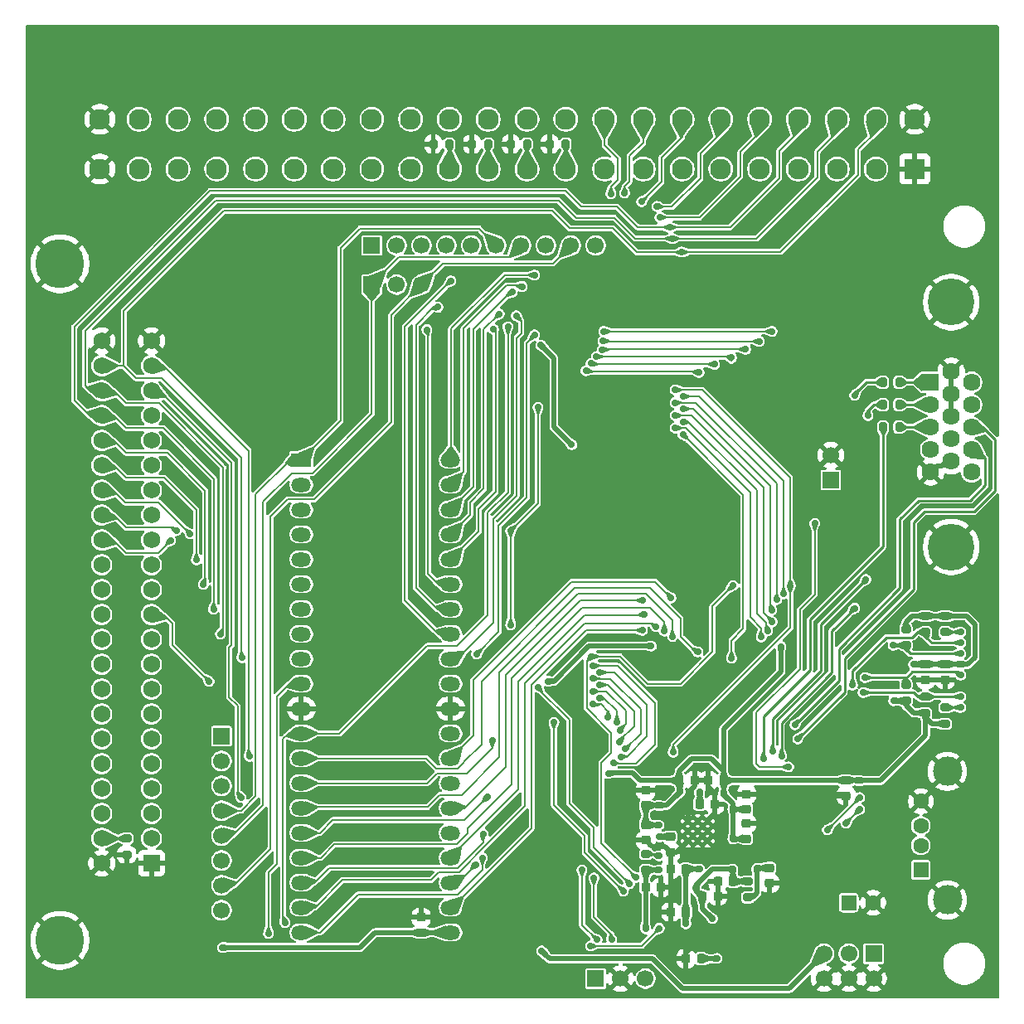
<source format=gbl>
G04 #@! TF.GenerationSoftware,KiCad,Pcbnew,9.0.7*
G04 #@! TF.CreationDate,2026-02-02T16:02:05+11:00*
G04 #@! TF.ProjectId,FlashCartProgrammer,466c6173-6843-4617-9274-50726f677261,rev?*
G04 #@! TF.SameCoordinates,Original*
G04 #@! TF.FileFunction,Copper,L2,Bot*
G04 #@! TF.FilePolarity,Positive*
%FSLAX46Y46*%
G04 Gerber Fmt 4.6, Leading zero omitted, Abs format (unit mm)*
G04 Created by KiCad (PCBNEW 9.0.7) date 2026-02-02 16:02:05*
%MOMM*%
%LPD*%
G01*
G04 APERTURE LIST*
G04 Aperture macros list*
%AMRoundRect*
0 Rectangle with rounded corners*
0 $1 Rounding radius*
0 $2 $3 $4 $5 $6 $7 $8 $9 X,Y pos of 4 corners*
0 Add a 4 corners polygon primitive as box body*
4,1,4,$2,$3,$4,$5,$6,$7,$8,$9,$2,$3,0*
0 Add four circle primitives for the rounded corners*
1,1,$1+$1,$2,$3*
1,1,$1+$1,$4,$5*
1,1,$1+$1,$6,$7*
1,1,$1+$1,$8,$9*
0 Add four rect primitives between the rounded corners*
20,1,$1+$1,$2,$3,$4,$5,0*
20,1,$1+$1,$4,$5,$6,$7,0*
20,1,$1+$1,$6,$7,$8,$9,0*
20,1,$1+$1,$8,$9,$2,$3,0*%
G04 Aperture macros list end*
G04 #@! TA.AperFunction,ComponentPad*
%ADD10C,4.770000*%
G04 #@! TD*
G04 #@! TA.AperFunction,ComponentPad*
%ADD11R,1.785000X1.785000*%
G04 #@! TD*
G04 #@! TA.AperFunction,ComponentPad*
%ADD12C,1.785000*%
G04 #@! TD*
G04 #@! TA.AperFunction,ComponentPad*
%ADD13R,1.700000X1.700000*%
G04 #@! TD*
G04 #@! TA.AperFunction,ComponentPad*
%ADD14C,1.700000*%
G04 #@! TD*
G04 #@! TA.AperFunction,HeatsinkPad*
%ADD15C,0.425000*%
G04 #@! TD*
G04 #@! TA.AperFunction,ComponentPad*
%ADD16RoundRect,0.250000X-0.550000X-0.550000X0.550000X-0.550000X0.550000X0.550000X-0.550000X0.550000X0*%
G04 #@! TD*
G04 #@! TA.AperFunction,ComponentPad*
%ADD17C,1.600000*%
G04 #@! TD*
G04 #@! TA.AperFunction,ComponentPad*
%ADD18R,2.130000X2.130000*%
G04 #@! TD*
G04 #@! TA.AperFunction,ComponentPad*
%ADD19C,2.130000*%
G04 #@! TD*
G04 #@! TA.AperFunction,ComponentPad*
%ADD20C,5.000000*%
G04 #@! TD*
G04 #@! TA.AperFunction,ComponentPad*
%ADD21C,1.750000*%
G04 #@! TD*
G04 #@! TA.AperFunction,ComponentPad*
%ADD22R,1.500000X1.600000*%
G04 #@! TD*
G04 #@! TA.AperFunction,ComponentPad*
%ADD23C,3.000000*%
G04 #@! TD*
G04 #@! TA.AperFunction,ComponentPad*
%ADD24R,2.000000X1.440000*%
G04 #@! TD*
G04 #@! TA.AperFunction,ComponentPad*
%ADD25O,2.000000X1.440000*%
G04 #@! TD*
G04 #@! TA.AperFunction,SMDPad,CuDef*
%ADD26RoundRect,0.225000X0.250000X-0.225000X0.250000X0.225000X-0.250000X0.225000X-0.250000X-0.225000X0*%
G04 #@! TD*
G04 #@! TA.AperFunction,SMDPad,CuDef*
%ADD27RoundRect,0.225000X-0.250000X0.225000X-0.250000X-0.225000X0.250000X-0.225000X0.250000X0.225000X0*%
G04 #@! TD*
G04 #@! TA.AperFunction,SMDPad,CuDef*
%ADD28RoundRect,0.200000X0.200000X0.275000X-0.200000X0.275000X-0.200000X-0.275000X0.200000X-0.275000X0*%
G04 #@! TD*
G04 #@! TA.AperFunction,SMDPad,CuDef*
%ADD29RoundRect,0.200000X0.275000X-0.200000X0.275000X0.200000X-0.275000X0.200000X-0.275000X-0.200000X0*%
G04 #@! TD*
G04 #@! TA.AperFunction,SMDPad,CuDef*
%ADD30RoundRect,0.225000X-0.225000X-0.250000X0.225000X-0.250000X0.225000X0.250000X-0.225000X0.250000X0*%
G04 #@! TD*
G04 #@! TA.AperFunction,SMDPad,CuDef*
%ADD31RoundRect,0.200000X-0.275000X0.200000X-0.275000X-0.200000X0.275000X-0.200000X0.275000X0.200000X0*%
G04 #@! TD*
G04 #@! TA.AperFunction,SMDPad,CuDef*
%ADD32RoundRect,0.225000X0.225000X0.250000X-0.225000X0.250000X-0.225000X-0.250000X0.225000X-0.250000X0*%
G04 #@! TD*
G04 #@! TA.AperFunction,ViaPad*
%ADD33C,0.700000*%
G04 #@! TD*
G04 #@! TA.AperFunction,Conductor*
%ADD34C,0.500000*%
G04 #@! TD*
G04 #@! TA.AperFunction,Conductor*
%ADD35C,0.250000*%
G04 #@! TD*
G04 #@! TA.AperFunction,Conductor*
%ADD36C,0.200000*%
G04 #@! TD*
G04 APERTURE END LIST*
D10*
X189630000Y-102290000D03*
X189630000Y-77300000D03*
D11*
X187530000Y-85480000D03*
D12*
X187530000Y-87770000D03*
X187530000Y-90060000D03*
X187530000Y-92350000D03*
X187530000Y-94640000D03*
X189630000Y-84340000D03*
X189630000Y-86630000D03*
X189630000Y-88920000D03*
X189630000Y-91210000D03*
X189630000Y-93500000D03*
X191710000Y-85480000D03*
X191710000Y-87770000D03*
X191710000Y-90060000D03*
X191710000Y-92350000D03*
X191710000Y-94640000D03*
D13*
X130470000Y-75500000D03*
D14*
X133010000Y-75500000D03*
X135550000Y-75500000D03*
D13*
X153330000Y-146370000D03*
D14*
X155870000Y-146370000D03*
X158410000Y-146370000D03*
D13*
X177335000Y-95460000D03*
D14*
X177335000Y-92920000D03*
D13*
X181710000Y-143830000D03*
D14*
X181710000Y-146370000D03*
X179170000Y-143830000D03*
X179170000Y-146370000D03*
X176630000Y-143830000D03*
X176630000Y-146370000D03*
D15*
X164740035Y-130293363D03*
X163740035Y-130293363D03*
X162740035Y-130293363D03*
X164740035Y-131293363D03*
X163740035Y-131293363D03*
X162740035Y-131293363D03*
X164740035Y-132293363D03*
X163740035Y-132293363D03*
X162740035Y-132293363D03*
D16*
X179170000Y-138620000D03*
D17*
X181670000Y-138620000D03*
D18*
X185910000Y-63700000D03*
D19*
X181950000Y-63700000D03*
X177990000Y-63700000D03*
X174030000Y-63700000D03*
X170070000Y-63700000D03*
X166110000Y-63700000D03*
X162150000Y-63700000D03*
X158190000Y-63700000D03*
X154230000Y-63700000D03*
X150270000Y-63700000D03*
X146310000Y-63700000D03*
X142350000Y-63700000D03*
X138390000Y-63700000D03*
X134430000Y-63700000D03*
X130470000Y-63700000D03*
X126510000Y-63700000D03*
X122550000Y-63700000D03*
X118590000Y-63700000D03*
X114630000Y-63700000D03*
X110670000Y-63700000D03*
X106710000Y-63700000D03*
X102700000Y-63700000D03*
X185910000Y-58620000D03*
X181950000Y-58620000D03*
X177990000Y-58620000D03*
X174030000Y-58620000D03*
X170070000Y-58620000D03*
X166110000Y-58620000D03*
X162150000Y-58620000D03*
X158190000Y-58620000D03*
X154230000Y-58620000D03*
X150270000Y-58620000D03*
X146310000Y-58620000D03*
X142350000Y-58620000D03*
X138390000Y-58620000D03*
X134430000Y-58620000D03*
X130470000Y-58620000D03*
X126510000Y-58620000D03*
X122550000Y-58620000D03*
X118590000Y-58620000D03*
X114630000Y-58620000D03*
X110670000Y-58620000D03*
X106710000Y-58620000D03*
X102700000Y-58620000D03*
D13*
X130470000Y-71500000D03*
D14*
X133010000Y-71500000D03*
X135550000Y-71500000D03*
X138090000Y-71500000D03*
X140630000Y-71500000D03*
X143170000Y-71500000D03*
X145710000Y-71500000D03*
X148250000Y-71500000D03*
X150790000Y-71500000D03*
X153330000Y-71500000D03*
D20*
X98629800Y-73381400D03*
X98629800Y-142471400D03*
D13*
X107969800Y-134596400D03*
D21*
X107969800Y-132056400D03*
X107969800Y-129516400D03*
X107969800Y-126976400D03*
X107969800Y-124436400D03*
X107969800Y-121896400D03*
X107969800Y-119356400D03*
X107969800Y-116816400D03*
X107969800Y-114276400D03*
X107969800Y-111736400D03*
X107969800Y-109196400D03*
X107969800Y-106656400D03*
X107969800Y-104116400D03*
X107969800Y-101576400D03*
X107969800Y-99036400D03*
X107969800Y-96496400D03*
X107969800Y-93956400D03*
X107969800Y-91416400D03*
X107969800Y-88876400D03*
X107969800Y-86336400D03*
X107969800Y-83796400D03*
X107969800Y-81256400D03*
X102889800Y-134596400D03*
X102889800Y-132056400D03*
X102889800Y-129516400D03*
X102889800Y-126976400D03*
X102889800Y-124436400D03*
X102889800Y-121896400D03*
X102889800Y-119356400D03*
X102889800Y-116816400D03*
X102889800Y-114276400D03*
X102889800Y-111736400D03*
X102889800Y-109196400D03*
X102889800Y-106656400D03*
X102889800Y-104116400D03*
X102889800Y-101576400D03*
X102889800Y-99036400D03*
X102889800Y-96496400D03*
X102889800Y-93956400D03*
X102889800Y-91416400D03*
X102889800Y-88876400D03*
X102889800Y-86336400D03*
X102889800Y-83796400D03*
X102889800Y-81256400D03*
D13*
X115120000Y-121610000D03*
D14*
X115120000Y-124150000D03*
X115120000Y-126690000D03*
X115120000Y-129230000D03*
X115120000Y-131770000D03*
X115120000Y-134310000D03*
X115120000Y-136850000D03*
X115120000Y-139390000D03*
D22*
X186530000Y-135270000D03*
D17*
X186530000Y-132770000D03*
X186530000Y-130770000D03*
X186530000Y-128270000D03*
D23*
X189240000Y-138340000D03*
X189240000Y-125200000D03*
D24*
X123260000Y-93400000D03*
D25*
X123260000Y-95940000D03*
X123260000Y-98480000D03*
X123260000Y-101020000D03*
X123260000Y-103560000D03*
X123260000Y-106100000D03*
X123260000Y-108640000D03*
X123260000Y-111180000D03*
X123260000Y-113720000D03*
X123260000Y-116260000D03*
X123260000Y-118800000D03*
X123260000Y-121340000D03*
X123260000Y-123880000D03*
X123260000Y-126420000D03*
X123260000Y-128960000D03*
X123260000Y-131500000D03*
X123260000Y-134040000D03*
X123260000Y-136580000D03*
X123260000Y-139120000D03*
X123260000Y-141660000D03*
X138500000Y-141660000D03*
X138500000Y-139120000D03*
X138500000Y-136580000D03*
X138500000Y-134040000D03*
X138500000Y-131500000D03*
X138500000Y-128960000D03*
X138500000Y-126420000D03*
X138500000Y-123880000D03*
X138500000Y-121340000D03*
X138500000Y-118800000D03*
X138500000Y-116260000D03*
X138500000Y-113720000D03*
X138500000Y-111180000D03*
X138500000Y-108640000D03*
X138500000Y-106100000D03*
X138500000Y-103560000D03*
X138500000Y-101020000D03*
X138500000Y-98480000D03*
X138500000Y-95940000D03*
X138500000Y-93400000D03*
D26*
X171090035Y-136639863D03*
X171090035Y-135089863D03*
D27*
X168740035Y-127539863D03*
X168740035Y-129089863D03*
D28*
X142350000Y-61160000D03*
X140700000Y-61160000D03*
D27*
X158440035Y-127139863D03*
X158440035Y-128689863D03*
D29*
X189013412Y-110990000D03*
X189013412Y-109340000D03*
D30*
X165790035Y-136439863D03*
X167340035Y-136439863D03*
D31*
X187010000Y-117590000D03*
X187010000Y-119240000D03*
D32*
X163415035Y-126139863D03*
X161865035Y-126139863D03*
D28*
X138390000Y-61160000D03*
X136740000Y-61160000D03*
D31*
X185010000Y-116340000D03*
X185010000Y-117990000D03*
D28*
X184320000Y-90060000D03*
X182670000Y-90060000D03*
D31*
X189013412Y-118690000D03*
X189013412Y-120340000D03*
D28*
X184320000Y-87770000D03*
X182670000Y-87770000D03*
D30*
X162541035Y-144327363D03*
X164091035Y-144327363D03*
D32*
X165490035Y-128589863D03*
X163940035Y-128589863D03*
D27*
X168740035Y-130539863D03*
X168740035Y-132089863D03*
D32*
X159990035Y-137064863D03*
X158440035Y-137064863D03*
D30*
X160990035Y-139577363D03*
X162540035Y-139577363D03*
D32*
X165790035Y-137939863D03*
X164240035Y-137939863D03*
D26*
X160990035Y-133439863D03*
X160990035Y-131889863D03*
D27*
X135500000Y-140110000D03*
X135500000Y-141660000D03*
D29*
X158440035Y-135289863D03*
X158440035Y-133639863D03*
D31*
X168840035Y-136439863D03*
X168840035Y-138089863D03*
D30*
X164840035Y-126139863D03*
X166390035Y-126139863D03*
D26*
X187010000Y-115840000D03*
X187010000Y-114290000D03*
X189010000Y-115840000D03*
X189010000Y-114290000D03*
X158440035Y-132239863D03*
X158440035Y-130689863D03*
D29*
X105429800Y-133706400D03*
X105429800Y-132056400D03*
D28*
X184320000Y-85480000D03*
X182670000Y-85480000D03*
X146310000Y-61160000D03*
X144660000Y-61160000D03*
D29*
X185010000Y-112315000D03*
X185010000Y-110665000D03*
X187010000Y-110990000D03*
X187010000Y-109340000D03*
D30*
X160990035Y-135189863D03*
X162540035Y-135189863D03*
D26*
X178891035Y-127689863D03*
X178891035Y-126139863D03*
D28*
X150270000Y-61160000D03*
X148620000Y-61160000D03*
D33*
X152275000Y-94375000D03*
X137010000Y-94650000D03*
X125190000Y-125140000D03*
X135550000Y-111725000D03*
X180460000Y-119965000D03*
X125290000Y-116400000D03*
X172830035Y-129949863D03*
X125870000Y-139110000D03*
X167315084Y-127333541D03*
X136630000Y-139110000D03*
X186360000Y-112315000D03*
X137230000Y-107400000D03*
X159290035Y-124100000D03*
X112950000Y-113575000D03*
X176042035Y-129949863D03*
X170850000Y-115170000D03*
X143510000Y-143540000D03*
X105610000Y-88720000D03*
X125240000Y-122570000D03*
X165790035Y-134289863D03*
X116930000Y-117150000D03*
X143500000Y-136100000D03*
X145275000Y-128450000D03*
X173320000Y-113150000D03*
X109600000Y-89560000D03*
X127400000Y-141810000D03*
X137060000Y-102370000D03*
X124950000Y-130240000D03*
X181910000Y-114340000D03*
X179670000Y-117920000D03*
X121075000Y-97050000D03*
X145275000Y-130990000D03*
X151850000Y-143550000D03*
X151740000Y-125450000D03*
X134740000Y-127790000D03*
X109600000Y-94350000D03*
X124375000Y-89150000D03*
X124900000Y-132810000D03*
X156630000Y-142220000D03*
X112950000Y-111250000D03*
X148070000Y-125450000D03*
X112950000Y-109050000D03*
X161980000Y-85250000D03*
X162550000Y-106025000D03*
X143920000Y-111560000D03*
X171740000Y-139540000D03*
X155729544Y-129122612D03*
X137120000Y-104800000D03*
X188010000Y-110215000D03*
X160990035Y-140989863D03*
X163490035Y-143189863D03*
X131650000Y-77600000D03*
X111075000Y-103100000D03*
X137060000Y-99880000D03*
X178535000Y-110780000D03*
X152700000Y-111475000D03*
X153240000Y-100600000D03*
X160950000Y-119200000D03*
X149190000Y-92090000D03*
X138440000Y-77810000D03*
X160450000Y-115150000D03*
X154330000Y-96200000D03*
X124820000Y-135140000D03*
X157190000Y-138200000D03*
X111075000Y-106300000D03*
X159940035Y-129689863D03*
X143530000Y-74040000D03*
X139410000Y-76140000D03*
X151416035Y-133114863D03*
X128675000Y-88425000D03*
X155250000Y-126720000D03*
X147780000Y-141660000D03*
X149840000Y-125450000D03*
X109600000Y-91970000D03*
X109550000Y-97230000D03*
X145275000Y-133620000D03*
X153170000Y-121330000D03*
X136450000Y-113700000D03*
X125760000Y-136590000D03*
X193130000Y-91590000D03*
X160261035Y-127469863D03*
X147810000Y-143540000D03*
X147740000Y-81676000D03*
X159000000Y-112400000D03*
X115200000Y-143200000D03*
X148500000Y-116025000D03*
X150875000Y-91850000D03*
X159790035Y-128689863D03*
X166390035Y-127539863D03*
X185785000Y-114290000D03*
X172225000Y-112450000D03*
X158440035Y-141300000D03*
X180191035Y-126144863D03*
X190585000Y-114290000D03*
X167340035Y-132089863D03*
X183735000Y-117990000D03*
X159790035Y-130689863D03*
X165253535Y-140252363D03*
X167340035Y-129089863D03*
X165722285Y-144314863D03*
X159839037Y-135289863D03*
X167340035Y-135189863D03*
X161940035Y-127339863D03*
X154610000Y-125420000D03*
X163540035Y-137089863D03*
X169790035Y-135093363D03*
X163940035Y-127339863D03*
X163940035Y-135189863D03*
X159790035Y-131889863D03*
X162540035Y-140777363D03*
X161165732Y-111425000D03*
X117100000Y-127880000D03*
X165475000Y-83650000D03*
X158124000Y-107751000D03*
X152851929Y-83560795D03*
X115000000Y-111180000D03*
X161125000Y-70800000D03*
X156275000Y-66150000D03*
X110525000Y-100625000D03*
X109900000Y-101625000D03*
X154875000Y-66250000D03*
X154075000Y-81275000D03*
X159475000Y-110450000D03*
X170025000Y-81300000D03*
X153410144Y-82854820D03*
X158300000Y-109150000D03*
X167200000Y-82975000D03*
X158100000Y-110800000D03*
X168650000Y-82125000D03*
X153995895Y-82171519D03*
X143475000Y-78500000D03*
X160910000Y-69650000D03*
X114300000Y-108640000D03*
X144800000Y-76275000D03*
X113850000Y-116025000D03*
X136075000Y-80100000D03*
X147099000Y-74526000D03*
X112550000Y-103625000D03*
X159560000Y-67510000D03*
X145820000Y-75700000D03*
X154150000Y-80275000D03*
X171325000Y-80275000D03*
X160351000Y-110875000D03*
X163750000Y-113025000D03*
X117966667Y-123689584D03*
X142900000Y-80075000D03*
X158025000Y-67025000D03*
X111900000Y-100950000D03*
X162120000Y-72175000D03*
X117200000Y-113600000D03*
X113275000Y-106100000D03*
X159877880Y-68647120D03*
X152323855Y-84289590D03*
X161030000Y-107490000D03*
X163893000Y-84475000D03*
X173660000Y-120465000D03*
X173950000Y-121900000D03*
X190585000Y-118690000D03*
X190585000Y-110990000D03*
X154960000Y-142380000D03*
X153155380Y-136100000D03*
X151930000Y-135290000D03*
X153462586Y-142380000D03*
X179780000Y-86815000D03*
X179750000Y-108550000D03*
X172300000Y-123620000D03*
X171390000Y-123190000D03*
X180925000Y-105625000D03*
X181130000Y-88890000D03*
X170460000Y-123950000D03*
X190585000Y-112090000D03*
X179560000Y-116400000D03*
X190585000Y-117590000D03*
X180635000Y-117165000D03*
X183685000Y-112315000D03*
X190585000Y-113190000D03*
X190585000Y-115390000D03*
X180810000Y-115640000D03*
X173030000Y-124740000D03*
X175685000Y-99910000D03*
X180291035Y-129089863D03*
X178891035Y-130489863D03*
X180291035Y-127889863D03*
X176991035Y-131189863D03*
X137210000Y-77810000D03*
X138530000Y-75120000D03*
X144360000Y-79840000D03*
X121600000Y-140650000D03*
X145220000Y-78700000D03*
X159790035Y-133839863D03*
X155475000Y-120150000D03*
X153699576Y-117702000D03*
X162225000Y-86900000D03*
X172525000Y-107075000D03*
X167200000Y-113650000D03*
X162225000Y-90800000D03*
X162225000Y-88200000D03*
X171294661Y-108721235D03*
X161425000Y-87550000D03*
X171800000Y-107675000D03*
X153072679Y-115725000D03*
X156359836Y-122920925D03*
X155780000Y-122190000D03*
X153750000Y-116401000D03*
X147475000Y-116625000D03*
X144650000Y-100625000D03*
X144650000Y-110250000D03*
X147425000Y-88050000D03*
X156776757Y-136673381D03*
X167350000Y-106230000D03*
X152900000Y-113475000D03*
X157413155Y-136036983D03*
X161425000Y-90150000D03*
X170225000Y-111500000D03*
X153075000Y-118350000D03*
X154600000Y-119685121D03*
X161425000Y-88850000D03*
X171354777Y-109932884D03*
X153075000Y-114425000D03*
X155140000Y-124360000D03*
X161240000Y-123270000D03*
X173200000Y-106275000D03*
X161425000Y-86250000D03*
X153055540Y-117025000D03*
X155791012Y-120992698D03*
X153750000Y-115100000D03*
X155910000Y-123730000D03*
X162225000Y-89500000D03*
X170875000Y-110863607D03*
X149058550Y-120208550D03*
X156166035Y-137439863D03*
X119925000Y-141750000D03*
X142280000Y-127825000D03*
X141743170Y-134043170D03*
X142750000Y-122050000D03*
X141093170Y-134718713D03*
X141849620Y-131594620D03*
X152810000Y-143030000D03*
X159829622Y-141229622D03*
X141175000Y-113225000D03*
X147080000Y-80640000D03*
D34*
X164840035Y-126789863D02*
X165490035Y-127439863D01*
X158440035Y-132239863D02*
X157141035Y-132239863D01*
X189640000Y-86640000D02*
X189640000Y-88930000D01*
X189195000Y-93500000D02*
X188655000Y-94040000D01*
X165490035Y-127439863D02*
X165490035Y-128589863D01*
X164840035Y-126139863D02*
X164840035Y-126789863D01*
X165490035Y-128589863D02*
X165490035Y-129543363D01*
X163415035Y-126714863D02*
X162740035Y-127389863D01*
X162541035Y-143764863D02*
X162541035Y-144327363D01*
X159091035Y-132889863D02*
X160440035Y-132889863D01*
X189640000Y-84350000D02*
X189640000Y-86640000D01*
X160990035Y-140989863D02*
X160990035Y-139577363D01*
X158892035Y-132690863D02*
X159091035Y-132889863D01*
X187530000Y-94640000D02*
X187540000Y-94650000D01*
X163415035Y-126139863D02*
X163415035Y-126714863D01*
X160990035Y-135189863D02*
X160990035Y-139577363D01*
X168740035Y-127539863D02*
X167521406Y-127539863D01*
X160990035Y-135189863D02*
X160990035Y-133439863D01*
X188155000Y-94040000D02*
X187555000Y-94640000D01*
X187555000Y-94640000D02*
X187530000Y-94640000D01*
X168740035Y-130539863D02*
X170140035Y-130539863D01*
X158440035Y-132239863D02*
X158891035Y-132690863D01*
X160990035Y-133439863D02*
X161593535Y-133439863D01*
X164840035Y-126139863D02*
X163415035Y-126139863D01*
X176042035Y-129844863D02*
X176042035Y-128988863D01*
X176042035Y-128988863D02*
X177446035Y-127584863D01*
X162740035Y-127389863D02*
X162740035Y-130293363D01*
X167521406Y-127539863D02*
X167315084Y-127333541D01*
X165790035Y-136439863D02*
X165790035Y-137939863D01*
X158891035Y-132690863D02*
X158892035Y-132690863D01*
X165490035Y-129543363D02*
X164740035Y-130293363D01*
X170140035Y-130539863D02*
X170140035Y-127589863D01*
X189630000Y-93500000D02*
X189195000Y-93500000D01*
X170090035Y-127539863D02*
X168740035Y-127539863D01*
X161593535Y-133439863D02*
X162740035Y-132293363D01*
X163490035Y-143189863D02*
X163116035Y-143189863D01*
X170140035Y-127589863D02*
X170090035Y-127539863D01*
X163116035Y-143189863D02*
X162541035Y-143764863D01*
X177446035Y-127584863D02*
X178891035Y-127584863D01*
X188655000Y-94040000D02*
X188155000Y-94040000D01*
X160440035Y-132889863D02*
X160990035Y-133439863D01*
X135500000Y-141660000D02*
X138500000Y-141660000D01*
X148621000Y-144351000D02*
X159159000Y-144351000D01*
X129250000Y-143200000D02*
X130790000Y-141660000D01*
X147824000Y-81760000D02*
X147824000Y-81775000D01*
X149050000Y-90025000D02*
X150875000Y-91850000D01*
X162198000Y-147390000D02*
X173070000Y-147390000D01*
X115200000Y-143200000D02*
X129250000Y-143200000D01*
X152650000Y-112400000D02*
X149025000Y-116025000D01*
X173070000Y-147390000D02*
X176630000Y-143830000D01*
X147810000Y-143540000D02*
X148621000Y-144351000D01*
X159000000Y-112400000D02*
X152650000Y-112400000D01*
X147824000Y-81775000D02*
X149050000Y-83001000D01*
X130790000Y-141660000D02*
X135500000Y-141660000D01*
X149050000Y-83001000D02*
X149050000Y-90025000D01*
X159159000Y-144351000D02*
X162198000Y-147390000D01*
X147740000Y-81676000D02*
X147824000Y-81760000D01*
X149025000Y-116025000D02*
X148500000Y-116025000D01*
X164091035Y-137939863D02*
X163540035Y-137388863D01*
X180741172Y-126150000D02*
X182425000Y-126150000D01*
X165403535Y-144314863D02*
X165391035Y-144327363D01*
X167340035Y-132089863D02*
X167340035Y-129089863D01*
X165391035Y-144327363D02*
X164091035Y-144327363D01*
X158440035Y-128689863D02*
X159790035Y-128689863D01*
X154640000Y-125390000D02*
X157100000Y-125390000D01*
X187010000Y-114290000D02*
X185785000Y-114290000D01*
X159839037Y-135289863D02*
X158440035Y-135289863D01*
X185010000Y-118465000D02*
X185785000Y-119240000D01*
X185010000Y-110665000D02*
X185010000Y-109965000D01*
X167340035Y-129089863D02*
X168740035Y-129089863D01*
X163540035Y-136889863D02*
X165240035Y-135189863D01*
X158440035Y-128689863D02*
X158440035Y-130689863D01*
X164240035Y-137939863D02*
X164091035Y-137939863D01*
X161940035Y-126214863D02*
X161865035Y-126139863D01*
X165722285Y-144314863D02*
X165403535Y-144314863D01*
X165141035Y-123914863D02*
X166390035Y-125163863D01*
X180736035Y-126144863D02*
X180741172Y-126150000D01*
X160590035Y-128689863D02*
X159790035Y-128689863D01*
X157849863Y-126139863D02*
X161865035Y-126139863D01*
X182425000Y-126150000D02*
X187010000Y-121565000D01*
X185635000Y-109340000D02*
X187010000Y-109340000D01*
X192060000Y-110215000D02*
X191185000Y-109340000D01*
X180191035Y-126144863D02*
X180736035Y-126144863D01*
X167340035Y-136439863D02*
X168840035Y-136439863D01*
X165253535Y-140252363D02*
X164240035Y-139238863D01*
X157100000Y-125390000D02*
X157849863Y-126139863D01*
X165240035Y-135189863D02*
X167340035Y-135189863D01*
X191335000Y-114290000D02*
X192060000Y-113565000D01*
X166390035Y-125163863D02*
X166390035Y-126139863D01*
X185785000Y-119240000D02*
X187010000Y-119240000D01*
X191185000Y-109340000D02*
X189013412Y-109340000D01*
X161940035Y-127339863D02*
X160590035Y-128689863D01*
X185010000Y-117990000D02*
X185010000Y-118465000D01*
X158440035Y-141300000D02*
X158440035Y-135289863D01*
X167340035Y-132089863D02*
X168740035Y-132089863D01*
X161865035Y-126139863D02*
X161865035Y-125140863D01*
X187010000Y-109340000D02*
X189013412Y-109340000D01*
X187010000Y-114290000D02*
X189010000Y-114290000D01*
X185010000Y-109965000D02*
X185635000Y-109340000D01*
X166390000Y-121500000D02*
X166390035Y-121500035D01*
X167340035Y-128489863D02*
X167340035Y-129089863D01*
X166391035Y-126139863D02*
X178891035Y-126139863D01*
X192060000Y-113565000D02*
X192060000Y-110215000D01*
X166390035Y-125163863D02*
X165216035Y-123989863D01*
X185010000Y-117990000D02*
X183735000Y-117990000D01*
X172225000Y-112450000D02*
X172225000Y-115015000D01*
X163540035Y-137388863D02*
X163540035Y-136889863D01*
X187010000Y-121565000D02*
X187010000Y-119240000D01*
X166390035Y-126139863D02*
X166390035Y-127539863D01*
X189010000Y-114290000D02*
X190585000Y-114290000D01*
X166390035Y-127539863D02*
X167340035Y-128489863D01*
X163091035Y-123914863D02*
X165141035Y-123914863D01*
X161865035Y-125140863D02*
X163091035Y-123914863D01*
X178891035Y-126139863D02*
X180186035Y-126139863D01*
X164240035Y-139238863D02*
X164240035Y-137939863D01*
X190585000Y-114290000D02*
X191335000Y-114290000D01*
X187635000Y-120340000D02*
X187010000Y-119715000D01*
X172225000Y-115015000D02*
X166390000Y-120850000D01*
X161940035Y-127339863D02*
X161940035Y-126214863D01*
X158440035Y-130689863D02*
X159790035Y-130689863D01*
X154610000Y-125420000D02*
X154640000Y-125390000D01*
X187010000Y-119715000D02*
X187010000Y-119240000D01*
X167340035Y-136439863D02*
X167340035Y-135189863D01*
X180186035Y-126139863D02*
X180191035Y-126144863D01*
X166390000Y-120850000D02*
X166390000Y-121500000D01*
X166390035Y-121500035D02*
X166390035Y-125163863D01*
X189013412Y-120340000D02*
X187635000Y-120340000D01*
X171086535Y-135093363D02*
X171090035Y-135089863D01*
X169340035Y-138089863D02*
X169790035Y-137639863D01*
X169790035Y-137639863D02*
X169790035Y-135093363D01*
X168840035Y-138089863D02*
X169340035Y-138089863D01*
X169790035Y-135093363D02*
X171086535Y-135093363D01*
D35*
X184320000Y-87770000D02*
X187530000Y-87770000D01*
X184320000Y-85480000D02*
X187530000Y-85480000D01*
X184320000Y-90060000D02*
X187530000Y-90060000D01*
D34*
X160990035Y-131889863D02*
X159790035Y-131889863D01*
X162540035Y-139577363D02*
X162540035Y-135189863D01*
X163940035Y-128589863D02*
X163940035Y-127339863D01*
X162540035Y-135189863D02*
X163940035Y-135189863D01*
X162540035Y-140777363D02*
X162540035Y-139577363D01*
D35*
X105429800Y-132056400D02*
X102889800Y-132056400D01*
X150270000Y-61160000D02*
X150270000Y-63700000D01*
D36*
X137400000Y-127600000D02*
X136150000Y-128850000D01*
X116149000Y-112301000D02*
X116149000Y-93699000D01*
X116760000Y-118530000D02*
X115890000Y-117660000D01*
X143500000Y-123750000D02*
X139650000Y-127600000D01*
X143500000Y-115100000D02*
X143500000Y-123750000D01*
X115890000Y-117660000D02*
X115890000Y-112560000D01*
X115890000Y-112560000D02*
X116149000Y-112301000D01*
X117100000Y-127880000D02*
X116760000Y-127540000D01*
X139650000Y-127600000D02*
X137400000Y-127600000D01*
X158471000Y-107101000D02*
X151499000Y-107101000D01*
X116760000Y-127540000D02*
X116760000Y-118530000D01*
X123790000Y-128960000D02*
X123260000Y-128960000D01*
X161150000Y-111409268D02*
X161150000Y-109780000D01*
X161150000Y-109780000D02*
X158471000Y-107101000D01*
X151499000Y-107101000D02*
X143500000Y-115100000D01*
X108786400Y-86336400D02*
X107969800Y-86336400D01*
X116149000Y-93699000D02*
X108786400Y-86336400D01*
X136150000Y-128850000D02*
X123900000Y-128850000D01*
X123900000Y-128850000D02*
X123790000Y-128960000D01*
X165475000Y-83650000D02*
X152941134Y-83650000D01*
X144125000Y-115375000D02*
X144125000Y-124775000D01*
X139940000Y-128960000D02*
X138500000Y-128960000D01*
X158124000Y-107750000D02*
X151750000Y-107750000D01*
X151750000Y-107750000D02*
X144125000Y-115375000D01*
X144125000Y-124775000D02*
X139940000Y-128960000D01*
X152941134Y-83650000D02*
X152851929Y-83560795D01*
X175975000Y-61900000D02*
X177990000Y-59885000D01*
X115249250Y-94225750D02*
X115300000Y-94175000D01*
X161125000Y-70800000D02*
X169700000Y-70800000D01*
X102889800Y-86336400D02*
X101686400Y-86336400D01*
X151330000Y-68670000D02*
X155260000Y-68670000D01*
X175975000Y-64525000D02*
X175975000Y-61900000D01*
X155260000Y-68670000D02*
X157390000Y-70800000D01*
X157390000Y-70800000D02*
X161125000Y-70800000D01*
X101686400Y-86336400D02*
X101200000Y-85850000D01*
X105350000Y-87625000D02*
X104061400Y-86336400D01*
X104061400Y-86336400D02*
X102889800Y-86336400D01*
X149570000Y-66910000D02*
X151330000Y-68670000D01*
X115249250Y-111155000D02*
X115249250Y-94225750D01*
X177990000Y-59885000D02*
X177990000Y-58620000D01*
X169700000Y-70800000D02*
X175975000Y-64525000D01*
X115000000Y-111180000D02*
X115025000Y-111155000D01*
X101200000Y-85850000D02*
X101200000Y-80250000D01*
X115300000Y-94175000D02*
X108750000Y-87625000D01*
X114540000Y-66910000D02*
X149570000Y-66910000D01*
X108750000Y-87625000D02*
X105350000Y-87625000D01*
X101200000Y-80250000D02*
X114540000Y-66910000D01*
X156775000Y-62400000D02*
X158190000Y-60985000D01*
X110525000Y-100625000D02*
X110200000Y-100300000D01*
X156275000Y-65475000D02*
X156775000Y-64975000D01*
X158190000Y-60985000D02*
X158190000Y-58620000D01*
X104086400Y-99036400D02*
X102889800Y-99036400D01*
X105350000Y-100300000D02*
X104086400Y-99036400D01*
X156275000Y-66150000D02*
X156275000Y-65475000D01*
X156775000Y-64975000D02*
X156775000Y-62400000D01*
X110200000Y-100300000D02*
X105350000Y-100300000D01*
X105350000Y-102875000D02*
X104051400Y-101576400D01*
X154875000Y-66250000D02*
X154875000Y-65525000D01*
X154230000Y-61255000D02*
X154230000Y-58620000D01*
X108650000Y-102875000D02*
X105350000Y-102875000D01*
X109900000Y-101625000D02*
X108650000Y-102875000D01*
X104051400Y-101576400D02*
X102889800Y-101576400D01*
X155600000Y-62625000D02*
X154230000Y-61255000D01*
X155600000Y-64800000D02*
X155600000Y-62625000D01*
X154875000Y-65525000D02*
X155600000Y-64800000D01*
X154100000Y-81300000D02*
X154075000Y-81275000D01*
X124630000Y-139120000D02*
X123260000Y-139120000D01*
X127450000Y-136300000D02*
X124630000Y-139120000D01*
X159475000Y-110450000D02*
X159450000Y-110450000D01*
X142230000Y-132620000D02*
X142230000Y-132637100D01*
X159450000Y-110450000D02*
X159100000Y-110100000D01*
X170025000Y-81300000D02*
X154100000Y-81300000D01*
X139391100Y-135476000D02*
X139374000Y-135476000D01*
X139374000Y-135476000D02*
X139350000Y-135500000D01*
X159100000Y-110100000D02*
X152225000Y-110100000D01*
X142230000Y-132637100D02*
X139391100Y-135476000D01*
X137325000Y-135500000D02*
X136525000Y-136300000D01*
X152225000Y-110100000D02*
X146075000Y-116250000D01*
X146075000Y-116250000D02*
X146075000Y-128775000D01*
X136525000Y-136300000D02*
X127450000Y-136300000D01*
X146075000Y-128775000D02*
X142230000Y-132620000D01*
X139350000Y-135500000D02*
X137325000Y-135500000D01*
X167200000Y-83304000D02*
X166746000Y-82850000D01*
X152180000Y-109270000D02*
X145450000Y-116000000D01*
X153414964Y-82850000D02*
X153410144Y-82854820D01*
X158300000Y-109150000D02*
X158180000Y-109270000D01*
X166746000Y-82850000D02*
X153414964Y-82850000D01*
X158180000Y-109270000D02*
X152180000Y-109270000D01*
X145450000Y-116000000D02*
X145450000Y-127075000D01*
X145450000Y-127075000D02*
X138500000Y-134025000D01*
X138500000Y-134025000D02*
X138500000Y-134040000D01*
X167200000Y-82975000D02*
X167200000Y-83304000D01*
X158100000Y-110800000D02*
X152350000Y-110800000D01*
X138680000Y-139120000D02*
X138500000Y-139120000D01*
X146775000Y-131025000D02*
X138680000Y-139120000D01*
X152350000Y-110800000D02*
X146775000Y-116375000D01*
X146775000Y-116375000D02*
X146775000Y-131025000D01*
X154042414Y-82125000D02*
X153995895Y-82171519D01*
X168650000Y-82125000D02*
X154042414Y-82125000D01*
X141900000Y-96350000D02*
X141900000Y-80075000D01*
X140510000Y-97740000D02*
X141900000Y-96350000D01*
X138500000Y-101020000D02*
X140510000Y-99010000D01*
X141900000Y-80075000D02*
X143475000Y-78500000D01*
X140510000Y-99010000D02*
X140510000Y-97740000D01*
X155510000Y-67530000D02*
X151860000Y-67530000D01*
X174030000Y-59895000D02*
X174030000Y-58620000D01*
X113925000Y-65950000D02*
X100100000Y-79775000D01*
X172050000Y-64650000D02*
X172050000Y-61875000D01*
X151860000Y-67530000D02*
X150280000Y-65950000D01*
X167050000Y-69650000D02*
X172050000Y-64650000D01*
X105375000Y-90150000D02*
X104101400Y-88876400D01*
X150280000Y-65950000D02*
X113925000Y-65950000D01*
X100100000Y-87350000D02*
X101626400Y-88876400D01*
X114349500Y-95349500D02*
X109150000Y-90150000D01*
X160880000Y-69650000D02*
X157630000Y-69650000D01*
X100100000Y-79775000D02*
X100100000Y-87350000D01*
X104101400Y-88876400D02*
X102889800Y-88876400D01*
X172050000Y-61875000D02*
X174030000Y-59895000D01*
X160920000Y-69610000D02*
X160880000Y-69650000D01*
X157630000Y-69650000D02*
X155510000Y-67530000D01*
X114349500Y-108590000D02*
X114349500Y-95349500D01*
X109150000Y-90150000D02*
X105375000Y-90150000D01*
X114300000Y-108640000D02*
X114250000Y-108590000D01*
X101626400Y-88876400D02*
X102889800Y-88876400D01*
X160910000Y-69650000D02*
X167050000Y-69650000D01*
X140820000Y-96160000D02*
X138500000Y-98480000D01*
X144625000Y-76275000D02*
X140820000Y-80080000D01*
X140820000Y-80080000D02*
X140820000Y-96160000D01*
X144800000Y-76275000D02*
X144625000Y-76275000D01*
X137275000Y-106100000D02*
X138500000Y-106100000D01*
X136075000Y-80125000D02*
X136225000Y-80275000D01*
X136225000Y-80275000D02*
X136225000Y-105050000D01*
X109225000Y-109275000D02*
X108048400Y-109275000D01*
X136075000Y-80100000D02*
X136075000Y-80125000D01*
X110100000Y-112275000D02*
X110100000Y-110150000D01*
X113850000Y-116025000D02*
X110100000Y-112275000D01*
X110100000Y-110150000D02*
X109225000Y-109275000D01*
X108048400Y-109275000D02*
X107969800Y-109196400D01*
X136225000Y-105050000D02*
X137275000Y-106100000D01*
X144024000Y-74526000D02*
X138550000Y-80000000D01*
X138850000Y-93400000D02*
X138500000Y-93400000D01*
X147099000Y-74526000D02*
X144024000Y-74526000D01*
X138550000Y-80000000D02*
X138550000Y-93100000D01*
X138550000Y-93100000D02*
X138850000Y-93400000D01*
X161115000Y-67560000D02*
X164025000Y-64650000D01*
X105375000Y-95225000D02*
X104106400Y-93956400D01*
X159560000Y-67510000D02*
X159610000Y-67560000D01*
X164025000Y-62125000D02*
X166110000Y-60040000D01*
X164025000Y-64650000D02*
X164025000Y-62125000D01*
X166110000Y-60040000D02*
X166110000Y-58620000D01*
X159610000Y-67560000D02*
X161115000Y-67560000D01*
X112550000Y-103625000D02*
X112550000Y-98500000D01*
X112550000Y-98500000D02*
X109275000Y-95225000D01*
X109275000Y-95225000D02*
X105375000Y-95225000D01*
X104106400Y-93956400D02*
X102889800Y-93956400D01*
X145820000Y-75700000D02*
X145700000Y-75580000D01*
X139826000Y-94614000D02*
X138500000Y-95940000D01*
X144220000Y-75580000D02*
X139826000Y-79974000D01*
X145700000Y-75580000D02*
X144220000Y-75580000D01*
X139826000Y-79974000D02*
X139826000Y-94614000D01*
X139150000Y-132675000D02*
X126625000Y-132675000D01*
X151976000Y-108474000D02*
X144775000Y-115675000D01*
X126625000Y-132675000D02*
X125260000Y-134040000D01*
X160351000Y-110875000D02*
X160351000Y-109981000D01*
X144775000Y-115675000D02*
X144775000Y-126525000D01*
X140275000Y-131025000D02*
X140275000Y-131550000D01*
X140275000Y-131550000D02*
X139150000Y-132675000D01*
X125260000Y-134040000D02*
X123260000Y-134040000D01*
X144775000Y-126525000D02*
X140275000Y-131025000D01*
X158844000Y-108474000D02*
X151976000Y-108474000D01*
X171325000Y-80275000D02*
X154150000Y-80275000D01*
X160351000Y-109981000D02*
X158844000Y-108474000D01*
X109196400Y-83796400D02*
X107969800Y-83796400D01*
X117966667Y-123689584D02*
X117870833Y-123593750D01*
X162000000Y-109640000D02*
X158850000Y-106490000D01*
X139826000Y-124313267D02*
X139239267Y-124900000D01*
X117870833Y-92470833D02*
X109196400Y-83796400D01*
X141650000Y-122453912D02*
X139826000Y-124277912D01*
X137075000Y-124900000D02*
X136055000Y-123880000D01*
X163602327Y-113050000D02*
X162000000Y-111447673D01*
X158850000Y-106490000D02*
X151160000Y-106490000D01*
X163725000Y-113050000D02*
X163602327Y-113050000D01*
X136055000Y-123880000D02*
X123260000Y-123880000D01*
X139826000Y-124277912D02*
X139826000Y-124313267D01*
X162000000Y-111447673D02*
X162000000Y-109640000D01*
X151160000Y-106490000D02*
X141650000Y-116000000D01*
X117870833Y-123593750D02*
X117870833Y-92470833D01*
X141650000Y-116000000D02*
X141650000Y-122453912D01*
X163750000Y-113025000D02*
X163725000Y-113050000D01*
X139239267Y-124900000D02*
X137075000Y-124900000D01*
X142850000Y-80075000D02*
X143120000Y-80345000D01*
X142900000Y-80075000D02*
X142850000Y-80075000D01*
X143120000Y-80345000D02*
X143120000Y-96640000D01*
X141370000Y-100690000D02*
X138500000Y-103560000D01*
X143120000Y-96640000D02*
X141370000Y-98390000D01*
X141370000Y-98390000D02*
X141370000Y-100690000D01*
X105275000Y-97750000D02*
X104021400Y-96496400D01*
X158025000Y-67025000D02*
X158525000Y-66525000D01*
X111900000Y-100950000D02*
X108700000Y-97750000D01*
X160050000Y-62500000D02*
X162150000Y-60400000D01*
X160050000Y-64975000D02*
X160050000Y-62500000D01*
X158525000Y-66500000D02*
X160050000Y-64975000D01*
X162150000Y-60400000D02*
X162150000Y-58620000D01*
X104021400Y-96496400D02*
X102889800Y-96496400D01*
X108700000Y-97750000D02*
X105275000Y-97750000D01*
X158525000Y-66525000D02*
X158525000Y-66500000D01*
X148890000Y-67970000D02*
X115370000Y-67970000D01*
D35*
X161500000Y-72200000D02*
X162095000Y-72200000D01*
D36*
X105125000Y-78215000D02*
X105125000Y-83671400D01*
X172200000Y-72175000D02*
X180100000Y-64275000D01*
X106375000Y-85050000D02*
X109000000Y-85050000D01*
X180100000Y-61725000D02*
X181950000Y-59875000D01*
X181950000Y-59875000D02*
X181950000Y-58620000D01*
X109000000Y-85050000D02*
X117125000Y-93175000D01*
X150680000Y-69760000D02*
X148890000Y-67970000D01*
X155060000Y-69760000D02*
X150680000Y-69760000D01*
X161500000Y-72200000D02*
X157500000Y-72200000D01*
X162120000Y-72175000D02*
X172200000Y-72175000D01*
X102889800Y-83796400D02*
X105121400Y-83796400D01*
X115370000Y-67970000D02*
X105125000Y-78215000D01*
X105125000Y-83671400D02*
X105000000Y-83796400D01*
X117125000Y-93175000D02*
X117125000Y-113525000D01*
X180100000Y-64275000D02*
X180100000Y-61725000D01*
X117125000Y-113525000D02*
X117200000Y-113600000D01*
X105000000Y-83796400D02*
X102889800Y-83796400D01*
X105121400Y-83796400D02*
X106375000Y-85050000D01*
X157500000Y-72200000D02*
X155060000Y-69760000D01*
X168100000Y-64475000D02*
X163927880Y-68647120D01*
X168100000Y-61975000D02*
X168100000Y-64475000D01*
X163927880Y-68647120D02*
X159877880Y-68647120D01*
X113275000Y-106100000D02*
X113325000Y-106050000D01*
X104116400Y-91416400D02*
X102889800Y-91416400D01*
X170070000Y-60005000D02*
X168100000Y-61975000D01*
X113449750Y-106050000D02*
X113449750Y-96549750D01*
X109575000Y-92675000D02*
X113449750Y-96549750D01*
X109575000Y-92675000D02*
X105375000Y-92675000D01*
X105375000Y-92675000D02*
X104116400Y-91416400D01*
X170070000Y-58620000D02*
X170070000Y-60005000D01*
X161030000Y-107490000D02*
X159400000Y-105860000D01*
X163893000Y-84475000D02*
X163818000Y-84400000D01*
X140825000Y-121555000D02*
X138500000Y-123880000D01*
X140825000Y-115875000D02*
X140825000Y-121555000D01*
X152434265Y-84400000D02*
X152323855Y-84289590D01*
X163818000Y-84400000D02*
X152434265Y-84400000D01*
X159400000Y-105860000D02*
X150840000Y-105860000D01*
X150840000Y-105860000D02*
X140825000Y-115875000D01*
D35*
X138390000Y-61160000D02*
X138390000Y-63700000D01*
X146310000Y-61160000D02*
X146310000Y-63700000D01*
X142350000Y-61160000D02*
X142350000Y-63700000D01*
X173660000Y-120465000D02*
X177866000Y-116259000D01*
X186300000Y-97540000D02*
X191530000Y-97540000D01*
X178140000Y-112720000D02*
X184360000Y-106500000D01*
X191530000Y-97540000D02*
X193080000Y-95990000D01*
X184360000Y-106500000D02*
X184360000Y-99480000D01*
X184360000Y-99480000D02*
X186300000Y-97540000D01*
X193080000Y-93190000D02*
X192240000Y-92350000D01*
X178140000Y-115990000D02*
X178140000Y-112720000D01*
X177866000Y-116259000D02*
X177871000Y-116259000D01*
X193080000Y-95990000D02*
X193080000Y-93190000D01*
X177871000Y-116259000D02*
X178140000Y-115990000D01*
X192240000Y-92350000D02*
X191710000Y-92350000D01*
X194130000Y-91340000D02*
X192830000Y-90040000D01*
X191730000Y-90040000D02*
X191710000Y-90060000D01*
X191980000Y-98690000D02*
X194130000Y-96540000D01*
X185790000Y-106630000D02*
X185790000Y-99760000D01*
X185790000Y-99760000D02*
X186860000Y-98690000D01*
X173950000Y-121900000D02*
X178740000Y-117110000D01*
X194130000Y-96540000D02*
X194130000Y-91340000D01*
X192830000Y-90040000D02*
X191730000Y-90040000D01*
X186860000Y-98690000D02*
X191980000Y-98690000D01*
X178740000Y-113680000D02*
X185790000Y-106630000D01*
X178740000Y-117110000D02*
X178740000Y-113680000D01*
X189013412Y-118690000D02*
X190585000Y-118690000D01*
X189013412Y-110990000D02*
X190585000Y-110990000D01*
D36*
X153155380Y-136100000D02*
X153150000Y-136105380D01*
X154960000Y-141910000D02*
X154960000Y-142380000D01*
X153150000Y-136105380D02*
X153150000Y-140100000D01*
X153150000Y-140100000D02*
X154960000Y-141910000D01*
X151930000Y-140890000D02*
X153420000Y-142380000D01*
X151930000Y-135290000D02*
X151930000Y-140890000D01*
X153420000Y-142380000D02*
X153462586Y-142380000D01*
D35*
X179780000Y-86665000D02*
X180965000Y-85480000D01*
X180965000Y-85480000D02*
X182670000Y-85480000D01*
X179780000Y-86815000D02*
X179780000Y-86665000D01*
X172300000Y-120240000D02*
X177440000Y-115100000D01*
X177440000Y-110860000D02*
X179750000Y-108550000D01*
X172300000Y-123620000D02*
X172300000Y-120240000D01*
X177440000Y-115100000D02*
X177440000Y-110860000D01*
X181130000Y-88340000D02*
X181700000Y-87770000D01*
X181130000Y-88890000D02*
X181130000Y-88340000D01*
X176320000Y-114910000D02*
X176320000Y-110230000D01*
X181700000Y-87770000D02*
X182670000Y-87770000D01*
X176320000Y-110230000D02*
X180925000Y-105625000D01*
X171390000Y-119840000D02*
X176320000Y-114910000D01*
X171390000Y-123190000D02*
X171390000Y-119840000D01*
X175200000Y-109725000D02*
X182670000Y-102255000D01*
X175200000Y-114850000D02*
X175200000Y-109725000D01*
X170460000Y-119590000D02*
X175200000Y-114850000D01*
X182670000Y-102255000D02*
X182670000Y-90060000D01*
X170460000Y-123950000D02*
X170460000Y-119590000D01*
X179560000Y-116400000D02*
X179560000Y-114965000D01*
D36*
X183035000Y-111515000D02*
X183010000Y-111515000D01*
D35*
X187010000Y-111465000D02*
X187635000Y-112090000D01*
X187010000Y-110990000D02*
X187010000Y-111465000D01*
X179560000Y-114965000D02*
X183010000Y-111515000D01*
X186985000Y-110965000D02*
X187010000Y-110990000D01*
X185660000Y-111515000D02*
X186210000Y-110965000D01*
X186210000Y-110965000D02*
X186985000Y-110965000D01*
X183035000Y-111515000D02*
X185660000Y-111515000D01*
X187635000Y-112090000D02*
X190585000Y-112090000D01*
X180635000Y-117165000D02*
X185760000Y-117165000D01*
X185760000Y-117165000D02*
X186185000Y-117590000D01*
X186185000Y-117590000D02*
X187010000Y-117590000D01*
X187010000Y-117590000D02*
X190585000Y-117590000D01*
X185010000Y-112315000D02*
X185010000Y-112765000D01*
X185010000Y-112765000D02*
X185435000Y-113190000D01*
X185435000Y-113190000D02*
X190585000Y-113190000D01*
X185010000Y-112315000D02*
X183685000Y-112315000D01*
X180810000Y-115640000D02*
X184835000Y-115640000D01*
X190260000Y-115065000D02*
X185610000Y-115065000D01*
X185010000Y-115815000D02*
X185010000Y-116340000D01*
X185610000Y-115065000D02*
X185010000Y-115665000D01*
X185010000Y-115665000D02*
X185010000Y-116340000D01*
X184835000Y-115640000D02*
X185010000Y-115815000D01*
X190585000Y-115390000D02*
X190260000Y-115065000D01*
D36*
X169700000Y-124430000D02*
X169700000Y-119200000D01*
X169700000Y-119200000D02*
X174160000Y-114740000D01*
X173030000Y-124740000D02*
X172800000Y-124740000D01*
X172770000Y-124770000D02*
X170040000Y-124770000D01*
X170040000Y-124770000D02*
X169700000Y-124430000D01*
X174160000Y-114740000D02*
X174160000Y-108675000D01*
X174160000Y-108675000D02*
X175685000Y-107150000D01*
X175685000Y-107150000D02*
X175685000Y-99910000D01*
X172800000Y-124740000D02*
X172770000Y-124770000D01*
X178891035Y-130489863D02*
X180291035Y-129089863D01*
X176991035Y-131189863D02*
X180291035Y-127889863D01*
X137165000Y-108640000D02*
X138500000Y-108640000D01*
X134975000Y-106450000D02*
X137165000Y-108640000D01*
X136800000Y-77810000D02*
X134975000Y-79635000D01*
X137210000Y-77810000D02*
X136800000Y-77810000D01*
X134975000Y-79635000D02*
X134975000Y-106450000D01*
X138510000Y-75120000D02*
X133825000Y-79805000D01*
X137305000Y-111180000D02*
X138500000Y-111180000D01*
X138530000Y-75120000D02*
X138510000Y-75120000D01*
X133825000Y-107700000D02*
X137305000Y-111180000D01*
X133825000Y-79805000D02*
X133825000Y-107700000D01*
X124400000Y-94750000D02*
X130470000Y-88680000D01*
X119362500Y-128637500D02*
X119362500Y-97662500D01*
X122275000Y-94750000D02*
X124400000Y-94750000D01*
X130470000Y-88680000D02*
X130470000Y-75500000D01*
X116230000Y-131770000D02*
X119362500Y-128637500D01*
X133250000Y-72720000D02*
X144490000Y-72720000D01*
X115120000Y-131770000D02*
X116230000Y-131770000D01*
X119362500Y-97662500D02*
X122275000Y-94750000D01*
X130470000Y-75500000D02*
X133250000Y-72720000D01*
X144490000Y-72720000D02*
X145710000Y-71500000D01*
X142275000Y-98795000D02*
X142275000Y-109300000D01*
X139175000Y-112400000D02*
X136100000Y-112400000D01*
X121410000Y-121890000D02*
X121960000Y-121340000D01*
X121960000Y-121340000D02*
X123260000Y-121340000D01*
X144360000Y-79840000D02*
X144360000Y-96710000D01*
X127160000Y-121340000D02*
X123260000Y-121340000D01*
X121600000Y-140650000D02*
X121410000Y-140460000D01*
X142275000Y-109300000D02*
X139175000Y-112400000D01*
X121410000Y-140460000D02*
X121410000Y-121890000D01*
X136100000Y-112400000D02*
X127160000Y-121340000D01*
X144360000Y-96710000D02*
X142275000Y-98795000D01*
X127275000Y-71735000D02*
X129230000Y-69780000D01*
X117110000Y-129230000D02*
X118616667Y-127723333D01*
X122100000Y-93400000D02*
X123260000Y-93400000D01*
X118616667Y-127723333D02*
X118616667Y-96883333D01*
X129230000Y-69780000D02*
X141450000Y-69780000D01*
X115120000Y-129230000D02*
X117110000Y-129230000D01*
X141450000Y-69780000D02*
X143170000Y-71500000D01*
X123260000Y-93400000D02*
X127275000Y-89385000D01*
X127275000Y-89385000D02*
X127275000Y-71735000D01*
X118616667Y-96883333D02*
X122100000Y-93400000D01*
X115120000Y-136850000D02*
X116375000Y-136850000D01*
X116375000Y-136850000D02*
X120108333Y-133116667D01*
X132450000Y-78600000D02*
X135550000Y-75500000D01*
X148930000Y-73360000D02*
X150790000Y-71500000D01*
X135550000Y-75500000D02*
X137690000Y-73360000D01*
X121875000Y-97425000D02*
X124600000Y-97425000D01*
X120108333Y-133116667D02*
X120108333Y-99191667D01*
X137690000Y-73360000D02*
X148930000Y-73360000D01*
X132450000Y-89575000D02*
X132450000Y-78600000D01*
X120108333Y-99191667D02*
X121875000Y-97425000D01*
X124600000Y-97425000D02*
X132450000Y-89575000D01*
X142849000Y-99451000D02*
X142849000Y-110051000D01*
X145220000Y-78700000D02*
X145730000Y-79210000D01*
X145250000Y-97050000D02*
X142849000Y-99451000D01*
X145250000Y-80950000D02*
X145250000Y-97050000D01*
X139180000Y-113720000D02*
X138500000Y-113720000D01*
X145730000Y-80470000D02*
X145250000Y-80950000D01*
X145730000Y-79210000D02*
X145730000Y-80470000D01*
X142849000Y-110051000D02*
X139180000Y-113720000D01*
X159140035Y-133639863D02*
X158440035Y-133639863D01*
X159340035Y-133839863D02*
X159140035Y-133639863D01*
X159790035Y-133839863D02*
X159340035Y-133839863D01*
X154152000Y-117702000D02*
X153699576Y-117702000D01*
X155475000Y-119025000D02*
X154152000Y-117702000D01*
X155475000Y-120150000D02*
X155475000Y-119025000D01*
X172494571Y-106925000D02*
X172494571Y-95544571D01*
X172494571Y-95544571D02*
X163850000Y-86900000D01*
X163850000Y-86900000D02*
X162225000Y-86900000D01*
X167200000Y-111850000D02*
X168400000Y-110650000D01*
X167200000Y-113650000D02*
X167200000Y-111850000D01*
X168400000Y-110650000D02*
X168400000Y-96975000D01*
X168400000Y-96975000D02*
X162225000Y-90800000D01*
X163275000Y-88200000D02*
X171129714Y-96054714D01*
X171129714Y-108556288D02*
X171294661Y-108721235D01*
X171129714Y-96054714D02*
X171129714Y-108556288D01*
X162225000Y-88200000D02*
X163275000Y-88200000D01*
X171812143Y-95812143D02*
X163550000Y-87550000D01*
X171812143Y-107224140D02*
X171812143Y-95812143D01*
X163550000Y-87550000D02*
X161425000Y-87550000D01*
X171800000Y-107449140D02*
X171812143Y-107436997D01*
X171800000Y-107675000D02*
X171800000Y-107449140D01*
X171812143Y-107436997D02*
X171812143Y-107025000D01*
X157925000Y-121355761D02*
X157925000Y-118850000D01*
X157925000Y-118850000D02*
X154825500Y-115750500D01*
X156359836Y-122920925D02*
X157925000Y-121355761D01*
X153098179Y-115750500D02*
X153072679Y-115725000D01*
X154825500Y-115750500D02*
X153098179Y-115750500D01*
X157250000Y-120621064D02*
X157250000Y-119075000D01*
X155780000Y-122091064D02*
X157250000Y-120621064D01*
X155780000Y-122190000D02*
X155780000Y-122091064D01*
X154576000Y-116401000D02*
X153750000Y-116401000D01*
X157250000Y-119075000D02*
X154576000Y-116401000D01*
X147475000Y-116765000D02*
X147475000Y-116625000D01*
X156776757Y-136673381D02*
X153091035Y-132987659D01*
X153091035Y-132987659D02*
X153091035Y-130939863D01*
X147425000Y-97850000D02*
X147425000Y-88050000D01*
X153091035Y-130939863D02*
X150650000Y-128498828D01*
X144650000Y-100625000D02*
X147425000Y-97850000D01*
X150650000Y-119940000D02*
X147475000Y-116765000D01*
X150650000Y-128498828D02*
X150650000Y-119940000D01*
X144650000Y-100625000D02*
X144650000Y-110250000D01*
X157413155Y-136036983D02*
X153891035Y-132514863D01*
X152404540Y-113970460D02*
X152900000Y-113475000D01*
X153891035Y-124368965D02*
X154930000Y-123330000D01*
X152404540Y-118734540D02*
X152404540Y-113970460D01*
X165225000Y-113025000D02*
X161970000Y-116280000D01*
X167330000Y-106230000D02*
X165225000Y-108335000D01*
X154930000Y-121260000D02*
X152404540Y-118734540D01*
X154930000Y-123330000D02*
X154930000Y-121260000D01*
X165225000Y-108335000D02*
X165225000Y-113025000D01*
X155850000Y-113475000D02*
X152900000Y-113475000D01*
X153891035Y-132514863D02*
X153891035Y-124368965D01*
X167350000Y-106230000D02*
X167330000Y-106230000D01*
X161970000Y-116280000D02*
X158655000Y-116280000D01*
X158655000Y-116280000D02*
X155850000Y-113475000D01*
X170225000Y-110600000D02*
X169082429Y-109457429D01*
X169082429Y-96736775D02*
X162495654Y-90150000D01*
X170225000Y-111500000D02*
X170225000Y-110600000D01*
X169082429Y-109457429D02*
X169082429Y-96736775D01*
X162495654Y-90150000D02*
X161425000Y-90150000D01*
X153075000Y-118350000D02*
X153078000Y-118353000D01*
X154600000Y-119055846D02*
X154600000Y-119685121D01*
X153897154Y-118353000D02*
X154600000Y-119055846D01*
X153078000Y-118353000D02*
X153897154Y-118353000D01*
X171354777Y-109932884D02*
X170447286Y-109025393D01*
X163075000Y-88850000D02*
X161425000Y-88850000D01*
X170447286Y-109025393D02*
X170447286Y-96222286D01*
X170447286Y-96222286D02*
X163075000Y-88850000D01*
X155690000Y-124380000D02*
X157440000Y-124380000D01*
X157440000Y-124380000D02*
X159360000Y-122460000D01*
X155670000Y-124360000D02*
X155690000Y-124380000D01*
X159360000Y-122460000D02*
X159360000Y-118210000D01*
X155140000Y-124360000D02*
X155670000Y-124360000D01*
X159360000Y-118210000D02*
X155575000Y-114425000D01*
X155575000Y-114425000D02*
X153075000Y-114425000D01*
X164199000Y-86249000D02*
X161955346Y-86249000D01*
X161955346Y-86249000D02*
X161954346Y-86250000D01*
X161270000Y-123240000D02*
X161270000Y-122480000D01*
X173198086Y-106276914D02*
X173200000Y-106275000D01*
X173200000Y-106275000D02*
X173177000Y-106252000D01*
X173177000Y-95227000D02*
X164199000Y-86249000D01*
X161240000Y-123270000D02*
X161270000Y-123240000D01*
X161270000Y-122480000D02*
X173198086Y-110551914D01*
X161954346Y-86250000D02*
X161425000Y-86250000D01*
X173177000Y-106252000D02*
X173177000Y-95227000D01*
X173198086Y-110551914D02*
X173198086Y-106276914D01*
X153081540Y-117051000D02*
X153055540Y-117025000D01*
X155791012Y-120992698D02*
X156400000Y-120383710D01*
X156400000Y-119025000D02*
X154426000Y-117051000D01*
X154426000Y-117051000D02*
X153081540Y-117051000D01*
X156400000Y-120383710D02*
X156400000Y-119025000D01*
X158575000Y-121625000D02*
X158575000Y-118400000D01*
X155910000Y-123730000D02*
X156470000Y-123730000D01*
X158575000Y-118400000D02*
X155275000Y-115100000D01*
X156470000Y-123730000D02*
X158575000Y-121625000D01*
X155275000Y-115100000D02*
X153750000Y-115100000D01*
X170719240Y-110069240D02*
X169764857Y-109114857D01*
X169764857Y-109114857D02*
X169764857Y-96489857D01*
X170719240Y-110707847D02*
X170719240Y-110069240D01*
X169764857Y-96489857D02*
X162775000Y-89500000D01*
X170875000Y-110863607D02*
X170719240Y-110707847D01*
X162775000Y-89500000D02*
X162225000Y-89500000D01*
X149058550Y-128632378D02*
X149058550Y-120208550D01*
X156166035Y-137439863D02*
X152216035Y-133489863D01*
X152216035Y-131789863D02*
X149058550Y-128632378D01*
X149058550Y-120208550D02*
X149016450Y-120208550D01*
X152216035Y-133489863D02*
X152216035Y-131789863D01*
X119925000Y-139225000D02*
X119920000Y-139220000D01*
X120759167Y-134700833D02*
X120759167Y-117540833D01*
X120759167Y-117540833D02*
X122040000Y-116260000D01*
X119920000Y-139220000D02*
X119920000Y-135540000D01*
X119925000Y-141750000D02*
X119925000Y-139225000D01*
X122040000Y-116260000D02*
X123260000Y-116260000D01*
X119920000Y-135540000D02*
X120759167Y-134700833D01*
X126475000Y-130175000D02*
X125150000Y-131500000D01*
X125150000Y-131500000D02*
X123260000Y-131500000D01*
X139950000Y-130175000D02*
X126475000Y-130175000D01*
X141450000Y-128655000D02*
X141450000Y-128675000D01*
X141450000Y-128675000D02*
X139950000Y-130175000D01*
X142280000Y-127825000D02*
X141450000Y-128655000D01*
X139225000Y-137800000D02*
X129050000Y-137800000D01*
X129050000Y-137800000D02*
X125190000Y-141660000D01*
X141743170Y-135281830D02*
X139225000Y-137800000D01*
X141743170Y-134043170D02*
X141743170Y-135281830D01*
X125190000Y-141660000D02*
X123260000Y-141660000D01*
X137126000Y-125399000D02*
X136105000Y-126420000D01*
X136105000Y-126420000D02*
X123260000Y-126420000D01*
X140126000Y-125399000D02*
X137126000Y-125399000D01*
X142750000Y-122775000D02*
X140126000Y-125399000D01*
X142750000Y-122050000D02*
X142750000Y-122775000D01*
X139206340Y-136580000D02*
X138500000Y-136580000D01*
X141093170Y-134718713D02*
X141067627Y-134718713D01*
X141067627Y-134718713D02*
X139206340Y-136580000D01*
X124595000Y-136580000D02*
X123260000Y-136580000D01*
X141829000Y-132471000D02*
X139225000Y-135075000D01*
X141829000Y-131615240D02*
X141829000Y-132471000D01*
X139225000Y-135075000D02*
X126100000Y-135075000D01*
X126100000Y-135075000D02*
X124595000Y-136580000D01*
X141849620Y-131594620D02*
X141829000Y-131615240D01*
X159829622Y-141229622D02*
X158029244Y-143030000D01*
X158029244Y-143030000D02*
X152810000Y-143030000D01*
X146840000Y-80910000D02*
X146280000Y-81470000D01*
X147080000Y-80640000D02*
X146840000Y-80880000D01*
X143425000Y-110975000D02*
X141175000Y-113225000D01*
X143425000Y-100095000D02*
X143425000Y-110975000D01*
X146280000Y-81470000D02*
X146280000Y-97240000D01*
X146840000Y-80880000D02*
X146840000Y-80910000D01*
X146280000Y-97240000D02*
X143425000Y-100095000D01*
G04 #@! TA.AperFunction,Conductor*
G36*
X108828906Y-85351891D02*
G01*
X108833740Y-85350870D01*
X108862106Y-85361640D01*
X108891206Y-85370185D01*
X108897081Y-85374919D01*
X108899060Y-85375671D01*
X108903151Y-85379811D01*
X108911848Y-85386819D01*
X116788181Y-93263152D01*
X116821666Y-93324475D01*
X116824500Y-93350833D01*
X116824500Y-112847251D01*
X116820200Y-112879620D01*
X116763830Y-113088051D01*
X116661594Y-113466076D01*
X116659971Y-113472487D01*
X116659801Y-113473210D01*
X116659799Y-113473222D01*
X116659762Y-113475186D01*
X116655561Y-113504901D01*
X116649500Y-113527521D01*
X116649500Y-113527525D01*
X116649500Y-113672475D01*
X116686838Y-113811819D01*
X116687017Y-113812488D01*
X116759488Y-113938011D01*
X116759490Y-113938013D01*
X116759491Y-113938015D01*
X116861985Y-114040509D01*
X116861986Y-114040510D01*
X116861988Y-114040511D01*
X116987511Y-114112982D01*
X116987512Y-114112982D01*
X116987515Y-114112984D01*
X117127525Y-114150500D01*
X117127528Y-114150500D01*
X117272472Y-114150500D01*
X117272475Y-114150500D01*
X117412485Y-114112984D01*
X117412488Y-114112982D01*
X117414239Y-114112513D01*
X117484089Y-114114176D01*
X117541951Y-114153338D01*
X117569456Y-114217566D01*
X117570333Y-114232288D01*
X117570333Y-122947884D01*
X117566901Y-122976855D01*
X117549327Y-123049989D01*
X117426393Y-123561578D01*
X117425581Y-123565099D01*
X117425489Y-123565516D01*
X117425464Y-123567565D01*
X117421249Y-123598138D01*
X117416167Y-123617103D01*
X117416167Y-123617109D01*
X117416167Y-123762059D01*
X117453031Y-123899635D01*
X117453684Y-123902072D01*
X117526155Y-124027595D01*
X117526157Y-124027597D01*
X117526158Y-124027599D01*
X117628652Y-124130093D01*
X117628653Y-124130094D01*
X117628655Y-124130095D01*
X117754178Y-124202566D01*
X117754179Y-124202566D01*
X117754182Y-124202568D01*
X117894192Y-124240084D01*
X117894195Y-124240084D01*
X118039139Y-124240084D01*
X118039142Y-124240084D01*
X118160077Y-124207679D01*
X118229922Y-124209342D01*
X118287785Y-124248504D01*
X118315290Y-124312732D01*
X118316167Y-124327454D01*
X118316167Y-127547500D01*
X118296482Y-127614539D01*
X118279848Y-127635181D01*
X117861488Y-128053540D01*
X117800165Y-128087025D01*
X117730473Y-128082041D01*
X117674540Y-128040169D01*
X117650123Y-127974705D01*
X117650544Y-127960602D01*
X117650500Y-127960602D01*
X117650500Y-127807527D01*
X117650500Y-127807525D01*
X117612984Y-127667515D01*
X117606329Y-127655989D01*
X117540511Y-127541988D01*
X117540506Y-127541982D01*
X117438017Y-127439493D01*
X117438015Y-127439491D01*
X117422011Y-127430251D01*
X117416897Y-127427298D01*
X117395468Y-127411647D01*
X117389910Y-127406592D01*
X117380215Y-127400758D01*
X117120566Y-127244514D01*
X117073274Y-127193082D01*
X117060500Y-127138267D01*
X117060500Y-118490439D01*
X117060500Y-118490438D01*
X117040021Y-118414011D01*
X117027066Y-118391572D01*
X117000464Y-118345495D01*
X117000458Y-118345487D01*
X116226819Y-117571848D01*
X116193334Y-117510525D01*
X116190500Y-117484167D01*
X116190500Y-112735833D01*
X116210185Y-112668794D01*
X116226819Y-112648152D01*
X116305176Y-112569795D01*
X116389460Y-112485511D01*
X116403191Y-112461728D01*
X116429021Y-112416989D01*
X116449500Y-112340562D01*
X116449500Y-93659438D01*
X116432316Y-93595306D01*
X116429022Y-93583012D01*
X116389460Y-93514489D01*
X109695197Y-86820226D01*
X109677369Y-86797689D01*
X109674640Y-86793269D01*
X108867422Y-85734422D01*
X108867419Y-85734419D01*
X108860231Y-85727869D01*
X108844045Y-85709939D01*
X108843794Y-85709600D01*
X108790146Y-85635759D01*
X108716568Y-85562181D01*
X108683083Y-85500858D01*
X108688067Y-85431166D01*
X108729939Y-85375233D01*
X108795403Y-85350816D01*
X108804249Y-85350500D01*
X108824167Y-85350500D01*
X108828906Y-85351891D01*
G37*
G04 #@! TD.AperFunction*
G04 #@! TA.AperFunction,Conductor*
G36*
X109208992Y-88513520D02*
G01*
X109231130Y-88531101D01*
X114912431Y-94212402D01*
X114945916Y-94273725D01*
X114948750Y-94300083D01*
X114948750Y-108044379D01*
X114943984Y-108060608D01*
X114944239Y-108077520D01*
X114934344Y-108093437D01*
X114929065Y-108111418D01*
X114916283Y-108122493D01*
X114907353Y-108136860D01*
X114890422Y-108144901D01*
X114876261Y-108157173D01*
X114859519Y-108159580D01*
X114844242Y-108166837D01*
X114825654Y-108164449D01*
X114807103Y-108167117D01*
X114791717Y-108160090D01*
X114774941Y-108157936D01*
X114760594Y-108145877D01*
X114743547Y-108138092D01*
X114734065Y-108123579D01*
X114721455Y-108112980D01*
X114706312Y-108081100D01*
X114655562Y-107917413D01*
X114650000Y-107880692D01*
X114650000Y-95309939D01*
X114629520Y-95233509D01*
X114629517Y-95233504D01*
X114589964Y-95164995D01*
X114589958Y-95164987D01*
X109334512Y-89909541D01*
X109334504Y-89909535D01*
X109265995Y-89869982D01*
X109265990Y-89869979D01*
X109240513Y-89863152D01*
X109189562Y-89849500D01*
X109189560Y-89849500D01*
X108817049Y-89849500D01*
X108750010Y-89829815D01*
X108704255Y-89777011D01*
X108694311Y-89707853D01*
X108723336Y-89644297D01*
X108729368Y-89637819D01*
X108755202Y-89611985D01*
X108790146Y-89577041D01*
X108889650Y-89440085D01*
X108966505Y-89289249D01*
X109018818Y-89128247D01*
X109020621Y-89116861D01*
X109045300Y-88961049D01*
X109045300Y-88791750D01*
X109020976Y-88638180D01*
X109029930Y-88568887D01*
X109074926Y-88515435D01*
X109141678Y-88494795D01*
X109208992Y-88513520D01*
G37*
G04 #@! TD.AperFunction*
G04 #@! TA.AperFunction,Conductor*
G36*
X109041206Y-90470185D02*
G01*
X109061848Y-90486819D01*
X114012681Y-95437652D01*
X114046166Y-95498975D01*
X114049000Y-95525333D01*
X114049000Y-105819291D01*
X114029315Y-105886330D01*
X113976511Y-105932085D01*
X113907353Y-105942029D01*
X113843797Y-105913004D01*
X113806023Y-105854226D01*
X113801854Y-105833818D01*
X113796077Y-105784843D01*
X113755053Y-105437080D01*
X113755051Y-105437073D01*
X113754019Y-105432003D01*
X113754405Y-105431924D01*
X113750250Y-105402897D01*
X113750250Y-96510189D01*
X113750250Y-96510188D01*
X113729771Y-96433761D01*
X113729767Y-96433754D01*
X113690214Y-96365245D01*
X113690208Y-96365237D01*
X109759512Y-92434541D01*
X109759507Y-92434537D01*
X109722383Y-92413104D01*
X109722383Y-92413103D01*
X109722381Y-92413103D01*
X109711427Y-92406779D01*
X109690990Y-92394979D01*
X109690991Y-92394979D01*
X109652775Y-92384739D01*
X109614562Y-92374500D01*
X109614560Y-92374500D01*
X108832049Y-92374500D01*
X108765010Y-92354815D01*
X108719255Y-92302011D01*
X108709311Y-92232853D01*
X108738336Y-92169297D01*
X108744368Y-92162819D01*
X108762369Y-92144818D01*
X108790146Y-92117041D01*
X108889650Y-91980085D01*
X108966505Y-91829249D01*
X109018818Y-91668247D01*
X109021551Y-91650990D01*
X109045300Y-91501049D01*
X109045300Y-91331750D01*
X109018818Y-91164552D01*
X108973699Y-91025693D01*
X108966505Y-91003551D01*
X108966503Y-91003548D01*
X108966503Y-91003546D01*
X108918174Y-90908697D01*
X108889650Y-90852715D01*
X108851306Y-90799939D01*
X108790151Y-90715765D01*
X108790147Y-90715760D01*
X108736568Y-90662181D01*
X108725955Y-90642744D01*
X108711455Y-90626011D01*
X108709538Y-90612679D01*
X108703083Y-90600858D01*
X108704662Y-90578771D01*
X108701511Y-90556853D01*
X108707106Y-90544601D01*
X108708067Y-90531166D01*
X108721337Y-90513439D01*
X108730536Y-90493297D01*
X108741867Y-90486014D01*
X108749939Y-90475233D01*
X108770684Y-90467495D01*
X108789314Y-90455523D01*
X108811232Y-90452371D01*
X108815403Y-90450816D01*
X108824249Y-90450500D01*
X108974167Y-90450500D01*
X109041206Y-90470185D01*
G37*
G04 #@! TD.AperFunction*
G04 #@! TA.AperFunction,Conductor*
G36*
X109466206Y-92995185D02*
G01*
X109486848Y-93011819D01*
X113112931Y-96637902D01*
X113146416Y-96699225D01*
X113149250Y-96725583D01*
X113149250Y-102987393D01*
X113129565Y-103054432D01*
X113076761Y-103100187D01*
X113007603Y-103110131D01*
X112944047Y-103081106D01*
X112909695Y-103032372D01*
X112858945Y-102901990D01*
X112850500Y-102857011D01*
X112850500Y-98460439D01*
X112850500Y-98460438D01*
X112830021Y-98384011D01*
X112830017Y-98384004D01*
X112790464Y-98315495D01*
X112790458Y-98315487D01*
X109459512Y-94984541D01*
X109459504Y-94984535D01*
X109390995Y-94944982D01*
X109390990Y-94944979D01*
X109365513Y-94938152D01*
X109314562Y-94924500D01*
X109314560Y-94924500D01*
X108822049Y-94924500D01*
X108755010Y-94904815D01*
X108709255Y-94852011D01*
X108699311Y-94782853D01*
X108728336Y-94719297D01*
X108734368Y-94712819D01*
X108758771Y-94688416D01*
X108790146Y-94657041D01*
X108889650Y-94520085D01*
X108966505Y-94369249D01*
X109018818Y-94208247D01*
X109024191Y-94174321D01*
X109045300Y-94041049D01*
X109045300Y-93871750D01*
X109018818Y-93704552D01*
X108976370Y-93573913D01*
X108966505Y-93543551D01*
X108966503Y-93543548D01*
X108966503Y-93543546D01*
X108936584Y-93484827D01*
X108889650Y-93392715D01*
X108829074Y-93309339D01*
X108790151Y-93255765D01*
X108790147Y-93255760D01*
X108721568Y-93187181D01*
X108688083Y-93125858D01*
X108693067Y-93056166D01*
X108734939Y-93000233D01*
X108800403Y-92975816D01*
X108809249Y-92975500D01*
X109399167Y-92975500D01*
X109466206Y-92995185D01*
G37*
G04 #@! TD.AperFunction*
G04 #@! TA.AperFunction,Conductor*
G36*
X109166206Y-95545185D02*
G01*
X109186848Y-95561819D01*
X112213181Y-98588152D01*
X112246666Y-98649475D01*
X112249500Y-98675833D01*
X112249500Y-100312128D01*
X112242458Y-100336107D01*
X112239495Y-100360926D01*
X112232783Y-100369055D01*
X112229815Y-100379167D01*
X112210928Y-100395532D01*
X112195016Y-100414809D01*
X112184976Y-100418019D01*
X112177011Y-100424922D01*
X112152270Y-100428479D01*
X112128467Y-100436092D01*
X112112547Y-100434190D01*
X112107853Y-100434866D01*
X112093422Y-100431907D01*
X112090095Y-100431016D01*
X112072268Y-100424751D01*
X111607209Y-100220295D01*
X111569433Y-100194462D01*
X108884512Y-97509541D01*
X108884511Y-97509540D01*
X108876069Y-97504666D01*
X108872472Y-97502589D01*
X108872468Y-97502587D01*
X108867190Y-97499540D01*
X108815989Y-97469979D01*
X108777995Y-97459798D01*
X108768737Y-97455605D01*
X108749650Y-97439170D01*
X108728141Y-97426059D01*
X108723623Y-97416759D01*
X108715791Y-97410015D01*
X108708620Y-97385871D01*
X108697613Y-97363211D01*
X108698840Y-97352945D01*
X108695898Y-97343037D01*
X108702918Y-97318847D01*
X108705910Y-97293836D01*
X108713382Y-97282795D01*
X108715373Y-97275937D01*
X108721842Y-97270295D01*
X108732211Y-97254975D01*
X108790146Y-97197041D01*
X108799229Y-97184540D01*
X108808675Y-97171536D01*
X108889650Y-97060085D01*
X108966505Y-96909249D01*
X109018818Y-96748247D01*
X109023210Y-96720516D01*
X109045300Y-96581049D01*
X109045300Y-96411750D01*
X109018818Y-96244552D01*
X108976931Y-96115639D01*
X108966505Y-96083551D01*
X108966503Y-96083548D01*
X108966503Y-96083546D01*
X108923022Y-95998211D01*
X108889650Y-95932715D01*
X108829074Y-95849339D01*
X108790151Y-95795765D01*
X108790147Y-95795760D01*
X108731568Y-95737181D01*
X108698083Y-95675858D01*
X108703067Y-95606166D01*
X108744939Y-95550233D01*
X108810403Y-95525816D01*
X108819249Y-95525500D01*
X109099167Y-95525500D01*
X109166206Y-95545185D01*
G37*
G04 #@! TD.AperFunction*
G04 #@! TA.AperFunction,Conductor*
G36*
X137372206Y-73040185D02*
G01*
X137417961Y-73092989D01*
X137427905Y-73162147D01*
X137398880Y-73225703D01*
X137392848Y-73232181D01*
X136590192Y-74034835D01*
X136541643Y-74064817D01*
X135329103Y-74468079D01*
X135324393Y-74470090D01*
X135324173Y-74469575D01*
X135296856Y-74479272D01*
X135243585Y-74489868D01*
X135243579Y-74489870D01*
X135052403Y-74569058D01*
X134880342Y-74684024D01*
X134734024Y-74830342D01*
X134619058Y-75002403D01*
X134539870Y-75193579D01*
X134539868Y-75193585D01*
X134529342Y-75246505D01*
X134519449Y-75273052D01*
X134520557Y-75273546D01*
X134518075Y-75279112D01*
X134114817Y-76491643D01*
X134084835Y-76540192D01*
X132265489Y-78359540D01*
X132209541Y-78415487D01*
X132209535Y-78415495D01*
X132169982Y-78484004D01*
X132169979Y-78484009D01*
X132149500Y-78560439D01*
X132149500Y-89399167D01*
X132129815Y-89466206D01*
X132113181Y-89486848D01*
X124511848Y-97088181D01*
X124450525Y-97121666D01*
X124424167Y-97124500D01*
X121835438Y-97124500D01*
X121784486Y-97138152D01*
X121759010Y-97144979D01*
X121722622Y-97165988D01*
X121691719Y-97183829D01*
X121691710Y-97183835D01*
X121690490Y-97184538D01*
X121690484Y-97184543D01*
X119923822Y-98951207D01*
X119874681Y-99000348D01*
X119813358Y-99033833D01*
X119743666Y-99028849D01*
X119687733Y-98986977D01*
X119663316Y-98921513D01*
X119663000Y-98912667D01*
X119663000Y-97838333D01*
X119682685Y-97771294D01*
X119699319Y-97750652D01*
X120784332Y-96665639D01*
X121884393Y-95565577D01*
X121945714Y-95532094D01*
X122015406Y-95537078D01*
X122071339Y-95578950D01*
X122095756Y-95644414D01*
X122093690Y-95677450D01*
X122087994Y-95706087D01*
X122063154Y-95830972D01*
X122059500Y-95849340D01*
X122059500Y-96030665D01*
X122094872Y-96208492D01*
X122094874Y-96208500D01*
X122164261Y-96376017D01*
X122164266Y-96376026D01*
X122265000Y-96526784D01*
X122265003Y-96526788D01*
X122393211Y-96654996D01*
X122393215Y-96654999D01*
X122543973Y-96755733D01*
X122543979Y-96755736D01*
X122543980Y-96755737D01*
X122711500Y-96825126D01*
X122881858Y-96859012D01*
X122889334Y-96860499D01*
X122889338Y-96860500D01*
X122889339Y-96860500D01*
X123630662Y-96860500D01*
X123630663Y-96860499D01*
X123808500Y-96825126D01*
X123976020Y-96755737D01*
X124126785Y-96654999D01*
X124254999Y-96526785D01*
X124355737Y-96376020D01*
X124425126Y-96208500D01*
X124460500Y-96030661D01*
X124460500Y-95849339D01*
X124425126Y-95671500D01*
X124355737Y-95503980D01*
X124355736Y-95503979D01*
X124355733Y-95503973D01*
X124254999Y-95353215D01*
X124254996Y-95353211D01*
X124163966Y-95262181D01*
X124130481Y-95200858D01*
X124135465Y-95131166D01*
X124177337Y-95075233D01*
X124242801Y-95050816D01*
X124251647Y-95050500D01*
X124439560Y-95050500D01*
X124439562Y-95050500D01*
X124515989Y-95030021D01*
X124584511Y-94990460D01*
X124640460Y-94934511D01*
X130710460Y-88864511D01*
X130717580Y-88852178D01*
X130750021Y-88795989D01*
X130770500Y-88719562D01*
X130770500Y-77330250D01*
X130790185Y-77263211D01*
X130801514Y-77248216D01*
X131466824Y-76494199D01*
X131485553Y-76463120D01*
X131508867Y-76428231D01*
X131520500Y-76369748D01*
X131520500Y-76363684D01*
X131520829Y-76362135D01*
X131520500Y-76360192D01*
X131520500Y-76355625D01*
X131520898Y-76354506D01*
X131520500Y-76349766D01*
X131520500Y-75926621D01*
X131528887Y-75881792D01*
X131609847Y-75673000D01*
X131719887Y-75389211D01*
X131762477Y-75333823D01*
X131828251Y-75310253D01*
X131896326Y-75325985D01*
X131945090Y-75376024D01*
X131959500Y-75434041D01*
X131959500Y-75603469D01*
X131999868Y-75806412D01*
X131999870Y-75806420D01*
X132079058Y-75997596D01*
X132194024Y-76169657D01*
X132340342Y-76315975D01*
X132340345Y-76315977D01*
X132512402Y-76430941D01*
X132703580Y-76510130D01*
X132854713Y-76540192D01*
X132906530Y-76550499D01*
X132906534Y-76550500D01*
X132906535Y-76550500D01*
X133113466Y-76550500D01*
X133113467Y-76550499D01*
X133316420Y-76510130D01*
X133507598Y-76430941D01*
X133679655Y-76315977D01*
X133825977Y-76169655D01*
X133940941Y-75997598D01*
X134020130Y-75806420D01*
X134060500Y-75603465D01*
X134060500Y-75396535D01*
X134020130Y-75193580D01*
X133940941Y-75002402D01*
X133825977Y-74830345D01*
X133825975Y-74830342D01*
X133679657Y-74684024D01*
X133593626Y-74626541D01*
X133507598Y-74569059D01*
X133397329Y-74523384D01*
X133316420Y-74489870D01*
X133316412Y-74489868D01*
X133113469Y-74449500D01*
X133113465Y-74449500D01*
X132906535Y-74449500D01*
X132906530Y-74449500D01*
X132703587Y-74489868D01*
X132703579Y-74489870D01*
X132512403Y-74569058D01*
X132340342Y-74684024D01*
X132340341Y-74684025D01*
X132189715Y-74834652D01*
X132187781Y-74832718D01*
X132139578Y-74865353D01*
X132069729Y-74867025D01*
X132010064Y-74830668D01*
X131979526Y-74767825D01*
X131986193Y-74702420D01*
X132162719Y-74247167D01*
X132190648Y-74204321D01*
X133338152Y-73056819D01*
X133399475Y-73023334D01*
X133425833Y-73020500D01*
X137305167Y-73020500D01*
X137372206Y-73040185D01*
G37*
G04 #@! TD.AperFunction*
G04 #@! TA.AperFunction,Conductor*
G36*
X141341206Y-70100185D02*
G01*
X141361848Y-70116819D01*
X141704836Y-70459807D01*
X141734818Y-70508356D01*
X142138077Y-71720889D01*
X142140085Y-71725592D01*
X142139570Y-71725811D01*
X142149271Y-71753138D01*
X142159868Y-71806414D01*
X142159870Y-71806420D01*
X142239058Y-71997596D01*
X142354024Y-72169657D01*
X142392186Y-72207819D01*
X142425671Y-72269142D01*
X142420687Y-72338834D01*
X142378815Y-72394767D01*
X142313351Y-72419184D01*
X142304505Y-72419500D01*
X141495495Y-72419500D01*
X141428456Y-72399815D01*
X141382701Y-72347011D01*
X141372757Y-72277853D01*
X141401782Y-72214297D01*
X141407814Y-72207819D01*
X141445974Y-72169658D01*
X141445975Y-72169657D01*
X141445977Y-72169655D01*
X141560941Y-71997598D01*
X141640130Y-71806420D01*
X141680500Y-71603465D01*
X141680500Y-71396535D01*
X141640130Y-71193580D01*
X141560941Y-71002402D01*
X141445977Y-70830345D01*
X141445975Y-70830342D01*
X141299657Y-70684024D01*
X141131655Y-70571770D01*
X141127598Y-70569059D01*
X140936420Y-70489870D01*
X140936412Y-70489868D01*
X140733469Y-70449500D01*
X140733465Y-70449500D01*
X140526535Y-70449500D01*
X140526530Y-70449500D01*
X140323587Y-70489868D01*
X140323579Y-70489870D01*
X140132403Y-70569058D01*
X139960342Y-70684024D01*
X139814024Y-70830342D01*
X139699058Y-71002403D01*
X139619870Y-71193579D01*
X139619868Y-71193587D01*
X139579500Y-71396530D01*
X139579500Y-71603469D01*
X139619868Y-71806412D01*
X139619870Y-71806420D01*
X139699058Y-71997596D01*
X139814024Y-72169657D01*
X139852186Y-72207819D01*
X139885671Y-72269142D01*
X139880687Y-72338834D01*
X139838815Y-72394767D01*
X139773351Y-72419184D01*
X139764505Y-72419500D01*
X138955495Y-72419500D01*
X138888456Y-72399815D01*
X138842701Y-72347011D01*
X138832757Y-72277853D01*
X138861782Y-72214297D01*
X138867814Y-72207819D01*
X138905974Y-72169658D01*
X138905975Y-72169657D01*
X138905977Y-72169655D01*
X139020941Y-71997598D01*
X139100130Y-71806420D01*
X139140500Y-71603465D01*
X139140500Y-71396535D01*
X139100130Y-71193580D01*
X139020941Y-71002402D01*
X138905977Y-70830345D01*
X138905975Y-70830342D01*
X138759657Y-70684024D01*
X138591655Y-70571770D01*
X138587598Y-70569059D01*
X138396420Y-70489870D01*
X138396412Y-70489868D01*
X138193469Y-70449500D01*
X138193465Y-70449500D01*
X137986535Y-70449500D01*
X137986530Y-70449500D01*
X137783587Y-70489868D01*
X137783579Y-70489870D01*
X137592403Y-70569058D01*
X137420342Y-70684024D01*
X137274024Y-70830342D01*
X137159058Y-71002403D01*
X137079870Y-71193579D01*
X137079868Y-71193587D01*
X137039500Y-71396530D01*
X137039500Y-71603469D01*
X137079868Y-71806412D01*
X137079870Y-71806420D01*
X137159058Y-71997596D01*
X137274024Y-72169657D01*
X137312186Y-72207819D01*
X137345671Y-72269142D01*
X137340687Y-72338834D01*
X137298815Y-72394767D01*
X137233351Y-72419184D01*
X137224505Y-72419500D01*
X136415495Y-72419500D01*
X136348456Y-72399815D01*
X136302701Y-72347011D01*
X136292757Y-72277853D01*
X136321782Y-72214297D01*
X136327814Y-72207819D01*
X136365974Y-72169658D01*
X136365975Y-72169657D01*
X136365977Y-72169655D01*
X136480941Y-71997598D01*
X136560130Y-71806420D01*
X136600500Y-71603465D01*
X136600500Y-71396535D01*
X136560130Y-71193580D01*
X136480941Y-71002402D01*
X136365977Y-70830345D01*
X136365975Y-70830342D01*
X136219657Y-70684024D01*
X136051655Y-70571770D01*
X136047598Y-70569059D01*
X135856420Y-70489870D01*
X135856412Y-70489868D01*
X135653469Y-70449500D01*
X135653465Y-70449500D01*
X135446535Y-70449500D01*
X135446530Y-70449500D01*
X135243587Y-70489868D01*
X135243579Y-70489870D01*
X135052403Y-70569058D01*
X134880342Y-70684024D01*
X134734024Y-70830342D01*
X134619058Y-71002403D01*
X134539870Y-71193579D01*
X134539868Y-71193587D01*
X134499500Y-71396530D01*
X134499500Y-71603469D01*
X134539868Y-71806412D01*
X134539870Y-71806420D01*
X134619058Y-71997596D01*
X134734024Y-72169657D01*
X134772186Y-72207819D01*
X134805671Y-72269142D01*
X134800687Y-72338834D01*
X134758815Y-72394767D01*
X134693351Y-72419184D01*
X134684505Y-72419500D01*
X133875495Y-72419500D01*
X133808456Y-72399815D01*
X133762701Y-72347011D01*
X133752757Y-72277853D01*
X133781782Y-72214297D01*
X133787814Y-72207819D01*
X133825974Y-72169658D01*
X133825975Y-72169657D01*
X133825977Y-72169655D01*
X133940941Y-71997598D01*
X134020130Y-71806420D01*
X134060500Y-71603465D01*
X134060500Y-71396535D01*
X134020130Y-71193580D01*
X133940941Y-71002402D01*
X133825977Y-70830345D01*
X133825975Y-70830342D01*
X133679657Y-70684024D01*
X133511655Y-70571770D01*
X133507598Y-70569059D01*
X133316420Y-70489870D01*
X133316412Y-70489868D01*
X133113469Y-70449500D01*
X133113465Y-70449500D01*
X132906535Y-70449500D01*
X132906530Y-70449500D01*
X132703587Y-70489868D01*
X132703579Y-70489870D01*
X132512403Y-70569058D01*
X132340342Y-70684024D01*
X132194024Y-70830342D01*
X132079058Y-71002403D01*
X131999870Y-71193579D01*
X131999868Y-71193587D01*
X131959500Y-71396530D01*
X131959500Y-71603469D01*
X131999868Y-71806412D01*
X131999870Y-71806420D01*
X132079058Y-71997596D01*
X132194024Y-72169657D01*
X132340342Y-72315975D01*
X132340345Y-72315977D01*
X132512402Y-72430941D01*
X132703580Y-72510130D01*
X132728511Y-72515089D01*
X132752399Y-72519841D01*
X132814310Y-72552225D01*
X132848884Y-72612941D01*
X132845145Y-72682711D01*
X132815889Y-72729139D01*
X131765680Y-73779347D01*
X131722828Y-73807279D01*
X130088205Y-74441113D01*
X130043376Y-74449500D01*
X129600247Y-74449500D01*
X129541770Y-74461131D01*
X129541769Y-74461132D01*
X129475447Y-74505447D01*
X129431132Y-74571769D01*
X129431131Y-74571770D01*
X129419500Y-74630247D01*
X129419500Y-76369752D01*
X129431131Y-76428229D01*
X129431132Y-76428230D01*
X129457382Y-76467516D01*
X129461478Y-76474081D01*
X129469273Y-76487488D01*
X129473175Y-76494199D01*
X130138481Y-77248212D01*
X130168074Y-77311502D01*
X130169500Y-77330251D01*
X130169500Y-88504167D01*
X130149815Y-88571206D01*
X130133181Y-88591848D01*
X124672181Y-94052848D01*
X124610858Y-94086333D01*
X124541166Y-94081349D01*
X124485233Y-94039477D01*
X124460816Y-93974013D01*
X124460500Y-93965167D01*
X124460500Y-93479173D01*
X124464340Y-93448554D01*
X124520794Y-93227007D01*
X124739043Y-92370507D01*
X124771519Y-92313450D01*
X127515460Y-89569511D01*
X127537516Y-89531309D01*
X127555021Y-89500989D01*
X127575500Y-89424562D01*
X127575500Y-71910833D01*
X127595185Y-71843794D01*
X127611819Y-71823152D01*
X128804724Y-70630247D01*
X129419500Y-70630247D01*
X129419500Y-72369752D01*
X129431131Y-72428229D01*
X129431132Y-72428230D01*
X129475447Y-72494552D01*
X129541769Y-72538867D01*
X129541770Y-72538868D01*
X129600247Y-72550499D01*
X129600250Y-72550500D01*
X129600252Y-72550500D01*
X131339750Y-72550500D01*
X131339751Y-72550499D01*
X131354568Y-72547552D01*
X131398229Y-72538868D01*
X131398229Y-72538867D01*
X131398231Y-72538867D01*
X131464552Y-72494552D01*
X131508867Y-72428231D01*
X131508867Y-72428229D01*
X131508868Y-72428229D01*
X131520499Y-72369752D01*
X131520500Y-72369750D01*
X131520500Y-70630249D01*
X131520499Y-70630247D01*
X131508868Y-70571770D01*
X131508867Y-70571769D01*
X131464552Y-70505447D01*
X131398230Y-70461132D01*
X131398229Y-70461131D01*
X131339752Y-70449500D01*
X131339748Y-70449500D01*
X129600252Y-70449500D01*
X129600247Y-70449500D01*
X129541770Y-70461131D01*
X129541769Y-70461132D01*
X129475447Y-70505447D01*
X129431132Y-70571769D01*
X129431131Y-70571770D01*
X129419500Y-70630247D01*
X128804724Y-70630247D01*
X129318152Y-70116819D01*
X129379475Y-70083334D01*
X129405833Y-70080500D01*
X141274167Y-70080500D01*
X141341206Y-70100185D01*
G37*
G04 #@! TD.AperFunction*
G04 #@! TA.AperFunction,Conductor*
G36*
X150171206Y-66270185D02*
G01*
X150191848Y-66286819D01*
X151619540Y-67714511D01*
X151675489Y-67770460D01*
X151675491Y-67770461D01*
X151675495Y-67770464D01*
X151744004Y-67810017D01*
X151744011Y-67810021D01*
X151820438Y-67830500D01*
X151899562Y-67830500D01*
X155334167Y-67830500D01*
X155401206Y-67850185D01*
X155421848Y-67866819D01*
X157445489Y-69890460D01*
X157504829Y-69924720D01*
X157514008Y-69930020D01*
X157514012Y-69930022D01*
X157590438Y-69950500D01*
X157669562Y-69950500D01*
X160142012Y-69950500D01*
X160186990Y-69958944D01*
X160660413Y-70143221D01*
X160677432Y-70151389D01*
X160694126Y-70161028D01*
X160742340Y-70211596D01*
X160755561Y-70280204D01*
X160729591Y-70345068D01*
X160677102Y-70383968D01*
X160401987Y-70491055D01*
X160357008Y-70499500D01*
X157565833Y-70499500D01*
X157498794Y-70479815D01*
X157478152Y-70463181D01*
X155444512Y-68429541D01*
X155444511Y-68429540D01*
X155404881Y-68406660D01*
X155375989Y-68389979D01*
X155299562Y-68369500D01*
X155299560Y-68369500D01*
X151505833Y-68369500D01*
X151438794Y-68349815D01*
X151418152Y-68333181D01*
X149754512Y-66669541D01*
X149754504Y-66669535D01*
X149685995Y-66629982D01*
X149685990Y-66629979D01*
X149660513Y-66623152D01*
X149609562Y-66609500D01*
X114500438Y-66609500D01*
X114462224Y-66619739D01*
X114424009Y-66629979D01*
X114424004Y-66629982D01*
X114355495Y-66669535D01*
X114355487Y-66669541D01*
X100959541Y-80065487D01*
X100959535Y-80065495D01*
X100919982Y-80134004D01*
X100919979Y-80134009D01*
X100907957Y-80178875D01*
X100899500Y-80210438D01*
X100899500Y-85889562D01*
X100905509Y-85911988D01*
X100919979Y-85965990D01*
X100919980Y-85965991D01*
X100944545Y-86008540D01*
X100945123Y-86009540D01*
X100959540Y-86034511D01*
X101096721Y-86171692D01*
X101113984Y-86194460D01*
X101162779Y-86237750D01*
X101445940Y-86520911D01*
X101501889Y-86576860D01*
X101501891Y-86576861D01*
X101501895Y-86576864D01*
X101570408Y-86616420D01*
X101577921Y-86619532D01*
X101577532Y-86620469D01*
X101619816Y-86643226D01*
X102060480Y-87034175D01*
X102114622Y-87082209D01*
X102189159Y-87156746D01*
X102241505Y-87194777D01*
X102255209Y-87206935D01*
X102257288Y-87208780D01*
X102267980Y-87217635D01*
X102267997Y-87217649D01*
X102269251Y-87218618D01*
X102269335Y-87218682D01*
X102269340Y-87218686D01*
X102271144Y-87220064D01*
X102272931Y-87220866D01*
X102295046Y-87233677D01*
X102309026Y-87243834D01*
X102326113Y-87256249D01*
X102476946Y-87333103D01*
X102476948Y-87333103D01*
X102476951Y-87333105D01*
X102563250Y-87361145D01*
X102637952Y-87385418D01*
X102805151Y-87411900D01*
X102805156Y-87411900D01*
X102974442Y-87411900D01*
X102974444Y-87411900D01*
X103116381Y-87389419D01*
X103130760Y-87388127D01*
X103138014Y-87385993D01*
X103141647Y-87385418D01*
X103156052Y-87380736D01*
X103159309Y-87379729D01*
X104263585Y-87054944D01*
X104333454Y-87054913D01*
X104386254Y-87086225D01*
X105165489Y-87865460D01*
X105234012Y-87905022D01*
X105310438Y-87925500D01*
X107100351Y-87925500D01*
X107167390Y-87945185D01*
X107213145Y-87997989D01*
X107223089Y-88067147D01*
X107194064Y-88130703D01*
X107188032Y-88137181D01*
X107149452Y-88175760D01*
X107149448Y-88175765D01*
X107049952Y-88312711D01*
X106973096Y-88463546D01*
X106920781Y-88624552D01*
X106894300Y-88791750D01*
X106894300Y-88961049D01*
X106920781Y-89128247D01*
X106973096Y-89289253D01*
X107009401Y-89360503D01*
X107043550Y-89427525D01*
X107049952Y-89440088D01*
X107149448Y-89577034D01*
X107149452Y-89577039D01*
X107210232Y-89637819D01*
X107243717Y-89699142D01*
X107238733Y-89768834D01*
X107196861Y-89824767D01*
X107131397Y-89849184D01*
X107122551Y-89849500D01*
X105550833Y-89849500D01*
X105483794Y-89829815D01*
X105463152Y-89813181D01*
X104684754Y-89034783D01*
X104667361Y-89012025D01*
X104622511Y-88972540D01*
X104285911Y-88635940D01*
X104285910Y-88635939D01*
X104285907Y-88635937D01*
X104264545Y-88623604D01*
X104264538Y-88623600D01*
X104261293Y-88621727D01*
X104217389Y-88596379D01*
X104201499Y-88592120D01*
X104190291Y-88586524D01*
X104181023Y-88577912D01*
X104163751Y-88568658D01*
X103659223Y-88124483D01*
X103653480Y-88119093D01*
X103590440Y-88056053D01*
X103543944Y-88022271D01*
X103543944Y-88022270D01*
X103539241Y-88018853D01*
X103521734Y-88003441D01*
X103511309Y-87994854D01*
X103510092Y-87993917D01*
X103508482Y-87992691D01*
X103494740Y-87986523D01*
X103484347Y-87978972D01*
X103484346Y-87978971D01*
X103453488Y-87956552D01*
X103453487Y-87956551D01*
X103453485Y-87956550D01*
X103381711Y-87919979D01*
X103302653Y-87879696D01*
X103141647Y-87827381D01*
X102974449Y-87800900D01*
X102974444Y-87800900D01*
X102805156Y-87800900D01*
X102805151Y-87800900D01*
X102637952Y-87827381D01*
X102476945Y-87879697D01*
X102467038Y-87884744D01*
X102450270Y-87891789D01*
X101487722Y-88215408D01*
X101417905Y-88218114D01*
X101360525Y-88185554D01*
X100436819Y-87261848D01*
X100403334Y-87200525D01*
X100400500Y-87174167D01*
X100400500Y-79950833D01*
X100420185Y-79883794D01*
X100436819Y-79863152D01*
X114013152Y-66286819D01*
X114074475Y-66253334D01*
X114100833Y-66250500D01*
X150104167Y-66250500D01*
X150171206Y-66270185D01*
G37*
G04 #@! TD.AperFunction*
G04 #@! TA.AperFunction,Conductor*
G36*
X102423875Y-81449393D02*
G01*
X102489701Y-81563407D01*
X102582793Y-81656499D01*
X102696807Y-81722325D01*
X102760390Y-81739362D01*
X102110182Y-82389568D01*
X102169142Y-82432405D01*
X102361982Y-82530663D01*
X102361988Y-82530665D01*
X102470727Y-82565996D01*
X102528403Y-82605433D01*
X102555602Y-82669791D01*
X102543688Y-82738638D01*
X102496444Y-82790114D01*
X102479868Y-82798486D01*
X102476955Y-82799692D01*
X102326111Y-82876552D01*
X102189165Y-82976048D01*
X102189160Y-82976052D01*
X102069452Y-83095760D01*
X102069448Y-83095765D01*
X101969952Y-83232711D01*
X101893096Y-83383546D01*
X101840781Y-83544552D01*
X101814300Y-83711750D01*
X101814300Y-83881049D01*
X101840781Y-84048247D01*
X101893096Y-84209253D01*
X101969952Y-84360088D01*
X102069448Y-84497034D01*
X102069452Y-84497039D01*
X102189160Y-84616747D01*
X102189165Y-84616751D01*
X102260852Y-84668834D01*
X102326115Y-84716250D01*
X102391372Y-84749500D01*
X102476946Y-84793103D01*
X102476948Y-84793103D01*
X102476951Y-84793105D01*
X102557731Y-84819352D01*
X102637952Y-84845418D01*
X102805151Y-84871900D01*
X102805156Y-84871900D01*
X102974449Y-84871900D01*
X103141647Y-84845418D01*
X103302649Y-84793105D01*
X103453485Y-84716250D01*
X103453500Y-84716238D01*
X103457646Y-84713700D01*
X103457866Y-84714059D01*
X103472372Y-84706169D01*
X103472085Y-84705598D01*
X104655414Y-84110134D01*
X104668144Y-84107111D01*
X104676218Y-84101923D01*
X104711153Y-84096900D01*
X104945567Y-84096900D01*
X105012606Y-84116585D01*
X105033248Y-84133219D01*
X106134540Y-85234511D01*
X106190489Y-85290460D01*
X106190491Y-85290461D01*
X106190495Y-85290464D01*
X106259004Y-85330017D01*
X106259011Y-85330021D01*
X106335438Y-85350500D01*
X106414562Y-85350500D01*
X107135351Y-85350500D01*
X107202390Y-85370185D01*
X107248145Y-85422989D01*
X107258089Y-85492147D01*
X107229064Y-85555703D01*
X107223032Y-85562181D01*
X107149452Y-85635760D01*
X107149448Y-85635765D01*
X107049952Y-85772711D01*
X106973096Y-85923546D01*
X106920781Y-86084552D01*
X106894300Y-86251750D01*
X106894300Y-86421049D01*
X106920781Y-86588247D01*
X106973096Y-86749253D01*
X107023139Y-86847466D01*
X107043523Y-86887472D01*
X107049952Y-86900088D01*
X107149448Y-87037034D01*
X107149452Y-87037039D01*
X107225232Y-87112819D01*
X107258717Y-87174142D01*
X107253733Y-87243834D01*
X107211861Y-87299767D01*
X107146397Y-87324184D01*
X107137551Y-87324500D01*
X105525833Y-87324500D01*
X105458794Y-87304815D01*
X105438152Y-87288181D01*
X104675464Y-86525493D01*
X104658806Y-86502837D01*
X104589186Y-86439215D01*
X104245911Y-86095940D01*
X104245910Y-86095939D01*
X104236049Y-86090246D01*
X104226189Y-86084553D01*
X104225727Y-86084286D01*
X104177389Y-86056379D01*
X104177192Y-86056326D01*
X104170018Y-86052193D01*
X104165004Y-86046944D01*
X104148269Y-86036284D01*
X103713927Y-85639362D01*
X103709895Y-85635508D01*
X103664323Y-85589936D01*
X103590441Y-85516054D01*
X103540211Y-85479559D01*
X103534582Y-85475470D01*
X103524595Y-85466343D01*
X103512794Y-85456347D01*
X103511412Y-85455263D01*
X103508341Y-85452901D01*
X103495722Y-85447237D01*
X103462348Y-85422989D01*
X103453486Y-85416550D01*
X103302653Y-85339696D01*
X103141647Y-85287381D01*
X102974449Y-85260900D01*
X102974444Y-85260900D01*
X102805156Y-85260900D01*
X102805151Y-85260900D01*
X102656759Y-85284403D01*
X102656754Y-85284404D01*
X102653448Y-85284927D01*
X102646059Y-85285693D01*
X102643369Y-85286523D01*
X102637958Y-85287380D01*
X102637954Y-85287381D01*
X102587982Y-85303616D01*
X102586264Y-85304161D01*
X101661096Y-85589936D01*
X101591233Y-85590913D01*
X101531932Y-85553965D01*
X101502021Y-85490822D01*
X101500500Y-85471459D01*
X101500500Y-82065116D01*
X101520185Y-81998077D01*
X101572989Y-81952322D01*
X101642147Y-81942378D01*
X101705703Y-81971403D01*
X101724819Y-81992231D01*
X101756630Y-82036016D01*
X102406837Y-81385808D01*
X102423875Y-81449393D01*
G37*
G04 #@! TD.AperFunction*
G04 #@! TA.AperFunction,Conductor*
G36*
X194430739Y-49036584D02*
G01*
X194476494Y-49089388D01*
X194487700Y-49140899D01*
X194487700Y-90938012D01*
X194468015Y-91005051D01*
X194415211Y-91050806D01*
X194346053Y-91060750D01*
X194282497Y-91031725D01*
X194276019Y-91025693D01*
X193531062Y-90280736D01*
X193523965Y-90273639D01*
X193507789Y-90251165D01*
X193414289Y-90163962D01*
X193029862Y-89779535D01*
X193029859Y-89779533D01*
X193029855Y-89779530D01*
X192969224Y-89744524D01*
X192946651Y-89727820D01*
X192873610Y-89659698D01*
X192561532Y-89368638D01*
X192545787Y-89350839D01*
X192543694Y-89347958D01*
X192484985Y-89289249D01*
X192422042Y-89226306D01*
X192368798Y-89187621D01*
X192362661Y-89183162D01*
X192356059Y-89177005D01*
X192343590Y-89166276D01*
X192342121Y-89165111D01*
X192338186Y-89162067D01*
X192326252Y-89156710D01*
X192282857Y-89125182D01*
X192232389Y-89099467D01*
X192129570Y-89047078D01*
X192111866Y-89041325D01*
X192086026Y-89032930D01*
X192028353Y-88993493D01*
X192001155Y-88929134D01*
X192013070Y-88860288D01*
X192060314Y-88808812D01*
X192086024Y-88797070D01*
X192129566Y-88782923D01*
X192282857Y-88704818D01*
X192422042Y-88603694D01*
X192543694Y-88482042D01*
X192644818Y-88342857D01*
X192722923Y-88189566D01*
X192776087Y-88025945D01*
X192781699Y-87990511D01*
X192803000Y-87856026D01*
X192803000Y-87683973D01*
X192776087Y-87514054D01*
X192738542Y-87398505D01*
X192722923Y-87350434D01*
X192722921Y-87350431D01*
X192722921Y-87350429D01*
X192659281Y-87225529D01*
X192644818Y-87197143D01*
X192543694Y-87057958D01*
X192422042Y-86936306D01*
X192282857Y-86835182D01*
X192246370Y-86816591D01*
X192129570Y-86757078D01*
X192096573Y-86746357D01*
X192086026Y-86742930D01*
X192028353Y-86703493D01*
X192001155Y-86639134D01*
X192013070Y-86570288D01*
X192060314Y-86518812D01*
X192086024Y-86507070D01*
X192129566Y-86492923D01*
X192282857Y-86414818D01*
X192422042Y-86313694D01*
X192543694Y-86192042D01*
X192644818Y-86052857D01*
X192722923Y-85899566D01*
X192776087Y-85735945D01*
X192778599Y-85720086D01*
X192803000Y-85566026D01*
X192803000Y-85393973D01*
X192776087Y-85224054D01*
X192729182Y-85079697D01*
X192722923Y-85060434D01*
X192722921Y-85060431D01*
X192722921Y-85060429D01*
X192662633Y-84942107D01*
X192644818Y-84907143D01*
X192543694Y-84767958D01*
X192422042Y-84646306D01*
X192282857Y-84545182D01*
X192268406Y-84537819D01*
X192129570Y-84467078D01*
X191965945Y-84413912D01*
X191796026Y-84387000D01*
X191796021Y-84387000D01*
X191623979Y-84387000D01*
X191623974Y-84387000D01*
X191454054Y-84413912D01*
X191290426Y-84467079D01*
X191202794Y-84511730D01*
X191134124Y-84524626D01*
X191069384Y-84498349D01*
X191029128Y-84441242D01*
X191022500Y-84401245D01*
X191022500Y-84230408D01*
X190988211Y-84013921D01*
X190920478Y-83805460D01*
X190820970Y-83610166D01*
X190775698Y-83547855D01*
X190775697Y-83547854D01*
X190190529Y-84133021D01*
X190184452Y-84110339D01*
X190106118Y-83974662D01*
X189995338Y-83863882D01*
X189859661Y-83785548D01*
X189836976Y-83779469D01*
X190422143Y-83194301D01*
X190359825Y-83149025D01*
X190164539Y-83049521D01*
X189956078Y-82981788D01*
X189739591Y-82947500D01*
X189520409Y-82947500D01*
X189303921Y-82981788D01*
X189095460Y-83049521D01*
X188900168Y-83149028D01*
X188837855Y-83194300D01*
X188837855Y-83194301D01*
X189423023Y-83779469D01*
X189400339Y-83785548D01*
X189264662Y-83863882D01*
X189153882Y-83974662D01*
X189075548Y-84110339D01*
X189069469Y-84133023D01*
X188484301Y-83547855D01*
X188484300Y-83547855D01*
X188439028Y-83610168D01*
X188339521Y-83805460D01*
X188271788Y-84013921D01*
X188237500Y-84230408D01*
X188237500Y-84263000D01*
X188217815Y-84330039D01*
X188165011Y-84375794D01*
X188113500Y-84387000D01*
X186617749Y-84387000D01*
X186559269Y-84398632D01*
X186524455Y-84421893D01*
X186516527Y-84426770D01*
X186495285Y-84438761D01*
X185697843Y-85124518D01*
X185634179Y-85153303D01*
X185616993Y-85154500D01*
X185221272Y-85154500D01*
X185156361Y-85136153D01*
X185064469Y-85079697D01*
X184880470Y-84966652D01*
X184808825Y-84922635D01*
X184786057Y-84904665D01*
X184758342Y-84876950D01*
X184668314Y-84831078D01*
X184645301Y-84819352D01*
X184551524Y-84804500D01*
X184088482Y-84804500D01*
X184007519Y-84817323D01*
X183994696Y-84819354D01*
X183881658Y-84876950D01*
X183881657Y-84876951D01*
X183881652Y-84876954D01*
X183791954Y-84966652D01*
X183791951Y-84966657D01*
X183734352Y-85079698D01*
X183719500Y-85173475D01*
X183719500Y-85786517D01*
X183727255Y-85835482D01*
X183734354Y-85880304D01*
X183791950Y-85993342D01*
X183791952Y-85993344D01*
X183791954Y-85993347D01*
X183881652Y-86083045D01*
X183881654Y-86083046D01*
X183881658Y-86083050D01*
X183994694Y-86140645D01*
X183994698Y-86140647D01*
X184088475Y-86155499D01*
X184088481Y-86155500D01*
X184551518Y-86155499D01*
X184645304Y-86140646D01*
X184758342Y-86083050D01*
X184786061Y-86055330D01*
X184808829Y-86037361D01*
X185156361Y-85823847D01*
X185221271Y-85805500D01*
X185616994Y-85805500D01*
X185684033Y-85825185D01*
X185697844Y-85835482D01*
X186495286Y-86521238D01*
X186528723Y-86540956D01*
X186559269Y-86561367D01*
X186617752Y-86573000D01*
X186623209Y-86573000D01*
X186625247Y-86573426D01*
X186627764Y-86573000D01*
X186630813Y-86573000D01*
X186632250Y-86573498D01*
X186638182Y-86573000D01*
X186955207Y-86573000D01*
X186960423Y-86574531D01*
X186965751Y-86573449D01*
X186993592Y-86584271D01*
X187022246Y-86592685D01*
X187025805Y-86596792D01*
X187030874Y-86598763D01*
X187048447Y-86622923D01*
X187068001Y-86645489D01*
X187068774Y-86650868D01*
X187071973Y-86655266D01*
X187073694Y-86685086D01*
X187077945Y-86714647D01*
X187075686Y-86719592D01*
X187076000Y-86725020D01*
X187061326Y-86751035D01*
X187048920Y-86778203D01*
X187043636Y-86782401D01*
X187041676Y-86785877D01*
X187017233Y-86803380D01*
X187013134Y-86806638D01*
X187012315Y-86807070D01*
X186957143Y-86835182D01*
X186951901Y-86838989D01*
X186944088Y-86843118D01*
X186943197Y-86843298D01*
X186940284Y-86845045D01*
X185730258Y-87432065D01*
X185676135Y-87444500D01*
X185221272Y-87444500D01*
X185156361Y-87426153D01*
X185094467Y-87388127D01*
X184868829Y-87249500D01*
X184808825Y-87212635D01*
X184786057Y-87194665D01*
X184758342Y-87166950D01*
X184681517Y-87127805D01*
X184645301Y-87109352D01*
X184551524Y-87094500D01*
X184088482Y-87094500D01*
X184007519Y-87107323D01*
X183994696Y-87109354D01*
X183881658Y-87166950D01*
X183881657Y-87166951D01*
X183881652Y-87166954D01*
X183791954Y-87256652D01*
X183791951Y-87256657D01*
X183734352Y-87369698D01*
X183719500Y-87463475D01*
X183719500Y-88076517D01*
X183726686Y-88121886D01*
X183734354Y-88170304D01*
X183791950Y-88283342D01*
X183791952Y-88283344D01*
X183791954Y-88283347D01*
X183881652Y-88373045D01*
X183881654Y-88373046D01*
X183881658Y-88373050D01*
X183994694Y-88430645D01*
X183994698Y-88430647D01*
X184088475Y-88445499D01*
X184088481Y-88445500D01*
X184551518Y-88445499D01*
X184645304Y-88430646D01*
X184758342Y-88373050D01*
X184786061Y-88345330D01*
X184808829Y-88327361D01*
X185156361Y-88113847D01*
X185221271Y-88095500D01*
X185676138Y-88095500D01*
X185730261Y-88107935D01*
X186939811Y-88694723D01*
X186938768Y-88696871D01*
X186941681Y-88699113D01*
X186952287Y-88703414D01*
X186952987Y-88702272D01*
X186957134Y-88704813D01*
X186957141Y-88704816D01*
X186957143Y-88704818D01*
X186986080Y-88719562D01*
X187110429Y-88782921D01*
X187110431Y-88782921D01*
X187110434Y-88782923D01*
X187150644Y-88795988D01*
X187153971Y-88797069D01*
X187211646Y-88836508D01*
X187238844Y-88900866D01*
X187226929Y-88969713D01*
X187179684Y-89021188D01*
X187153971Y-89032931D01*
X187110429Y-89047078D01*
X186957136Y-89125185D01*
X186952987Y-89127728D01*
X186952854Y-89127512D01*
X186940284Y-89135045D01*
X185730258Y-89722065D01*
X185676135Y-89734500D01*
X185221272Y-89734500D01*
X185156361Y-89716153D01*
X185145517Y-89709491D01*
X184808825Y-89502635D01*
X184786057Y-89484665D01*
X184758342Y-89456950D01*
X184679133Y-89416591D01*
X184645301Y-89399352D01*
X184551524Y-89384500D01*
X184088482Y-89384500D01*
X184007519Y-89397323D01*
X183994696Y-89399354D01*
X183881658Y-89456950D01*
X183881657Y-89456951D01*
X183881652Y-89456954D01*
X183791954Y-89546652D01*
X183791951Y-89546657D01*
X183791950Y-89546658D01*
X183780308Y-89569507D01*
X183734352Y-89659698D01*
X183719500Y-89753475D01*
X183719500Y-90366517D01*
X183727923Y-90419695D01*
X183734354Y-90460304D01*
X183791950Y-90573342D01*
X183791952Y-90573344D01*
X183791954Y-90573347D01*
X183881652Y-90663045D01*
X183881654Y-90663046D01*
X183881658Y-90663050D01*
X183975769Y-90711002D01*
X183994698Y-90720647D01*
X184088475Y-90735499D01*
X184088481Y-90735500D01*
X184551518Y-90735499D01*
X184645304Y-90720646D01*
X184758342Y-90663050D01*
X184786061Y-90635330D01*
X184808829Y-90617361D01*
X185156361Y-90403847D01*
X185221271Y-90385500D01*
X185676138Y-90385500D01*
X185730261Y-90397935D01*
X186939811Y-90984723D01*
X186939443Y-90985480D01*
X186952712Y-90992719D01*
X186952987Y-90992272D01*
X186957134Y-90994813D01*
X186957141Y-90994816D01*
X186957143Y-90994818D01*
X187014093Y-91023835D01*
X187110429Y-91072921D01*
X187110431Y-91072921D01*
X187110434Y-91072923D01*
X187130784Y-91079535D01*
X187153971Y-91087069D01*
X187211646Y-91126508D01*
X187238844Y-91190866D01*
X187226929Y-91259713D01*
X187179684Y-91311188D01*
X187153971Y-91322931D01*
X187110429Y-91337078D01*
X186957142Y-91415182D01*
X186887274Y-91465945D01*
X186817958Y-91516306D01*
X186817956Y-91516308D01*
X186817955Y-91516308D01*
X186696308Y-91637955D01*
X186696308Y-91637956D01*
X186696306Y-91637958D01*
X186663149Y-91683595D01*
X186595182Y-91777142D01*
X186517078Y-91930429D01*
X186463912Y-92094054D01*
X186437000Y-92263973D01*
X186437000Y-92436026D01*
X186463912Y-92605945D01*
X186517078Y-92769570D01*
X186567380Y-92868292D01*
X186595182Y-92922857D01*
X186696306Y-93062042D01*
X186817958Y-93183694D01*
X186836346Y-93197054D01*
X186861580Y-93215387D01*
X186904246Y-93270716D01*
X186910225Y-93340330D01*
X186877620Y-93402125D01*
X186844992Y-93426189D01*
X186800169Y-93449028D01*
X186737855Y-93494300D01*
X186737855Y-93494301D01*
X187323023Y-94079469D01*
X187300339Y-94085548D01*
X187164662Y-94163882D01*
X187053882Y-94274662D01*
X186975548Y-94410339D01*
X186969469Y-94433023D01*
X186384301Y-93847855D01*
X186384300Y-93847855D01*
X186339028Y-93910168D01*
X186239521Y-94105460D01*
X186171788Y-94313921D01*
X186137500Y-94530408D01*
X186137500Y-94749591D01*
X186171788Y-94966078D01*
X186239521Y-95174539D01*
X186339025Y-95369825D01*
X186384301Y-95432143D01*
X186969469Y-94846975D01*
X186975548Y-94869661D01*
X187053882Y-95005338D01*
X187164662Y-95116118D01*
X187300339Y-95194452D01*
X187323023Y-95200530D01*
X186737854Y-95785697D01*
X186737855Y-95785698D01*
X186800166Y-95830970D01*
X186995460Y-95930478D01*
X187203921Y-95998211D01*
X187420409Y-96032500D01*
X187639591Y-96032500D01*
X187856078Y-95998211D01*
X188064539Y-95930478D01*
X188259829Y-95830972D01*
X188322143Y-95785697D01*
X188322144Y-95785697D01*
X187736976Y-95200530D01*
X187759661Y-95194452D01*
X187895338Y-95116118D01*
X188006118Y-95005338D01*
X188084452Y-94869661D01*
X188090530Y-94846976D01*
X188675697Y-95432144D01*
X188675697Y-95432143D01*
X188720972Y-95369829D01*
X188820478Y-95174539D01*
X188888210Y-94966084D01*
X188902723Y-94874448D01*
X188932652Y-94811313D01*
X188991963Y-94774382D01*
X189061826Y-94775378D01*
X189081494Y-94783362D01*
X189095456Y-94790476D01*
X189303921Y-94858211D01*
X189520409Y-94892500D01*
X189739591Y-94892500D01*
X189956078Y-94858211D01*
X190164539Y-94790478D01*
X190359832Y-94690970D01*
X190421778Y-94645965D01*
X190487584Y-94622485D01*
X190555638Y-94638310D01*
X190604333Y-94688416D01*
X190617136Y-94726885D01*
X190643912Y-94895945D01*
X190697078Y-95059570D01*
X190750791Y-95164987D01*
X190775182Y-95212857D01*
X190876306Y-95352042D01*
X190997958Y-95473694D01*
X191137143Y-95574818D01*
X191202179Y-95607955D01*
X191290429Y-95652921D01*
X191290431Y-95652921D01*
X191290434Y-95652923D01*
X191361630Y-95676056D01*
X191454054Y-95706087D01*
X191623974Y-95733000D01*
X191623979Y-95733000D01*
X191796026Y-95733000D01*
X191965945Y-95706087D01*
X191996512Y-95696155D01*
X192129566Y-95652923D01*
X192282857Y-95574818D01*
X192422042Y-95473694D01*
X192542819Y-95352917D01*
X192604142Y-95319432D01*
X192673834Y-95324416D01*
X192729767Y-95366288D01*
X192754184Y-95431752D01*
X192754500Y-95440598D01*
X192754500Y-95803811D01*
X192734815Y-95870850D01*
X192718181Y-95891492D01*
X191431492Y-97178181D01*
X191370169Y-97211666D01*
X191343811Y-97214500D01*
X186257147Y-97214500D01*
X186174362Y-97236682D01*
X186174355Y-97236685D01*
X186107127Y-97275498D01*
X186107128Y-97275499D01*
X186100141Y-97279532D01*
X186100136Y-97279536D01*
X184099537Y-99280135D01*
X184099533Y-99280141D01*
X184056681Y-99354361D01*
X184056682Y-99354362D01*
X184034500Y-99437147D01*
X184034500Y-106313811D01*
X184014815Y-106380850D01*
X183998181Y-106401492D01*
X177977181Y-112422492D01*
X177915858Y-112455977D01*
X177846166Y-112450993D01*
X177790233Y-112409121D01*
X177765816Y-112343657D01*
X177765500Y-112334811D01*
X177765500Y-111046188D01*
X177785185Y-110979149D01*
X177801814Y-110958512D01*
X179440309Y-109320016D01*
X179474116Y-109296013D01*
X179950751Y-109066128D01*
X179962485Y-109062984D01*
X179988950Y-109047704D01*
X180021635Y-109031940D01*
X180034096Y-109025394D01*
X180035486Y-109024602D01*
X180037654Y-109023349D01*
X180037661Y-109023341D01*
X180043397Y-109019079D01*
X180043407Y-109019093D01*
X180060490Y-109006400D01*
X180080537Y-108994826D01*
X180088015Y-108990509D01*
X180190509Y-108888015D01*
X180262984Y-108762485D01*
X180300500Y-108622475D01*
X180300500Y-108477525D01*
X180262984Y-108337515D01*
X180256410Y-108326129D01*
X180190511Y-108211988D01*
X180190510Y-108211986D01*
X180190509Y-108211985D01*
X180088015Y-108109491D01*
X180088013Y-108109490D01*
X180088011Y-108109488D01*
X179962488Y-108037017D01*
X179962489Y-108037017D01*
X179951006Y-108033940D01*
X179822475Y-107999500D01*
X179677525Y-107999500D01*
X179548993Y-108033940D01*
X179537511Y-108037017D01*
X179411988Y-108109488D01*
X179411986Y-108109490D01*
X179309489Y-108211986D01*
X179285142Y-108254154D01*
X179285143Y-108254155D01*
X179281349Y-108260725D01*
X179268060Y-108278362D01*
X179252290Y-108311055D01*
X179249986Y-108315047D01*
X179237016Y-108337514D01*
X179237011Y-108337525D01*
X179236886Y-108337993D01*
X179228805Y-108359747D01*
X179003983Y-108825882D01*
X178979976Y-108859695D01*
X177179537Y-110660135D01*
X177179536Y-110660136D01*
X177179535Y-110660138D01*
X177168782Y-110678763D01*
X177136681Y-110734362D01*
X177136680Y-110734364D01*
X177118597Y-110801857D01*
X177118596Y-110801863D01*
X177114500Y-110817147D01*
X177114500Y-114913811D01*
X177094815Y-114980850D01*
X177078181Y-115001492D01*
X172039537Y-120040135D01*
X172039533Y-120040141D01*
X171996681Y-120114362D01*
X171996680Y-120114363D01*
X171982980Y-120165498D01*
X171982980Y-120165499D01*
X171974500Y-120197146D01*
X171974500Y-122458021D01*
X171970342Y-122472179D01*
X171971086Y-122486918D01*
X171960696Y-122505030D01*
X171954815Y-122525060D01*
X171943664Y-122534721D01*
X171936321Y-122547524D01*
X171917787Y-122557144D01*
X171902011Y-122570815D01*
X171887406Y-122572914D01*
X171874308Y-122579714D01*
X171853518Y-122577787D01*
X171832853Y-122580759D01*
X171819429Y-122574628D01*
X171804736Y-122573267D01*
X171788289Y-122560407D01*
X171769297Y-122551734D01*
X171760360Y-122538570D01*
X171749694Y-122530230D01*
X171733434Y-122498905D01*
X171722434Y-122467408D01*
X171715500Y-122426524D01*
X171715500Y-120026189D01*
X171735185Y-119959150D01*
X171751819Y-119938508D01*
X174154798Y-117535529D01*
X176580465Y-115109862D01*
X176623318Y-115035639D01*
X176645500Y-114952853D01*
X176645500Y-114867147D01*
X176645500Y-110416188D01*
X176665185Y-110349149D01*
X176681814Y-110328512D01*
X180615309Y-106395016D01*
X180649116Y-106371013D01*
X181125751Y-106141128D01*
X181137485Y-106137984D01*
X181163950Y-106122704D01*
X181196635Y-106106940D01*
X181209096Y-106100394D01*
X181210486Y-106099602D01*
X181212654Y-106098349D01*
X181212661Y-106098341D01*
X181218397Y-106094079D01*
X181218407Y-106094093D01*
X181235490Y-106081400D01*
X181242643Y-106077269D01*
X181263015Y-106065509D01*
X181365509Y-105963015D01*
X181437984Y-105837485D01*
X181475500Y-105697475D01*
X181475500Y-105552525D01*
X181437984Y-105412515D01*
X181393647Y-105335722D01*
X181365511Y-105286988D01*
X181365510Y-105286986D01*
X181365509Y-105286985D01*
X181263015Y-105184491D01*
X181263013Y-105184490D01*
X181263011Y-105184488D01*
X181137488Y-105112017D01*
X181137489Y-105112017D01*
X181126006Y-105108940D01*
X180997475Y-105074500D01*
X180852525Y-105074500D01*
X180723993Y-105108940D01*
X180712511Y-105112017D01*
X180586988Y-105184488D01*
X180586986Y-105184490D01*
X180484489Y-105286986D01*
X180460142Y-105329154D01*
X180460143Y-105329155D01*
X180456349Y-105335725D01*
X180443060Y-105353362D01*
X180427290Y-105386055D01*
X180424986Y-105390047D01*
X180412016Y-105412514D01*
X180412011Y-105412525D01*
X180411886Y-105412993D01*
X180403805Y-105434747D01*
X180178983Y-105900882D01*
X180154976Y-105934695D01*
X176059537Y-110030135D01*
X176059535Y-110030138D01*
X176023348Y-110092816D01*
X176016682Y-110104361D01*
X176002928Y-110155693D01*
X175999901Y-110166990D01*
X175994500Y-110187146D01*
X175994500Y-114723811D01*
X175974815Y-114790850D01*
X175958181Y-114811492D01*
X175724138Y-115045534D01*
X175662815Y-115079019D01*
X175593123Y-115074035D01*
X175537190Y-115032163D01*
X175512773Y-114966699D01*
X175516681Y-114925764D01*
X175525500Y-114892853D01*
X175525500Y-109911189D01*
X175545185Y-109844150D01*
X175561819Y-109823508D01*
X179244199Y-106141128D01*
X182930465Y-102454862D01*
X182964018Y-102396746D01*
X182973318Y-102380638D01*
X182995500Y-102297853D01*
X182995500Y-91022337D01*
X183008425Y-90967217D01*
X183014959Y-90954050D01*
X183234942Y-90510772D01*
X183242924Y-90487811D01*
X183249554Y-90472259D01*
X183255646Y-90460304D01*
X183270500Y-90366519D01*
X183270499Y-89753482D01*
X183255646Y-89659696D01*
X183198050Y-89546658D01*
X183198046Y-89546654D01*
X183198045Y-89546652D01*
X183108347Y-89456954D01*
X183108344Y-89456952D01*
X183108342Y-89456950D01*
X183029133Y-89416591D01*
X182995301Y-89399352D01*
X182901524Y-89384500D01*
X182438482Y-89384500D01*
X182357519Y-89397323D01*
X182344696Y-89399354D01*
X182231658Y-89456950D01*
X182231657Y-89456951D01*
X182231652Y-89456954D01*
X182141954Y-89546652D01*
X182141951Y-89546657D01*
X182141950Y-89546658D01*
X182130308Y-89569507D01*
X182084352Y-89659698D01*
X182069500Y-89753475D01*
X182069500Y-90366517D01*
X182077923Y-90419696D01*
X182084354Y-90460304D01*
X182091961Y-90475233D01*
X182093534Y-90478320D01*
X182102742Y-90502220D01*
X182105055Y-90510768D01*
X182105057Y-90510773D01*
X182250498Y-90803844D01*
X182325042Y-90954054D01*
X182331574Y-90967215D01*
X182344500Y-91022337D01*
X182344500Y-102068811D01*
X182324815Y-102135850D01*
X182308181Y-102156492D01*
X174939537Y-109525135D01*
X174939533Y-109525141D01*
X174896681Y-109599362D01*
X174896680Y-109599364D01*
X174879636Y-109662980D01*
X174879635Y-109662985D01*
X174874500Y-109682146D01*
X174874500Y-114663811D01*
X174854815Y-114730850D01*
X174838181Y-114751492D01*
X174659763Y-114929909D01*
X174598440Y-114963394D01*
X174528748Y-114958410D01*
X174472815Y-114916538D01*
X174448398Y-114851074D01*
X174452307Y-114810135D01*
X174460500Y-114779562D01*
X174460500Y-108850833D01*
X174480185Y-108783794D01*
X174496819Y-108763152D01*
X175209471Y-108050500D01*
X175925460Y-107334511D01*
X175965022Y-107265988D01*
X175985500Y-107189562D01*
X175985500Y-107110438D01*
X175985500Y-100677987D01*
X175993945Y-100633008D01*
X176006074Y-100601847D01*
X176181652Y-100150772D01*
X176197984Y-100122485D01*
X176209739Y-100078614D01*
X176214733Y-100065785D01*
X176220416Y-100049101D01*
X176220982Y-100047172D01*
X176222640Y-100041189D01*
X176222640Y-100041181D01*
X176223754Y-100033841D01*
X176223982Y-100033875D01*
X176226735Y-100015185D01*
X176235500Y-99982475D01*
X176235500Y-99837525D01*
X176197984Y-99697515D01*
X176173445Y-99655013D01*
X176125511Y-99571988D01*
X176125506Y-99571982D01*
X176023017Y-99469493D01*
X176023011Y-99469488D01*
X175897488Y-99397017D01*
X175897489Y-99397017D01*
X175886006Y-99393940D01*
X175757475Y-99359500D01*
X175612525Y-99359500D01*
X175483993Y-99393940D01*
X175472511Y-99397017D01*
X175346988Y-99469488D01*
X175346982Y-99469493D01*
X175244493Y-99571982D01*
X175244488Y-99571988D01*
X175172017Y-99697511D01*
X175172016Y-99697515D01*
X175134500Y-99837525D01*
X175134500Y-99982475D01*
X175152251Y-100048723D01*
X175155266Y-100065785D01*
X175160262Y-100078622D01*
X175172016Y-100122485D01*
X175183611Y-100142567D01*
X175191778Y-100159588D01*
X175363401Y-100600500D01*
X175376055Y-100633009D01*
X175384500Y-100677988D01*
X175384500Y-106974167D01*
X175364815Y-107041206D01*
X175348181Y-107061848D01*
X173919541Y-108490487D01*
X173919535Y-108490495D01*
X173879982Y-108559004D01*
X173879979Y-108559009D01*
X173877697Y-108567527D01*
X173859556Y-108635231D01*
X173859500Y-108635439D01*
X173859500Y-114564167D01*
X173839815Y-114631206D01*
X173823181Y-114651848D01*
X169459541Y-119015487D01*
X169459535Y-119015495D01*
X169419982Y-119084004D01*
X169419979Y-119084009D01*
X169408895Y-119125377D01*
X169399500Y-119160438D01*
X169399500Y-124469562D01*
X169419979Y-124545989D01*
X169451428Y-124600460D01*
X169451429Y-124600461D01*
X169459542Y-124614514D01*
X169459543Y-124614515D01*
X169659591Y-124814562D01*
X169855489Y-125010460D01*
X169924012Y-125050022D01*
X170000438Y-125070500D01*
X170079562Y-125070500D01*
X172267404Y-125070500D01*
X172307450Y-125077144D01*
X172809967Y-125248626D01*
X172817515Y-125252984D01*
X172841826Y-125259497D01*
X172845766Y-125260842D01*
X172845767Y-125260843D01*
X172865711Y-125267648D01*
X172882738Y-125273459D01*
X172895448Y-125277342D01*
X172896554Y-125277641D01*
X172896956Y-125277750D01*
X172898142Y-125278065D01*
X172898695Y-125278212D01*
X172898958Y-125278220D01*
X172927241Y-125282385D01*
X172957525Y-125290500D01*
X172957528Y-125290500D01*
X173102472Y-125290500D01*
X173102475Y-125290500D01*
X173242485Y-125252984D01*
X173368015Y-125180509D01*
X173470509Y-125078015D01*
X173542984Y-124952485D01*
X173580500Y-124812475D01*
X173580500Y-124667525D01*
X173542984Y-124527515D01*
X173525816Y-124497780D01*
X173470511Y-124401988D01*
X173470506Y-124401982D01*
X173368017Y-124299493D01*
X173368011Y-124299488D01*
X173242488Y-124227017D01*
X173242489Y-124227017D01*
X173225071Y-124222350D01*
X173102475Y-124189500D01*
X172957525Y-124189500D01*
X172889681Y-124207679D01*
X172817513Y-124227016D01*
X172817512Y-124227017D01*
X172814532Y-124228738D01*
X172811700Y-124229424D01*
X172810005Y-124230127D01*
X172809895Y-124229862D01*
X172746631Y-124245206D01*
X172680605Y-124222350D01*
X172637418Y-124167427D01*
X172630780Y-124097873D01*
X172662800Y-124035772D01*
X172664774Y-124033749D01*
X172740509Y-123958015D01*
X172812984Y-123832485D01*
X172850500Y-123692475D01*
X172850500Y-123547525D01*
X172835929Y-123493149D01*
X172832858Y-123471290D01*
X172820891Y-123437025D01*
X172812984Y-123407515D01*
X172812745Y-123407102D01*
X172803065Y-123385984D01*
X172788107Y-123343155D01*
X172660411Y-122977515D01*
X172632434Y-122897408D01*
X172625500Y-122856524D01*
X172625500Y-120426187D01*
X172645185Y-120359148D01*
X172661814Y-120338511D01*
X177602819Y-115397505D01*
X177664142Y-115364021D01*
X177733834Y-115369005D01*
X177789767Y-115410877D01*
X177814184Y-115476341D01*
X177814500Y-115485187D01*
X177814500Y-115803809D01*
X177805855Y-115833248D01*
X177799332Y-115863236D01*
X177795577Y-115868251D01*
X177794815Y-115870848D01*
X177778181Y-115891491D01*
X177689506Y-115980165D01*
X177672369Y-115993315D01*
X177672581Y-115993591D01*
X177666134Y-115998537D01*
X173969695Y-119694976D01*
X173935883Y-119718983D01*
X173657645Y-119853181D01*
X173480733Y-119938508D01*
X173469748Y-119943806D01*
X173469746Y-119943806D01*
X173459236Y-119948874D01*
X173447515Y-119952016D01*
X173421084Y-119967274D01*
X173416943Y-119969272D01*
X173416924Y-119969283D01*
X173388343Y-119983069D01*
X173375827Y-119989647D01*
X173374432Y-119990442D01*
X173372342Y-119991650D01*
X173366603Y-119995918D01*
X173366593Y-119995905D01*
X173349510Y-120008598D01*
X173332809Y-120018240D01*
X173332805Y-120018243D01*
X173321985Y-120024491D01*
X173219491Y-120126985D01*
X173213245Y-120137802D01*
X173213240Y-120137808D01*
X173147017Y-120252511D01*
X173144206Y-120263001D01*
X173109500Y-120392525D01*
X173109500Y-120537475D01*
X173146649Y-120676116D01*
X173147017Y-120677488D01*
X173219488Y-120803011D01*
X173219490Y-120803013D01*
X173219491Y-120803015D01*
X173321985Y-120905509D01*
X173321986Y-120905510D01*
X173321988Y-120905511D01*
X173447511Y-120977982D01*
X173447512Y-120977982D01*
X173447515Y-120977984D01*
X173587525Y-121015500D01*
X173587528Y-121015500D01*
X173732472Y-121015500D01*
X173732475Y-121015500D01*
X173872485Y-120977984D01*
X173998015Y-120905509D01*
X174100509Y-120803015D01*
X174128650Y-120754272D01*
X174141940Y-120736635D01*
X174157704Y-120703950D01*
X174172984Y-120677485D01*
X174173109Y-120677016D01*
X174181192Y-120655249D01*
X174406013Y-120189116D01*
X174430016Y-120155309D01*
X178047546Y-116537779D01*
X178048930Y-116536418D01*
X178059920Y-116525781D01*
X178070862Y-116519465D01*
X178203550Y-116386776D01*
X178204265Y-116386085D01*
X178234341Y-116370295D01*
X178264142Y-116354023D01*
X178265194Y-116354098D01*
X178266128Y-116353608D01*
X178299943Y-116356583D01*
X178333834Y-116359007D01*
X178334679Y-116359639D01*
X178335729Y-116359732D01*
X178362579Y-116380525D01*
X178389767Y-116400879D01*
X178390135Y-116401866D01*
X178390970Y-116402513D01*
X178402318Y-116434530D01*
X178414184Y-116466343D01*
X178414250Y-116468193D01*
X178414312Y-116468368D01*
X178414263Y-116468573D01*
X178414500Y-116475189D01*
X178414500Y-116923810D01*
X178394815Y-116990849D01*
X178378181Y-117011491D01*
X174259695Y-121129976D01*
X174225883Y-121153983D01*
X173759748Y-121378806D01*
X173759746Y-121378806D01*
X173749236Y-121383874D01*
X173737515Y-121387016D01*
X173711084Y-121402274D01*
X173706943Y-121404272D01*
X173706924Y-121404283D01*
X173678343Y-121418069D01*
X173665827Y-121424647D01*
X173664432Y-121425442D01*
X173662342Y-121426650D01*
X173656603Y-121430918D01*
X173656593Y-121430905D01*
X173639512Y-121443597D01*
X173611988Y-121459489D01*
X173611982Y-121459493D01*
X173509493Y-121561982D01*
X173509488Y-121561988D01*
X173437017Y-121687511D01*
X173437016Y-121687515D01*
X173399500Y-121827525D01*
X173399500Y-121972475D01*
X173433872Y-122100751D01*
X173437017Y-122112488D01*
X173509488Y-122238011D01*
X173509490Y-122238013D01*
X173509491Y-122238015D01*
X173611985Y-122340509D01*
X173611986Y-122340510D01*
X173611988Y-122340511D01*
X173737511Y-122412982D01*
X173737512Y-122412982D01*
X173737515Y-122412984D01*
X173877525Y-122450500D01*
X173877528Y-122450500D01*
X174022472Y-122450500D01*
X174022475Y-122450500D01*
X174162485Y-122412984D01*
X174288015Y-122340509D01*
X174390509Y-122238015D01*
X174418650Y-122189272D01*
X174431940Y-122171635D01*
X174447704Y-122138950D01*
X174462984Y-122112485D01*
X174463109Y-122112016D01*
X174471192Y-122090249D01*
X174696013Y-121624116D01*
X174720016Y-121590309D01*
X179000465Y-117309862D01*
X179043318Y-117235639D01*
X179065500Y-117152853D01*
X179065500Y-117067147D01*
X179065500Y-116964936D01*
X179085185Y-116897897D01*
X179137989Y-116852142D01*
X179207147Y-116842198D01*
X179251496Y-116857547D01*
X179347515Y-116912984D01*
X179487525Y-116950500D01*
X179487528Y-116950500D01*
X179632472Y-116950500D01*
X179632475Y-116950500D01*
X179772485Y-116912984D01*
X179898015Y-116840509D01*
X179918808Y-116819715D01*
X179980127Y-116786232D01*
X180049818Y-116791215D01*
X180105753Y-116833086D01*
X180130171Y-116898550D01*
X180122760Y-116944300D01*
X180124120Y-116944665D01*
X180122017Y-116952513D01*
X180122016Y-116952515D01*
X180084500Y-117092525D01*
X180084500Y-117237475D01*
X180122016Y-117377485D01*
X180122017Y-117377488D01*
X180194488Y-117503011D01*
X180194490Y-117503013D01*
X180194491Y-117503015D01*
X180296985Y-117605509D01*
X180296986Y-117605510D01*
X180296988Y-117605511D01*
X180422511Y-117677982D01*
X180422512Y-117677982D01*
X180422515Y-117677984D01*
X180562525Y-117715500D01*
X180562528Y-117715500D01*
X180707474Y-117715500D01*
X180707475Y-117715500D01*
X180761851Y-117700929D01*
X180783709Y-117697858D01*
X180817961Y-117685894D01*
X180822409Y-117684703D01*
X180822410Y-117684703D01*
X180847478Y-117677986D01*
X180847478Y-117677985D01*
X180847485Y-117677984D01*
X180847894Y-117677748D01*
X180869016Y-117668065D01*
X181357590Y-117497434D01*
X181398474Y-117490500D01*
X183172950Y-117490500D01*
X183239989Y-117510185D01*
X183285744Y-117562989D01*
X183295688Y-117632147D01*
X183280337Y-117676500D01*
X183222017Y-117777511D01*
X183222016Y-117777515D01*
X183184500Y-117917525D01*
X183184500Y-118062475D01*
X183218805Y-118190500D01*
X183222017Y-118202488D01*
X183294488Y-118328011D01*
X183294490Y-118328013D01*
X183294491Y-118328015D01*
X183396985Y-118430509D01*
X183396986Y-118430510D01*
X183396988Y-118430511D01*
X183522511Y-118502982D01*
X183522512Y-118502982D01*
X183522515Y-118502984D01*
X183662525Y-118540500D01*
X183662528Y-118540500D01*
X183807474Y-118540500D01*
X183807475Y-118540500D01*
X183810705Y-118539634D01*
X183812193Y-118539236D01*
X183838594Y-118536408D01*
X183838533Y-118535186D01*
X183844604Y-118534882D01*
X183844605Y-118534881D01*
X183844611Y-118534882D01*
X184206863Y-118480818D01*
X184256078Y-118483375D01*
X184500086Y-118546201D01*
X184560099Y-118581979D01*
X184588941Y-118634188D01*
X184590199Y-118638884D01*
X184600634Y-118656957D01*
X184649511Y-118741614D01*
X184888400Y-118980503D01*
X184898076Y-118992973D01*
X184899339Y-118994467D01*
X184903043Y-118998728D01*
X184915377Y-119007480D01*
X185508387Y-119600490D01*
X185575955Y-119639500D01*
X185611114Y-119659799D01*
X185725691Y-119690500D01*
X186073843Y-119690500D01*
X186104757Y-119694415D01*
X186392682Y-119768547D01*
X186400234Y-119773050D01*
X186408980Y-119773972D01*
X186429785Y-119790668D01*
X186452695Y-119804326D01*
X186458047Y-119813346D01*
X186463473Y-119817701D01*
X186479337Y-119849230D01*
X186518900Y-119967287D01*
X186539297Y-120028152D01*
X186553074Y-120069261D01*
X186559500Y-120108662D01*
X186559500Y-121327035D01*
X186539815Y-121394074D01*
X186523181Y-121414716D01*
X182274716Y-125663181D01*
X182213393Y-125696666D01*
X182187035Y-125699500D01*
X180942835Y-125699500D01*
X180917299Y-125696250D01*
X180917283Y-125696355D01*
X180913605Y-125695780D01*
X180911785Y-125695549D01*
X180911271Y-125695416D01*
X180302087Y-125600276D01*
X180301311Y-125600227D01*
X180285210Y-125600176D01*
X180263510Y-125594363D01*
X180118560Y-125594363D01*
X180099023Y-125599597D01*
X180085328Y-125599555D01*
X180083087Y-125599650D01*
X179760991Y-125645143D01*
X179706875Y-125640784D01*
X179574106Y-125599555D01*
X179295811Y-125513135D01*
X179295805Y-125513133D01*
X179292666Y-125512159D01*
X179292778Y-125511798D01*
X179280935Y-125507345D01*
X179274158Y-125505142D01*
X179174528Y-125489363D01*
X179174523Y-125489363D01*
X178607547Y-125489363D01*
X178607542Y-125489363D01*
X178507910Y-125505143D01*
X178504076Y-125506389D01*
X178491441Y-125511526D01*
X178486260Y-125513134D01*
X178486258Y-125513135D01*
X177949328Y-125679870D01*
X177936721Y-125683785D01*
X177899947Y-125689363D01*
X167359940Y-125689363D01*
X167319337Y-125682527D01*
X167311664Y-125679868D01*
X167021211Y-125579210D01*
X166964314Y-125538660D01*
X166943393Y-125498820D01*
X166846113Y-125185549D01*
X166840535Y-125148776D01*
X166840535Y-121432890D01*
X166840500Y-121432354D01*
X166840500Y-121087965D01*
X166860185Y-121020926D01*
X166876819Y-121000284D01*
X169727167Y-118149936D01*
X172585489Y-115291614D01*
X172644799Y-115188887D01*
X172650935Y-115165987D01*
X172657104Y-115142967D01*
X172668112Y-115101881D01*
X172675500Y-115074309D01*
X172675500Y-113195837D01*
X172679242Y-113165604D01*
X172679735Y-113163640D01*
X172679734Y-113163640D01*
X172679737Y-113163635D01*
X172769882Y-112559611D01*
X172769881Y-112559602D01*
X172770202Y-112553928D01*
X172771167Y-112553982D01*
X172774182Y-112527393D01*
X172775500Y-112522475D01*
X172775500Y-112377525D01*
X172737984Y-112237515D01*
X172723742Y-112212848D01*
X172665511Y-112111988D01*
X172665506Y-112111982D01*
X172563017Y-112009493D01*
X172563015Y-112009491D01*
X172450935Y-111944781D01*
X172402721Y-111894215D01*
X172389499Y-111825607D01*
X172415467Y-111760743D01*
X172425248Y-111749722D01*
X173438546Y-110736425D01*
X173454957Y-110708000D01*
X173478107Y-110667903D01*
X173498586Y-110591476D01*
X173498586Y-107043340D01*
X173499882Y-107036485D01*
X173499068Y-107032412D01*
X173507151Y-106998055D01*
X173523027Y-106957587D01*
X173525765Y-106950607D01*
X173549042Y-106891273D01*
X173549041Y-106891272D01*
X173692325Y-106526034D01*
X173700362Y-106509344D01*
X173712984Y-106487485D01*
X173724908Y-106442980D01*
X173729486Y-106431314D01*
X173735300Y-106414353D01*
X173735877Y-106412395D01*
X173737603Y-106406181D01*
X173737971Y-106394233D01*
X173750500Y-106347475D01*
X173750500Y-106202525D01*
X173712984Y-106062515D01*
X173712982Y-106062512D01*
X173712982Y-106062510D01*
X173712981Y-106062509D01*
X173688351Y-106019849D01*
X173681563Y-106006225D01*
X173677137Y-105995779D01*
X173676041Y-105990609D01*
X173592519Y-105795934D01*
X173592518Y-105795933D01*
X173583419Y-105774724D01*
X173487545Y-105551262D01*
X173477500Y-105502371D01*
X173477500Y-95187439D01*
X173477500Y-95187438D01*
X173457021Y-95111011D01*
X173427322Y-95059570D01*
X173417464Y-95042495D01*
X173417458Y-95042487D01*
X171188724Y-92813753D01*
X175985000Y-92813753D01*
X175985000Y-93026246D01*
X176018242Y-93236127D01*
X176018242Y-93236130D01*
X176083904Y-93438217D01*
X176180375Y-93627550D01*
X176219728Y-93681716D01*
X176852037Y-93049408D01*
X176869075Y-93112993D01*
X176934901Y-93227007D01*
X177027993Y-93320099D01*
X177142007Y-93385925D01*
X177205590Y-93402962D01*
X176573282Y-94035269D01*
X176573282Y-94035270D01*
X176627449Y-94074624D01*
X176821121Y-94173306D01*
X176820603Y-94174321D01*
X176870808Y-94214779D01*
X176892873Y-94281073D01*
X176875594Y-94348772D01*
X176824458Y-94396383D01*
X176768952Y-94409500D01*
X176465247Y-94409500D01*
X176406770Y-94421131D01*
X176406769Y-94421132D01*
X176340447Y-94465447D01*
X176296132Y-94531769D01*
X176296131Y-94531770D01*
X176284500Y-94590247D01*
X176284500Y-96329752D01*
X176296131Y-96388229D01*
X176296132Y-96388230D01*
X176340447Y-96454552D01*
X176406769Y-96498867D01*
X176406770Y-96498868D01*
X176465247Y-96510499D01*
X176465250Y-96510500D01*
X176465252Y-96510500D01*
X178204750Y-96510500D01*
X178204751Y-96510499D01*
X178219568Y-96507552D01*
X178263229Y-96498868D01*
X178263229Y-96498867D01*
X178263231Y-96498867D01*
X178329552Y-96454552D01*
X178373867Y-96388231D01*
X178373867Y-96388229D01*
X178373868Y-96388229D01*
X178385499Y-96329752D01*
X178385500Y-96329750D01*
X178385500Y-94590249D01*
X178385499Y-94590247D01*
X178373868Y-94531770D01*
X178373867Y-94531769D01*
X178329552Y-94465447D01*
X178263230Y-94421132D01*
X178263229Y-94421131D01*
X178204752Y-94409500D01*
X178204748Y-94409500D01*
X177901048Y-94409500D01*
X177834009Y-94389815D01*
X177788254Y-94337011D01*
X177778310Y-94267853D01*
X177807335Y-94204297D01*
X177849264Y-94174061D01*
X177848879Y-94173306D01*
X178042554Y-94074622D01*
X178096716Y-94035270D01*
X178096717Y-94035270D01*
X177464408Y-93402962D01*
X177527993Y-93385925D01*
X177642007Y-93320099D01*
X177735099Y-93227007D01*
X177800925Y-93112993D01*
X177817962Y-93049408D01*
X178450270Y-93681717D01*
X178450270Y-93681716D01*
X178489622Y-93627554D01*
X178586095Y-93438217D01*
X178651757Y-93236130D01*
X178651757Y-93236127D01*
X178685000Y-93026246D01*
X178685000Y-92813753D01*
X178651757Y-92603872D01*
X178651757Y-92603869D01*
X178586095Y-92401782D01*
X178489624Y-92212449D01*
X178450270Y-92158282D01*
X178450269Y-92158282D01*
X177817962Y-92790590D01*
X177800925Y-92727007D01*
X177735099Y-92612993D01*
X177642007Y-92519901D01*
X177527993Y-92454075D01*
X177464409Y-92437037D01*
X178096716Y-91804728D01*
X178042550Y-91765375D01*
X177853217Y-91668904D01*
X177651129Y-91603242D01*
X177441246Y-91570000D01*
X177228754Y-91570000D01*
X177018872Y-91603242D01*
X177018869Y-91603242D01*
X176816782Y-91668904D01*
X176627439Y-91765380D01*
X176573282Y-91804727D01*
X176573282Y-91804728D01*
X177205591Y-92437037D01*
X177142007Y-92454075D01*
X177027993Y-92519901D01*
X176934901Y-92612993D01*
X176869075Y-92727007D01*
X176852037Y-92790591D01*
X176219728Y-92158282D01*
X176219727Y-92158282D01*
X176180380Y-92212439D01*
X176083904Y-92401782D01*
X176018242Y-92603869D01*
X176018242Y-92603872D01*
X175985000Y-92813753D01*
X171188724Y-92813753D01*
X167192496Y-88817525D01*
X180579500Y-88817525D01*
X180579500Y-88962475D01*
X180602170Y-89047078D01*
X180617017Y-89102488D01*
X180689488Y-89228011D01*
X180689490Y-89228013D01*
X180689491Y-89228015D01*
X180791985Y-89330509D01*
X180791986Y-89330510D01*
X180791988Y-89330511D01*
X180917511Y-89402982D01*
X180917512Y-89402982D01*
X180917515Y-89402984D01*
X181057525Y-89440500D01*
X181057528Y-89440500D01*
X181202472Y-89440500D01*
X181202475Y-89440500D01*
X181342485Y-89402984D01*
X181468015Y-89330509D01*
X181570509Y-89228015D01*
X181642984Y-89102485D01*
X181680500Y-88962475D01*
X181680500Y-88817525D01*
X181670602Y-88780588D01*
X181667058Y-88761464D01*
X181665686Y-88748394D01*
X181573274Y-88450756D01*
X181573052Y-88436342D01*
X181568014Y-88422835D01*
X181572522Y-88402107D01*
X181572195Y-88380896D01*
X181580079Y-88367369D01*
X181582866Y-88354562D01*
X181604010Y-88326315D01*
X181753808Y-88176516D01*
X181815127Y-88143034D01*
X181884819Y-88148018D01*
X181906393Y-88158545D01*
X182181173Y-88327363D01*
X182203939Y-88345331D01*
X182231658Y-88373050D01*
X182344694Y-88430645D01*
X182344698Y-88430647D01*
X182438475Y-88445499D01*
X182438481Y-88445500D01*
X182901518Y-88445499D01*
X182995304Y-88430646D01*
X183108342Y-88373050D01*
X183198050Y-88283342D01*
X183255646Y-88170304D01*
X183255646Y-88170302D01*
X183255647Y-88170301D01*
X183270499Y-88076524D01*
X183270500Y-88076519D01*
X183270499Y-87463482D01*
X183255646Y-87369696D01*
X183198050Y-87256658D01*
X183198046Y-87256654D01*
X183198045Y-87256652D01*
X183108347Y-87166954D01*
X183108344Y-87166952D01*
X183108342Y-87166950D01*
X183031517Y-87127805D01*
X182995301Y-87109352D01*
X182901524Y-87094500D01*
X182438482Y-87094500D01*
X182357519Y-87107323D01*
X182344696Y-87109354D01*
X182235731Y-87164874D01*
X182231656Y-87166951D01*
X182203944Y-87194663D01*
X182181175Y-87212633D01*
X181975999Y-87338690D01*
X181848237Y-87417185D01*
X181833640Y-87426153D01*
X181817139Y-87430816D01*
X181803664Y-87439477D01*
X181768729Y-87444500D01*
X181750465Y-87444500D01*
X181750449Y-87444499D01*
X181742853Y-87444499D01*
X181657147Y-87444499D01*
X181576947Y-87465989D01*
X181574361Y-87466682D01*
X181574359Y-87466683D01*
X181547796Y-87482018D01*
X181547797Y-87482019D01*
X181500138Y-87509535D01*
X181500135Y-87509537D01*
X180869537Y-88140135D01*
X180869535Y-88140138D01*
X180826680Y-88214363D01*
X180812068Y-88268901D01*
X180804500Y-88297145D01*
X180804500Y-88303123D01*
X180788809Y-88363497D01*
X180664732Y-88586084D01*
X180664724Y-88586104D01*
X180661025Y-88596797D01*
X180651228Y-88618256D01*
X180617016Y-88677515D01*
X180579500Y-88817525D01*
X167192496Y-88817525D01*
X165117496Y-86742525D01*
X179229500Y-86742525D01*
X179229500Y-86887475D01*
X179267016Y-87027485D01*
X179267017Y-87027488D01*
X179339488Y-87153011D01*
X179339490Y-87153013D01*
X179339491Y-87153015D01*
X179441985Y-87255509D01*
X179441986Y-87255510D01*
X179441988Y-87255511D01*
X179567511Y-87327982D01*
X179567512Y-87327982D01*
X179567515Y-87327984D01*
X179707525Y-87365500D01*
X179707528Y-87365500D01*
X179852472Y-87365500D01*
X179852475Y-87365500D01*
X179992485Y-87327984D01*
X180118015Y-87255509D01*
X180220509Y-87153015D01*
X180292984Y-87027485D01*
X180311195Y-86959515D01*
X180320350Y-86935586D01*
X180324101Y-86928182D01*
X180449941Y-86477943D01*
X180481681Y-86423644D01*
X181063508Y-85841819D01*
X181124831Y-85808334D01*
X181151189Y-85805500D01*
X181768729Y-85805500D01*
X181833639Y-85823846D01*
X182181173Y-86037363D01*
X182203939Y-86055331D01*
X182231658Y-86083050D01*
X182344694Y-86140645D01*
X182344698Y-86140647D01*
X182438475Y-86155499D01*
X182438481Y-86155500D01*
X182901518Y-86155499D01*
X182995304Y-86140646D01*
X183108342Y-86083050D01*
X183198050Y-85993342D01*
X183255646Y-85880304D01*
X183255646Y-85880302D01*
X183255647Y-85880301D01*
X183270499Y-85786524D01*
X183270500Y-85786519D01*
X183270499Y-85173482D01*
X183255646Y-85079696D01*
X183198050Y-84966658D01*
X183198046Y-84966654D01*
X183198045Y-84966652D01*
X183108347Y-84876954D01*
X183108344Y-84876952D01*
X183108342Y-84876950D01*
X183018314Y-84831078D01*
X182995301Y-84819352D01*
X182901524Y-84804500D01*
X182438482Y-84804500D01*
X182357519Y-84817323D01*
X182344696Y-84819354D01*
X182293543Y-84845418D01*
X182231656Y-84876951D01*
X182203944Y-84904663D01*
X182181175Y-84922633D01*
X182074807Y-84987984D01*
X181852578Y-85124518D01*
X181833640Y-85136153D01*
X181768729Y-85154500D01*
X180922147Y-85154500D01*
X180839359Y-85176682D01*
X180765138Y-85219535D01*
X180765135Y-85219537D01*
X179994165Y-85990506D01*
X179975604Y-86004488D01*
X179976168Y-86005306D01*
X179971153Y-86008760D01*
X179971153Y-86008761D01*
X179929642Y-86037361D01*
X179478431Y-86348235D01*
X179473875Y-86352068D01*
X179473711Y-86351873D01*
X179451980Y-86368719D01*
X179441991Y-86374486D01*
X179441982Y-86374493D01*
X179339493Y-86476982D01*
X179339488Y-86476988D01*
X179267017Y-86602511D01*
X179267016Y-86602515D01*
X179229500Y-86742525D01*
X165117496Y-86742525D01*
X164383512Y-86008541D01*
X164383507Y-86008537D01*
X164349646Y-85988988D01*
X164328923Y-85977024D01*
X164314989Y-85968979D01*
X164238562Y-85948500D01*
X164238560Y-85948500D01*
X162193731Y-85948500D01*
X162148975Y-85940141D01*
X161673565Y-85756144D01*
X161664619Y-85752681D01*
X161637485Y-85737016D01*
X161594107Y-85725392D01*
X161593143Y-85725019D01*
X161587885Y-85722984D01*
X161580397Y-85720086D01*
X161563847Y-85714477D01*
X161561897Y-85713908D01*
X161556198Y-85712332D01*
X161548857Y-85711221D01*
X161548889Y-85711006D01*
X161530064Y-85708232D01*
X161520652Y-85705710D01*
X161497475Y-85699500D01*
X161352525Y-85699500D01*
X161223993Y-85733940D01*
X161212511Y-85737017D01*
X161086988Y-85809488D01*
X161086982Y-85809493D01*
X160984493Y-85911982D01*
X160984488Y-85911988D01*
X160912017Y-86037511D01*
X160909489Y-86046944D01*
X160874500Y-86177525D01*
X160874500Y-86322475D01*
X160912016Y-86462485D01*
X160912017Y-86462488D01*
X160984488Y-86588011D01*
X160984490Y-86588013D01*
X160984491Y-86588015D01*
X161086985Y-86690509D01*
X161086986Y-86690510D01*
X161086988Y-86690511D01*
X161212511Y-86762982D01*
X161212512Y-86762982D01*
X161212515Y-86762984D01*
X161276861Y-86780225D01*
X161336520Y-86816591D01*
X161367049Y-86879438D01*
X161358754Y-86948813D01*
X161314268Y-87002691D01*
X161276862Y-87019774D01*
X161248085Y-87027485D01*
X161212511Y-87037017D01*
X161086988Y-87109488D01*
X161086982Y-87109493D01*
X160984493Y-87211982D01*
X160984488Y-87211988D01*
X160912017Y-87337511D01*
X160912016Y-87337515D01*
X160874500Y-87477525D01*
X160874500Y-87622475D01*
X160912016Y-87762485D01*
X160912017Y-87762488D01*
X160984488Y-87888011D01*
X160984490Y-87888013D01*
X160984491Y-87888015D01*
X161086985Y-87990509D01*
X161086986Y-87990510D01*
X161086988Y-87990511D01*
X161212511Y-88062982D01*
X161212512Y-88062982D01*
X161212515Y-88062984D01*
X161276861Y-88080225D01*
X161336520Y-88116591D01*
X161367049Y-88179438D01*
X161358754Y-88248813D01*
X161314268Y-88302691D01*
X161276862Y-88319774D01*
X161248548Y-88327361D01*
X161212511Y-88337017D01*
X161086988Y-88409488D01*
X161086982Y-88409493D01*
X160984493Y-88511982D01*
X160984488Y-88511988D01*
X160912017Y-88637511D01*
X160912016Y-88637515D01*
X160874500Y-88777525D01*
X160874500Y-88922475D01*
X160907888Y-89047078D01*
X160912017Y-89062488D01*
X160984488Y-89188011D01*
X160984490Y-89188013D01*
X160984491Y-89188015D01*
X161086985Y-89290509D01*
X161086986Y-89290510D01*
X161086988Y-89290511D01*
X161212511Y-89362982D01*
X161212512Y-89362982D01*
X161212515Y-89362984D01*
X161276861Y-89380225D01*
X161336520Y-89416591D01*
X161367049Y-89479438D01*
X161358754Y-89548813D01*
X161314268Y-89602691D01*
X161276862Y-89619774D01*
X161222516Y-89634336D01*
X161212511Y-89637017D01*
X161086988Y-89709488D01*
X161086982Y-89709493D01*
X160984493Y-89811982D01*
X160984488Y-89811988D01*
X160912017Y-89937511D01*
X160907583Y-89954055D01*
X160874500Y-90077525D01*
X160874500Y-90222475D01*
X160907227Y-90344611D01*
X160912017Y-90362488D01*
X160984488Y-90488011D01*
X160984490Y-90488013D01*
X160984491Y-90488015D01*
X161086985Y-90590509D01*
X161086986Y-90590510D01*
X161086988Y-90590511D01*
X161212511Y-90662982D01*
X161212512Y-90662982D01*
X161212515Y-90662984D01*
X161352525Y-90700500D01*
X161352528Y-90700500D01*
X161497472Y-90700500D01*
X161497475Y-90700500D01*
X161518406Y-90694891D01*
X161588252Y-90696552D01*
X161646116Y-90735712D01*
X161673623Y-90799939D01*
X161674500Y-90814665D01*
X161674500Y-90872475D01*
X161710024Y-91005051D01*
X161712017Y-91012488D01*
X161784488Y-91138011D01*
X161784490Y-91138013D01*
X161784491Y-91138015D01*
X161886985Y-91240509D01*
X161886988Y-91240510D01*
X161886991Y-91240513D01*
X161915548Y-91257000D01*
X161946394Y-91274809D01*
X161960577Y-91284734D01*
X161973181Y-91290274D01*
X161979065Y-91293672D01*
X162012509Y-91312981D01*
X162012510Y-91312982D01*
X162012512Y-91312982D01*
X162012515Y-91312984D01*
X162034922Y-91318987D01*
X162052731Y-91325248D01*
X162372767Y-91465946D01*
X162487321Y-91516308D01*
X162517788Y-91529702D01*
X162555564Y-91555535D01*
X168063181Y-97063152D01*
X168096666Y-97124475D01*
X168099500Y-97150833D01*
X168099500Y-105965124D01*
X168079815Y-106032163D01*
X168027011Y-106077918D01*
X167957853Y-106087862D01*
X167894297Y-106058837D01*
X167868831Y-106023523D01*
X167867048Y-106024553D01*
X167790511Y-105891988D01*
X167790506Y-105891982D01*
X167688017Y-105789493D01*
X167688011Y-105789488D01*
X167562488Y-105717017D01*
X167562489Y-105717017D01*
X167551006Y-105713940D01*
X167422475Y-105679500D01*
X167277525Y-105679500D01*
X167148993Y-105713940D01*
X167137511Y-105717017D01*
X167011988Y-105789488D01*
X167011986Y-105789490D01*
X166909491Y-105891984D01*
X166882324Y-105939036D01*
X166882323Y-105939035D01*
X166879002Y-105944786D01*
X166866807Y-105961501D01*
X166856443Y-105983859D01*
X166853658Y-105988685D01*
X166853656Y-105988690D01*
X166837018Y-106017510D01*
X166837016Y-106017513D01*
X166834535Y-106026773D01*
X166827266Y-106046813D01*
X166611109Y-106513202D01*
X166586286Y-106548741D01*
X165040489Y-108094540D01*
X164984541Y-108150487D01*
X164984535Y-108150495D01*
X164944982Y-108219004D01*
X164944979Y-108219009D01*
X164924500Y-108295439D01*
X164924500Y-112849167D01*
X164904815Y-112916206D01*
X164888181Y-112936848D01*
X164471416Y-113353612D01*
X164410093Y-113387097D01*
X164340401Y-113382113D01*
X164284468Y-113340241D01*
X164260051Y-113274777D01*
X164263959Y-113233846D01*
X164300500Y-113097475D01*
X164300500Y-112952525D01*
X164262984Y-112812515D01*
X164260713Y-112808582D01*
X164190511Y-112686988D01*
X164190506Y-112686982D01*
X164088017Y-112584493D01*
X164088011Y-112584488D01*
X163962489Y-112512017D01*
X163919399Y-112500471D01*
X163878495Y-112489510D01*
X163862260Y-112483929D01*
X163855559Y-112481092D01*
X163848586Y-112478141D01*
X163848584Y-112478140D01*
X163848583Y-112478140D01*
X163389165Y-112383062D01*
X163327506Y-112350200D01*
X163326614Y-112349316D01*
X162336819Y-111359521D01*
X162303334Y-111298198D01*
X162300500Y-111271840D01*
X162300500Y-109600441D01*
X162300500Y-109600438D01*
X162299008Y-109594869D01*
X162280022Y-109524012D01*
X162240460Y-109455489D01*
X161035496Y-108250525D01*
X161002011Y-108189202D01*
X161006995Y-108119510D01*
X161048867Y-108063577D01*
X161095189Y-108044712D01*
X161094624Y-108042603D01*
X161102472Y-108040500D01*
X161102475Y-108040500D01*
X161242485Y-108002984D01*
X161368015Y-107930509D01*
X161470509Y-107828015D01*
X161542984Y-107702485D01*
X161580500Y-107562475D01*
X161580500Y-107417525D01*
X161542984Y-107277515D01*
X161536329Y-107265989D01*
X161470511Y-107151988D01*
X161470506Y-107151982D01*
X161368017Y-107049493D01*
X161368015Y-107049491D01*
X161338434Y-107032412D01*
X161313284Y-107017891D01*
X161313284Y-107017890D01*
X161308595Y-107015183D01*
X161294422Y-107005265D01*
X161281818Y-106999724D01*
X161275929Y-106996324D01*
X161275927Y-106996322D01*
X161242492Y-106977019D01*
X161242483Y-106977015D01*
X161220077Y-106971011D01*
X161202268Y-106964751D01*
X160737209Y-106760295D01*
X160699433Y-106734462D01*
X159584512Y-105619541D01*
X159584504Y-105619535D01*
X159515995Y-105579982D01*
X159515990Y-105579979D01*
X159490513Y-105573152D01*
X159439562Y-105559500D01*
X150800438Y-105559500D01*
X150762224Y-105569739D01*
X150724009Y-105579979D01*
X150724004Y-105579982D01*
X150655495Y-105619535D01*
X150655487Y-105619541D01*
X140584541Y-115690487D01*
X140584535Y-115690495D01*
X140544982Y-115759004D01*
X140544979Y-115759009D01*
X140532975Y-115803809D01*
X140528719Y-115819695D01*
X140524500Y-115835439D01*
X140524500Y-121379166D01*
X140504815Y-121446205D01*
X140488181Y-121466847D01*
X139479094Y-122475933D01*
X139432981Y-122505077D01*
X138176012Y-122952325D01*
X138134444Y-122959500D01*
X138129334Y-122959500D01*
X137951507Y-122994872D01*
X137951499Y-122994874D01*
X137783982Y-123064261D01*
X137783973Y-123064266D01*
X137633215Y-123165000D01*
X137633211Y-123165003D01*
X137505003Y-123293211D01*
X137505000Y-123293215D01*
X137404266Y-123443973D01*
X137404261Y-123443982D01*
X137334874Y-123611499D01*
X137334872Y-123611507D01*
X137299500Y-123789334D01*
X137299500Y-123970665D01*
X137334872Y-124148492D01*
X137334874Y-124148500D01*
X137404261Y-124316017D01*
X137404266Y-124316026D01*
X137464792Y-124406609D01*
X137467829Y-124416309D01*
X137474484Y-124423989D01*
X137478092Y-124449088D01*
X137485670Y-124473287D01*
X137482981Y-124483086D01*
X137484428Y-124493147D01*
X137473893Y-124516215D01*
X137467185Y-124540667D01*
X137459625Y-124547457D01*
X137455403Y-124556703D01*
X137434071Y-124570412D01*
X137415207Y-124587357D01*
X137403609Y-124589988D01*
X137396625Y-124594477D01*
X137361690Y-124599500D01*
X137250833Y-124599500D01*
X137183794Y-124579815D01*
X137163152Y-124563181D01*
X136239513Y-123639542D01*
X136239511Y-123639540D01*
X136221903Y-123629374D01*
X136205805Y-123620080D01*
X136170991Y-123599980D01*
X136170990Y-123599979D01*
X136138368Y-123591238D01*
X136094562Y-123579500D01*
X136094560Y-123579500D01*
X125052277Y-123579500D01*
X124998080Y-123567029D01*
X124036820Y-123099907D01*
X124033684Y-123098743D01*
X124007947Y-123085596D01*
X124002306Y-123081827D01*
X123989024Y-123072952D01*
X123976019Y-123064262D01*
X123808500Y-122994874D01*
X123808492Y-122994872D01*
X123630665Y-122959500D01*
X123630661Y-122959500D01*
X122889339Y-122959500D01*
X122889334Y-122959500D01*
X122711507Y-122994872D01*
X122711499Y-122994874D01*
X122543982Y-123064261D01*
X122543973Y-123064266D01*
X122393215Y-123165000D01*
X122393211Y-123165003D01*
X122265003Y-123293211D01*
X122265000Y-123293215D01*
X122164266Y-123443973D01*
X122164261Y-123443982D01*
X122094874Y-123611499D01*
X122094872Y-123611507D01*
X122059500Y-123789334D01*
X122059500Y-123970665D01*
X122094872Y-124148492D01*
X122094874Y-124148500D01*
X122164261Y-124316017D01*
X122164266Y-124316026D01*
X122265000Y-124466784D01*
X122265003Y-124466788D01*
X122393211Y-124594996D01*
X122393215Y-124594999D01*
X122543973Y-124695733D01*
X122543982Y-124695738D01*
X122561676Y-124703067D01*
X122711500Y-124765126D01*
X122889334Y-124800499D01*
X122889338Y-124800500D01*
X122889339Y-124800500D01*
X123630662Y-124800500D01*
X123630663Y-124800499D01*
X123808500Y-124765126D01*
X123976020Y-124695737D01*
X124007964Y-124674391D01*
X124033859Y-124661186D01*
X124036809Y-124660094D01*
X124036826Y-124660090D01*
X124998078Y-124192971D01*
X125052275Y-124180500D01*
X135879167Y-124180500D01*
X135946206Y-124200185D01*
X135966848Y-124216819D01*
X136837347Y-125087318D01*
X136870832Y-125148641D01*
X136865848Y-125218333D01*
X136837347Y-125262680D01*
X136016848Y-126083181D01*
X135955525Y-126116666D01*
X135929167Y-126119500D01*
X125052277Y-126119500D01*
X124998080Y-126107029D01*
X124036820Y-125639907D01*
X124033684Y-125638743D01*
X124007947Y-125625596D01*
X123976019Y-125604262D01*
X123808500Y-125534874D01*
X123808492Y-125534872D01*
X123630665Y-125499500D01*
X123630661Y-125499500D01*
X122889339Y-125499500D01*
X122889334Y-125499500D01*
X122711507Y-125534872D01*
X122711499Y-125534874D01*
X122543982Y-125604261D01*
X122543973Y-125604266D01*
X122393215Y-125705000D01*
X122393211Y-125705003D01*
X122265003Y-125833211D01*
X122265000Y-125833215D01*
X122164266Y-125983973D01*
X122164261Y-125983982D01*
X122094874Y-126151499D01*
X122094872Y-126151507D01*
X122059500Y-126329334D01*
X122059500Y-126510665D01*
X122094872Y-126688492D01*
X122094874Y-126688500D01*
X122164261Y-126856017D01*
X122164266Y-126856026D01*
X122265000Y-127006784D01*
X122265003Y-127006788D01*
X122393211Y-127134996D01*
X122393215Y-127134999D01*
X122543973Y-127235733D01*
X122543982Y-127235738D01*
X122581931Y-127251457D01*
X122711500Y-127305126D01*
X122877902Y-127338225D01*
X122889334Y-127340499D01*
X122889338Y-127340500D01*
X122889339Y-127340500D01*
X123630662Y-127340500D01*
X123630663Y-127340499D01*
X123808500Y-127305126D01*
X123976020Y-127235737D01*
X124007964Y-127214391D01*
X124033859Y-127201186D01*
X124036809Y-127200094D01*
X124036826Y-127200090D01*
X124998078Y-126732971D01*
X125052275Y-126720500D01*
X136144560Y-126720500D01*
X136144562Y-126720500D01*
X136220989Y-126700021D01*
X136289511Y-126660460D01*
X136345460Y-126604511D01*
X137214152Y-125735819D01*
X137241079Y-125721115D01*
X137266898Y-125704523D01*
X137273098Y-125703631D01*
X137275475Y-125702334D01*
X137301833Y-125699500D01*
X137362358Y-125699500D01*
X137429397Y-125719185D01*
X137475152Y-125771989D01*
X137485096Y-125841147D01*
X137465460Y-125892391D01*
X137404266Y-125983973D01*
X137404261Y-125983982D01*
X137334874Y-126151499D01*
X137334872Y-126151507D01*
X137299500Y-126329334D01*
X137299500Y-126510665D01*
X137334872Y-126688492D01*
X137334874Y-126688500D01*
X137404261Y-126856017D01*
X137404266Y-126856026D01*
X137505000Y-127006784D01*
X137505003Y-127006788D01*
X137586034Y-127087819D01*
X137619519Y-127149142D01*
X137614535Y-127218834D01*
X137572663Y-127274767D01*
X137507199Y-127299184D01*
X137498353Y-127299500D01*
X137360438Y-127299500D01*
X137322224Y-127309739D01*
X137284009Y-127319979D01*
X137284008Y-127319980D01*
X137223316Y-127355020D01*
X137223316Y-127355021D01*
X137218922Y-127357558D01*
X137215489Y-127359540D01*
X137215486Y-127359542D01*
X136061848Y-128513181D01*
X136000525Y-128546666D01*
X135974167Y-128549500D01*
X125040496Y-128549500D01*
X124995852Y-128541185D01*
X124000736Y-128157159D01*
X123981398Y-128147124D01*
X123981393Y-128147135D01*
X123980491Y-128146653D01*
X123976490Y-128144577D01*
X123976020Y-128144263D01*
X123976018Y-128144262D01*
X123808498Y-128074873D01*
X123772263Y-128067665D01*
X123772263Y-128067664D01*
X123765181Y-128066255D01*
X123763652Y-128065666D01*
X123702077Y-128052260D01*
X123695003Y-128051832D01*
X123693243Y-128051946D01*
X123683371Y-128049983D01*
X123683363Y-128049982D01*
X123630661Y-128039500D01*
X122889339Y-128039500D01*
X122889334Y-128039500D01*
X122711507Y-128074872D01*
X122711499Y-128074874D01*
X122543982Y-128144261D01*
X122543973Y-128144266D01*
X122393215Y-128245000D01*
X122393211Y-128245003D01*
X122265003Y-128373211D01*
X122265000Y-128373215D01*
X122164266Y-128523973D01*
X122164261Y-128523982D01*
X122094874Y-128691499D01*
X122094872Y-128691507D01*
X122059500Y-128869334D01*
X122059500Y-129050665D01*
X122094872Y-129228492D01*
X122094874Y-129228500D01*
X122164261Y-129396017D01*
X122164266Y-129396026D01*
X122265000Y-129546784D01*
X122265003Y-129546788D01*
X122393211Y-129674996D01*
X122393215Y-129674999D01*
X122543973Y-129775733D01*
X122543979Y-129775736D01*
X122543980Y-129775737D01*
X122711500Y-129845126D01*
X122857586Y-129874184D01*
X122889334Y-129880499D01*
X122889338Y-129880500D01*
X122889339Y-129880500D01*
X123630662Y-129880500D01*
X123630663Y-129880499D01*
X123808500Y-129845126D01*
X123976020Y-129775737D01*
X124019533Y-129746661D01*
X124047192Y-129732819D01*
X124052158Y-129731069D01*
X124052160Y-129731067D01*
X124052162Y-129731067D01*
X125001705Y-129167850D01*
X125064964Y-129150500D01*
X136189560Y-129150500D01*
X136189562Y-129150500D01*
X136265989Y-129130021D01*
X136334511Y-129090460D01*
X136390460Y-129034511D01*
X137488152Y-127936819D01*
X137549475Y-127903334D01*
X137575833Y-127900500D01*
X137749085Y-127900500D01*
X137816124Y-127920185D01*
X137861879Y-127972989D01*
X137871823Y-128042147D01*
X137842798Y-128105703D01*
X137796538Y-128139061D01*
X137783983Y-128144261D01*
X137783973Y-128144266D01*
X137633215Y-128245000D01*
X137633211Y-128245003D01*
X137505003Y-128373211D01*
X137505000Y-128373215D01*
X137404266Y-128523973D01*
X137404261Y-128523982D01*
X137334874Y-128691499D01*
X137334872Y-128691507D01*
X137299500Y-128869334D01*
X137299500Y-129050665D01*
X137334872Y-129228492D01*
X137334874Y-129228500D01*
X137404261Y-129396017D01*
X137404266Y-129396026D01*
X137505000Y-129546784D01*
X137505003Y-129546788D01*
X137621034Y-129662819D01*
X137654519Y-129724142D01*
X137649535Y-129793834D01*
X137607663Y-129849767D01*
X137542199Y-129874184D01*
X137533353Y-129874500D01*
X126435438Y-129874500D01*
X126402358Y-129883364D01*
X126359009Y-129894979D01*
X126330827Y-129911251D01*
X126316735Y-129919387D01*
X126308936Y-129923889D01*
X126290489Y-129934539D01*
X125087392Y-131137636D01*
X125026069Y-131171121D01*
X124956377Y-131166137D01*
X124945514Y-131161484D01*
X124036820Y-130719907D01*
X124033684Y-130718743D01*
X124007947Y-130705596D01*
X123976019Y-130684262D01*
X123808500Y-130614874D01*
X123808492Y-130614872D01*
X123630665Y-130579500D01*
X123630661Y-130579500D01*
X122889339Y-130579500D01*
X122889334Y-130579500D01*
X122711507Y-130614872D01*
X122711499Y-130614874D01*
X122543982Y-130684261D01*
X122543973Y-130684266D01*
X122393215Y-130785000D01*
X122393211Y-130785003D01*
X122265003Y-130913211D01*
X122265000Y-130913215D01*
X122164266Y-131063973D01*
X122164261Y-131063982D01*
X122094874Y-131231499D01*
X122094872Y-131231507D01*
X122059500Y-131409334D01*
X122059500Y-131590665D01*
X122094872Y-131768492D01*
X122094874Y-131768500D01*
X122164261Y-131936017D01*
X122164266Y-131936026D01*
X122265000Y-132086784D01*
X122265003Y-132086788D01*
X122393211Y-132214996D01*
X122393215Y-132214999D01*
X122543973Y-132315733D01*
X122543979Y-132315736D01*
X122543980Y-132315737D01*
X122711500Y-132385126D01*
X122814376Y-132405589D01*
X122889334Y-132420499D01*
X122889338Y-132420500D01*
X122889339Y-132420500D01*
X123630662Y-132420500D01*
X123630663Y-132420499D01*
X123808500Y-132385126D01*
X123976020Y-132315737D01*
X124007964Y-132294391D01*
X124033859Y-132281186D01*
X124036809Y-132280094D01*
X124036826Y-132280090D01*
X124956287Y-131833279D01*
X124998078Y-131812971D01*
X125052275Y-131800500D01*
X125189560Y-131800500D01*
X125189562Y-131800500D01*
X125265989Y-131780021D01*
X125334511Y-131740460D01*
X125390460Y-131684511D01*
X126563152Y-130511819D01*
X126624475Y-130478334D01*
X126650833Y-130475500D01*
X137687642Y-130475500D01*
X137754681Y-130495185D01*
X137800436Y-130547989D01*
X137810380Y-130617147D01*
X137781355Y-130680703D01*
X137756533Y-130702602D01*
X137633215Y-130785000D01*
X137633211Y-130785003D01*
X137505003Y-130913211D01*
X137505000Y-130913215D01*
X137404266Y-131063973D01*
X137404261Y-131063982D01*
X137334874Y-131231499D01*
X137334872Y-131231507D01*
X137299500Y-131409334D01*
X137299500Y-131590665D01*
X137334872Y-131768492D01*
X137334874Y-131768500D01*
X137404261Y-131936017D01*
X137404266Y-131936026D01*
X137505000Y-132086784D01*
X137505003Y-132086788D01*
X137581034Y-132162819D01*
X137614519Y-132224142D01*
X137609535Y-132293834D01*
X137567663Y-132349767D01*
X137502199Y-132374184D01*
X137493353Y-132374500D01*
X126585438Y-132374500D01*
X126509010Y-132394978D01*
X126440489Y-132434540D01*
X126440486Y-132434542D01*
X125171848Y-133703181D01*
X125144920Y-133717884D01*
X125119102Y-133734477D01*
X125112901Y-133735368D01*
X125110525Y-133736666D01*
X125084167Y-133739500D01*
X125052277Y-133739500D01*
X124998080Y-133727029D01*
X124036820Y-133259907D01*
X124033684Y-133258743D01*
X124007947Y-133245596D01*
X124005419Y-133243907D01*
X123988581Y-133232656D01*
X123976019Y-133224262D01*
X123808500Y-133154874D01*
X123808492Y-133154872D01*
X123630665Y-133119500D01*
X123630661Y-133119500D01*
X122889339Y-133119500D01*
X122889334Y-133119500D01*
X122711507Y-133154872D01*
X122711499Y-133154874D01*
X122543982Y-133224261D01*
X122543973Y-133224266D01*
X122393215Y-133325000D01*
X122393211Y-133325003D01*
X122265003Y-133453211D01*
X122265000Y-133453215D01*
X122164266Y-133603973D01*
X122164261Y-133603982D01*
X122094874Y-133771499D01*
X122094872Y-133771507D01*
X122059500Y-133949334D01*
X122059500Y-134130665D01*
X122094872Y-134308492D01*
X122094874Y-134308500D01*
X122164261Y-134476017D01*
X122164266Y-134476026D01*
X122265000Y-134626784D01*
X122265003Y-134626788D01*
X122393211Y-134754996D01*
X122393215Y-134754999D01*
X122543973Y-134855733D01*
X122543979Y-134855736D01*
X122543980Y-134855737D01*
X122711500Y-134925126D01*
X122845842Y-134951848D01*
X122889334Y-134960499D01*
X122889338Y-134960500D01*
X122889339Y-134960500D01*
X123630662Y-134960500D01*
X123630663Y-134960499D01*
X123808500Y-134925126D01*
X123976020Y-134855737D01*
X124007964Y-134834391D01*
X124033859Y-134821186D01*
X124036809Y-134820094D01*
X124036826Y-134820090D01*
X124998078Y-134352971D01*
X125052275Y-134340500D01*
X125299560Y-134340500D01*
X125299562Y-134340500D01*
X125375989Y-134320021D01*
X125444511Y-134280460D01*
X125500460Y-134224511D01*
X126713152Y-133011819D01*
X126774475Y-132978334D01*
X126800833Y-132975500D01*
X137761157Y-132975500D01*
X137828196Y-132995185D01*
X137873951Y-133047989D01*
X137883895Y-133117147D01*
X137854870Y-133180703D01*
X137808609Y-133214061D01*
X137783985Y-133224259D01*
X137783973Y-133224266D01*
X137633215Y-133325000D01*
X137633211Y-133325003D01*
X137505003Y-133453211D01*
X137505000Y-133453215D01*
X137404266Y-133603973D01*
X137404261Y-133603982D01*
X137334874Y-133771499D01*
X137334872Y-133771507D01*
X137299500Y-133949334D01*
X137299500Y-134130665D01*
X137334872Y-134308492D01*
X137334874Y-134308500D01*
X137404261Y-134476017D01*
X137404266Y-134476026D01*
X137474815Y-134581609D01*
X137495693Y-134648286D01*
X137477209Y-134715667D01*
X137425230Y-134762357D01*
X137371713Y-134774500D01*
X126060438Y-134774500D01*
X126010527Y-134787874D01*
X125984007Y-134794980D01*
X125930405Y-134825928D01*
X125930404Y-134825928D01*
X125915495Y-134834535D01*
X125915487Y-134834541D01*
X124791272Y-135958755D01*
X124729949Y-135992240D01*
X124663973Y-135988575D01*
X123880771Y-135724504D01*
X123880771Y-135724503D01*
X123876799Y-135723163D01*
X123808500Y-135694874D01*
X123770431Y-135687301D01*
X123762856Y-135684747D01*
X123762852Y-135684746D01*
X123755071Y-135682122D01*
X123697297Y-135671502D01*
X123692878Y-135671014D01*
X123692898Y-135670825D01*
X123679881Y-135669290D01*
X123650223Y-135663391D01*
X123630661Y-135659500D01*
X122889339Y-135659500D01*
X122889334Y-135659500D01*
X122711507Y-135694872D01*
X122711499Y-135694874D01*
X122543982Y-135764261D01*
X122543973Y-135764266D01*
X122393215Y-135865000D01*
X122393211Y-135865003D01*
X122265003Y-135993211D01*
X122265000Y-135993215D01*
X122164266Y-136143973D01*
X122164261Y-136143982D01*
X122094874Y-136311499D01*
X122094872Y-136311507D01*
X122059500Y-136489334D01*
X122059500Y-136670665D01*
X122094872Y-136848492D01*
X122094874Y-136848500D01*
X122164261Y-137016017D01*
X122164266Y-137016026D01*
X122265000Y-137166784D01*
X122265003Y-137166788D01*
X122393211Y-137294996D01*
X122393215Y-137294999D01*
X122543973Y-137395733D01*
X122543982Y-137395738D01*
X122581931Y-137411457D01*
X122711500Y-137465126D01*
X122882723Y-137499184D01*
X122889334Y-137500499D01*
X122889338Y-137500500D01*
X122889339Y-137500500D01*
X123630662Y-137500500D01*
X123630663Y-137500499D01*
X123808500Y-137465126D01*
X123976020Y-137395737D01*
X124048663Y-137347198D01*
X124076033Y-137333009D01*
X124107153Y-137308116D01*
X124126785Y-137294999D01*
X124134845Y-137286937D01*
X124145072Y-137277786D01*
X124625101Y-136893821D01*
X124670461Y-136870880D01*
X124710989Y-136860021D01*
X124779511Y-136820460D01*
X124835460Y-136764511D01*
X125030095Y-136569875D01*
X125046316Y-136556901D01*
X125055030Y-136549524D01*
X125055995Y-136548660D01*
X125067400Y-136532570D01*
X126188152Y-135411819D01*
X126249475Y-135378334D01*
X126275833Y-135375500D01*
X136725167Y-135375500D01*
X136792206Y-135395185D01*
X136837961Y-135447989D01*
X136847905Y-135517147D01*
X136818880Y-135580703D01*
X136812848Y-135587181D01*
X136436848Y-135963181D01*
X136375525Y-135996666D01*
X136349167Y-135999500D01*
X127410438Y-135999500D01*
X127372224Y-136009739D01*
X127334009Y-136019979D01*
X127317293Y-136029631D01*
X127307845Y-136035086D01*
X127295670Y-136042115D01*
X127265489Y-136059539D01*
X127265487Y-136059541D01*
X124804209Y-138520818D01*
X124742886Y-138554303D01*
X124674916Y-138549946D01*
X123922218Y-138281806D01*
X123919261Y-138280752D01*
X123808500Y-138234874D01*
X123767685Y-138226755D01*
X123764504Y-138225621D01*
X123759165Y-138223720D01*
X123759162Y-138223719D01*
X123758485Y-138223478D01*
X123758480Y-138223476D01*
X123699162Y-138211787D01*
X123694608Y-138211235D01*
X123694612Y-138211196D01*
X123681251Y-138209562D01*
X123630661Y-138199500D01*
X122889339Y-138199500D01*
X122889334Y-138199500D01*
X122711507Y-138234872D01*
X122711499Y-138234874D01*
X122543982Y-138304261D01*
X122543973Y-138304266D01*
X122393215Y-138405000D01*
X122393211Y-138405003D01*
X122265003Y-138533211D01*
X122265000Y-138533215D01*
X122164266Y-138683973D01*
X122164261Y-138683982D01*
X122094874Y-138851499D01*
X122094872Y-138851507D01*
X122059500Y-139029334D01*
X122059500Y-139210665D01*
X122094872Y-139388492D01*
X122094874Y-139388500D01*
X122164261Y-139556017D01*
X122164266Y-139556026D01*
X122265000Y-139706784D01*
X122265003Y-139706788D01*
X122393211Y-139834996D01*
X122393215Y-139834999D01*
X122543973Y-139935733D01*
X122543979Y-139935736D01*
X122543980Y-139935737D01*
X122711500Y-140005126D01*
X122886192Y-140039874D01*
X122889334Y-140040499D01*
X122889338Y-140040500D01*
X122889339Y-140040500D01*
X123630662Y-140040500D01*
X123630663Y-140040499D01*
X123808500Y-140005126D01*
X123976020Y-139935737D01*
X124045688Y-139889185D01*
X124072688Y-139875881D01*
X124120668Y-139839085D01*
X124124251Y-139836692D01*
X124126782Y-139835001D01*
X124126781Y-139835001D01*
X124126785Y-139834999D01*
X124126787Y-139834996D01*
X124131500Y-139831129D01*
X124131561Y-139831203D01*
X124135844Y-139827446D01*
X124645304Y-139436755D01*
X124688659Y-139415382D01*
X124745989Y-139400021D01*
X124814511Y-139360460D01*
X124870460Y-139304511D01*
X125043849Y-139131121D01*
X125052879Y-139124197D01*
X125063309Y-139115640D01*
X125064462Y-139114629D01*
X125065909Y-139113348D01*
X125076381Y-139098589D01*
X127538152Y-136636819D01*
X127599475Y-136603334D01*
X127625833Y-136600500D01*
X136564560Y-136600500D01*
X136564562Y-136600500D01*
X136640989Y-136580021D01*
X136709511Y-136540460D01*
X136765460Y-136484511D01*
X137174372Y-136075598D01*
X137235693Y-136042115D01*
X137305384Y-136047099D01*
X137361318Y-136088970D01*
X137385735Y-136154435D01*
X137376612Y-136210733D01*
X137334875Y-136311495D01*
X137334872Y-136311507D01*
X137299500Y-136489334D01*
X137299500Y-136670665D01*
X137334872Y-136848492D01*
X137334874Y-136848500D01*
X137404261Y-137016017D01*
X137404266Y-137016026D01*
X137505000Y-137166784D01*
X137505003Y-137166788D01*
X137626034Y-137287819D01*
X137659519Y-137349142D01*
X137654535Y-137418834D01*
X137612663Y-137474767D01*
X137547199Y-137499184D01*
X137538353Y-137499500D01*
X129010438Y-137499500D01*
X128978190Y-137508141D01*
X128934009Y-137519979D01*
X128934008Y-137519980D01*
X128882941Y-137549464D01*
X128865492Y-137559538D01*
X128865486Y-137559542D01*
X125114310Y-141310718D01*
X125052987Y-141344203D01*
X124983295Y-141339219D01*
X124972440Y-141334569D01*
X124036822Y-140879908D01*
X124036820Y-140879907D01*
X124033684Y-140878743D01*
X124007947Y-140865596D01*
X123976019Y-140844262D01*
X123808500Y-140774874D01*
X123808492Y-140774872D01*
X123630665Y-140739500D01*
X123630661Y-140739500D01*
X122889339Y-140739500D01*
X122889334Y-140739500D01*
X122711507Y-140774872D01*
X122711499Y-140774874D01*
X122543982Y-140844261D01*
X122543973Y-140844266D01*
X122393215Y-140945000D01*
X122290331Y-141047883D01*
X122290325Y-141047890D01*
X122265001Y-141073215D01*
X122187798Y-141188757D01*
X122187775Y-141188789D01*
X122164265Y-141223975D01*
X122164261Y-141223982D01*
X122094874Y-141391499D01*
X122094872Y-141391507D01*
X122059500Y-141569334D01*
X122059500Y-141750665D01*
X122094872Y-141928492D01*
X122094874Y-141928500D01*
X122164261Y-142096017D01*
X122164266Y-142096026D01*
X122265000Y-142246784D01*
X122265003Y-142246788D01*
X122393211Y-142374996D01*
X122393215Y-142374999D01*
X122543973Y-142475733D01*
X122543982Y-142475738D01*
X122628965Y-142510939D01*
X122683368Y-142554780D01*
X122705433Y-142621074D01*
X122688154Y-142688773D01*
X122637017Y-142736384D01*
X122581512Y-142749500D01*
X115945841Y-142749500D01*
X115915609Y-142745758D01*
X115913642Y-142745263D01*
X115913636Y-142745262D01*
X115309611Y-142655117D01*
X115309608Y-142655117D01*
X115303921Y-142654796D01*
X115303974Y-142653843D01*
X115277402Y-142650820D01*
X115272476Y-142649500D01*
X115272475Y-142649500D01*
X115127525Y-142649500D01*
X115024854Y-142677011D01*
X114987511Y-142687017D01*
X114861988Y-142759488D01*
X114861982Y-142759493D01*
X114759493Y-142861982D01*
X114759488Y-142861988D01*
X114687017Y-142987511D01*
X114687016Y-142987515D01*
X114649500Y-143127525D01*
X114649500Y-143272475D01*
X114675101Y-143368017D01*
X114687017Y-143412488D01*
X114759488Y-143538011D01*
X114759490Y-143538013D01*
X114759491Y-143538015D01*
X114861985Y-143640509D01*
X114861986Y-143640510D01*
X114861988Y-143640511D01*
X114987511Y-143712982D01*
X114987512Y-143712982D01*
X114987515Y-143712984D01*
X115127525Y-143750500D01*
X115127528Y-143750500D01*
X115272474Y-143750500D01*
X115272475Y-143750500D01*
X115275705Y-143749634D01*
X115277193Y-143749236D01*
X115303594Y-143746408D01*
X115303533Y-143745186D01*
X115309606Y-143744882D01*
X115309607Y-143744881D01*
X115309611Y-143744882D01*
X115913635Y-143654737D01*
X115913647Y-143654733D01*
X115918100Y-143653702D01*
X115946098Y-143650500D01*
X129309308Y-143650500D01*
X129309309Y-143650500D01*
X129380580Y-143631401D01*
X129399666Y-143626288D01*
X129399667Y-143626287D01*
X129399673Y-143626286D01*
X129423887Y-143619799D01*
X129526614Y-143560489D01*
X129619578Y-143467525D01*
X147259500Y-143467525D01*
X147259500Y-143612475D01*
X147296484Y-143750499D01*
X147297017Y-143752488D01*
X147369488Y-143878011D01*
X147369493Y-143878017D01*
X147471985Y-143980509D01*
X147476210Y-143982948D01*
X147496882Y-143999619D01*
X147497703Y-143998713D01*
X147502222Y-144002802D01*
X147993068Y-144366165D01*
X147996954Y-144368588D01*
X148019022Y-144386125D01*
X148344386Y-144711489D01*
X148447113Y-144770799D01*
X148460030Y-144774260D01*
X148460032Y-144774261D01*
X148460033Y-144774261D01*
X148481515Y-144780017D01*
X148561691Y-144801500D01*
X155567742Y-144801500D01*
X155634781Y-144821185D01*
X155680536Y-144873989D01*
X155690480Y-144943147D01*
X155661455Y-145006703D01*
X155602677Y-145044477D01*
X155587140Y-145047973D01*
X155553872Y-145053242D01*
X155553869Y-145053242D01*
X155351782Y-145118904D01*
X155162439Y-145215380D01*
X155108282Y-145254727D01*
X155108282Y-145254728D01*
X155740591Y-145887037D01*
X155677007Y-145904075D01*
X155562993Y-145969901D01*
X155469901Y-146062993D01*
X155404075Y-146177007D01*
X155387037Y-146240591D01*
X154754728Y-145608282D01*
X154754727Y-145608282D01*
X154715380Y-145662439D01*
X154616694Y-145856121D01*
X154615678Y-145855603D01*
X154575212Y-145905813D01*
X154508916Y-145927872D01*
X154441218Y-145910588D01*
X154393612Y-145859447D01*
X154380500Y-145803951D01*
X154380500Y-145500249D01*
X154380499Y-145500247D01*
X154368868Y-145441770D01*
X154368867Y-145441769D01*
X154324552Y-145375447D01*
X154258230Y-145331132D01*
X154258229Y-145331131D01*
X154199752Y-145319500D01*
X154199748Y-145319500D01*
X152460252Y-145319500D01*
X152460247Y-145319500D01*
X152401770Y-145331131D01*
X152401769Y-145331132D01*
X152335447Y-145375447D01*
X152291132Y-145441769D01*
X152291131Y-145441770D01*
X152279500Y-145500247D01*
X152279500Y-147239752D01*
X152291131Y-147298229D01*
X152291132Y-147298230D01*
X152335447Y-147364552D01*
X152401769Y-147408867D01*
X152401770Y-147408868D01*
X152460247Y-147420499D01*
X152460250Y-147420500D01*
X152460252Y-147420500D01*
X154199750Y-147420500D01*
X154199751Y-147420499D01*
X154214568Y-147417552D01*
X154258229Y-147408868D01*
X154258229Y-147408867D01*
X154258231Y-147408867D01*
X154324552Y-147364552D01*
X154368867Y-147298231D01*
X154368867Y-147298229D01*
X154368868Y-147298229D01*
X154380499Y-147239752D01*
X154380500Y-147239750D01*
X154380500Y-146936048D01*
X154400185Y-146869009D01*
X154452989Y-146823254D01*
X154522147Y-146813310D01*
X154585703Y-146842335D01*
X154615938Y-146884264D01*
X154616694Y-146883879D01*
X154715375Y-147077550D01*
X154754728Y-147131716D01*
X155387037Y-146499408D01*
X155404075Y-146562993D01*
X155469901Y-146677007D01*
X155562993Y-146770099D01*
X155677007Y-146835925D01*
X155740590Y-146852962D01*
X155108282Y-147485269D01*
X155108282Y-147485270D01*
X155162449Y-147524624D01*
X155351782Y-147621095D01*
X155553870Y-147686757D01*
X155763754Y-147720000D01*
X155976246Y-147720000D01*
X156186127Y-147686757D01*
X156186130Y-147686757D01*
X156388217Y-147621095D01*
X156577554Y-147524622D01*
X156631716Y-147485270D01*
X156631717Y-147485270D01*
X155999408Y-146852962D01*
X156062993Y-146835925D01*
X156177007Y-146770099D01*
X156270099Y-146677007D01*
X156335925Y-146562993D01*
X156352962Y-146499409D01*
X156985270Y-147131717D01*
X156985270Y-147131716D01*
X157024622Y-147077554D01*
X157121095Y-146888217D01*
X157178343Y-146712026D01*
X157217780Y-146654351D01*
X157282139Y-146627152D01*
X157350985Y-146639066D01*
X157402461Y-146686310D01*
X157410835Y-146702891D01*
X157465939Y-146835925D01*
X157479059Y-146867598D01*
X157527102Y-146939500D01*
X157594024Y-147039657D01*
X157740342Y-147185975D01*
X157740345Y-147185977D01*
X157912402Y-147300941D01*
X158103580Y-147380130D01*
X158248052Y-147408867D01*
X158306530Y-147420499D01*
X158306534Y-147420500D01*
X158306535Y-147420500D01*
X158513466Y-147420500D01*
X158513467Y-147420499D01*
X158716420Y-147380130D01*
X158907598Y-147300941D01*
X159079655Y-147185977D01*
X159225977Y-147039655D01*
X159340941Y-146867598D01*
X159420130Y-146676420D01*
X159460500Y-146473465D01*
X159460500Y-146266535D01*
X159420130Y-146063580D01*
X159340941Y-145872402D01*
X159225977Y-145700345D01*
X159225975Y-145700342D01*
X159079657Y-145554024D01*
X158956000Y-145471400D01*
X158907598Y-145439059D01*
X158748765Y-145373268D01*
X158716420Y-145359870D01*
X158716412Y-145359868D01*
X158513469Y-145319500D01*
X158513465Y-145319500D01*
X158306535Y-145319500D01*
X158306530Y-145319500D01*
X158103587Y-145359868D01*
X158103579Y-145359870D01*
X157912403Y-145439058D01*
X157740342Y-145554024D01*
X157594024Y-145700342D01*
X157479057Y-145872403D01*
X157410835Y-146037108D01*
X157366994Y-146091511D01*
X157300700Y-146113576D01*
X157233000Y-146096297D01*
X157185390Y-146045159D01*
X157178343Y-146027973D01*
X157121095Y-145851782D01*
X157024624Y-145662449D01*
X156985270Y-145608282D01*
X156985269Y-145608282D01*
X156352962Y-146240590D01*
X156335925Y-146177007D01*
X156270099Y-146062993D01*
X156177007Y-145969901D01*
X156062993Y-145904075D01*
X155999409Y-145887037D01*
X156631716Y-145254728D01*
X156577550Y-145215375D01*
X156388217Y-145118904D01*
X156186129Y-145053242D01*
X156152860Y-145047973D01*
X156089725Y-145018044D01*
X156052794Y-144958732D01*
X156053792Y-144888870D01*
X156092402Y-144830637D01*
X156156366Y-144802523D01*
X156172258Y-144801500D01*
X158921035Y-144801500D01*
X158988074Y-144821185D01*
X159008716Y-144837819D01*
X161921386Y-147750489D01*
X162024113Y-147809799D01*
X162048321Y-147816284D01*
X162048324Y-147816286D01*
X162048325Y-147816286D01*
X162078447Y-147824357D01*
X162138691Y-147840500D01*
X162138693Y-147840500D01*
X173129308Y-147840500D01*
X173129309Y-147840500D01*
X173219673Y-147816286D01*
X173243887Y-147809799D01*
X173346614Y-147750489D01*
X175094205Y-146002896D01*
X175155524Y-145969414D01*
X175225215Y-145974398D01*
X175281149Y-146016269D01*
X175305566Y-146081734D01*
X175304355Y-146109977D01*
X175280000Y-146263752D01*
X175280000Y-146476246D01*
X175313242Y-146686127D01*
X175313242Y-146686130D01*
X175378904Y-146888217D01*
X175475375Y-147077550D01*
X175514728Y-147131716D01*
X176147037Y-146499408D01*
X176164075Y-146562993D01*
X176229901Y-146677007D01*
X176322993Y-146770099D01*
X176437007Y-146835925D01*
X176500590Y-146852962D01*
X175868282Y-147485269D01*
X175868282Y-147485270D01*
X175922449Y-147524624D01*
X176111782Y-147621095D01*
X176313870Y-147686757D01*
X176523754Y-147720000D01*
X176736246Y-147720000D01*
X176946127Y-147686757D01*
X176946130Y-147686757D01*
X177148217Y-147621095D01*
X177337554Y-147524622D01*
X177391716Y-147485270D01*
X177391717Y-147485270D01*
X176759408Y-146852962D01*
X176822993Y-146835925D01*
X176937007Y-146770099D01*
X177030099Y-146677007D01*
X177095925Y-146562993D01*
X177112962Y-146499408D01*
X177745270Y-147131717D01*
X177745270Y-147131716D01*
X177784622Y-147077554D01*
X177789514Y-147067954D01*
X177837488Y-147017157D01*
X177905308Y-147000361D01*
X177971444Y-147022897D01*
X178010486Y-147067954D01*
X178015375Y-147077550D01*
X178054728Y-147131716D01*
X178687037Y-146499408D01*
X178704075Y-146562993D01*
X178769901Y-146677007D01*
X178862993Y-146770099D01*
X178977007Y-146835925D01*
X179040590Y-146852962D01*
X178408282Y-147485269D01*
X178408282Y-147485270D01*
X178462449Y-147524624D01*
X178651782Y-147621095D01*
X178853870Y-147686757D01*
X179063754Y-147720000D01*
X179276246Y-147720000D01*
X179486127Y-147686757D01*
X179486130Y-147686757D01*
X179688217Y-147621095D01*
X179877554Y-147524622D01*
X179931716Y-147485270D01*
X179931717Y-147485270D01*
X179299408Y-146852962D01*
X179362993Y-146835925D01*
X179477007Y-146770099D01*
X179570099Y-146677007D01*
X179635925Y-146562993D01*
X179652962Y-146499409D01*
X180285270Y-147131717D01*
X180285270Y-147131716D01*
X180324622Y-147077554D01*
X180329514Y-147067954D01*
X180377488Y-147017157D01*
X180445308Y-147000361D01*
X180511444Y-147022897D01*
X180550486Y-147067954D01*
X180555375Y-147077550D01*
X180594728Y-147131716D01*
X181227037Y-146499408D01*
X181244075Y-146562993D01*
X181309901Y-146677007D01*
X181402993Y-146770099D01*
X181517007Y-146835925D01*
X181580590Y-146852962D01*
X180948282Y-147485269D01*
X180948282Y-147485270D01*
X181002449Y-147524624D01*
X181191782Y-147621095D01*
X181393870Y-147686757D01*
X181603754Y-147720000D01*
X181816246Y-147720000D01*
X182026127Y-147686757D01*
X182026130Y-147686757D01*
X182228217Y-147621095D01*
X182417554Y-147524622D01*
X182471716Y-147485270D01*
X182471717Y-147485270D01*
X181839408Y-146852962D01*
X181902993Y-146835925D01*
X182017007Y-146770099D01*
X182110099Y-146677007D01*
X182175925Y-146562993D01*
X182192962Y-146499408D01*
X182825270Y-147131717D01*
X182825270Y-147131716D01*
X182864622Y-147077554D01*
X182961095Y-146888217D01*
X183026757Y-146686130D01*
X183026757Y-146686127D01*
X183060000Y-146476246D01*
X183060000Y-146263753D01*
X183026757Y-146053872D01*
X183026757Y-146053869D01*
X182961095Y-145851782D01*
X182864624Y-145662449D01*
X182825270Y-145608282D01*
X182825269Y-145608282D01*
X182192962Y-146240590D01*
X182175925Y-146177007D01*
X182110099Y-146062993D01*
X182017007Y-145969901D01*
X181902993Y-145904075D01*
X181839409Y-145887037D01*
X182471716Y-145254728D01*
X182417550Y-145215375D01*
X182223879Y-145116694D01*
X182224396Y-145115678D01*
X182174192Y-145075221D01*
X182152127Y-145008927D01*
X182169406Y-144941228D01*
X182220542Y-144893617D01*
X182276048Y-144880500D01*
X182579750Y-144880500D01*
X182579751Y-144880499D01*
X182594568Y-144877552D01*
X182638229Y-144868868D01*
X182638229Y-144868867D01*
X182638231Y-144868867D01*
X182704552Y-144824552D01*
X182748867Y-144758231D01*
X182748867Y-144758229D01*
X182748868Y-144758229D01*
X182758650Y-144709049D01*
X182758652Y-144709041D01*
X188809500Y-144709041D01*
X188809500Y-144990958D01*
X188846295Y-145270439D01*
X188919259Y-145542743D01*
X189027135Y-145803179D01*
X189027140Y-145803190D01*
X189166842Y-146045159D01*
X189168088Y-146047317D01*
X189309001Y-146230957D01*
X189339704Y-146270970D01*
X189539029Y-146470295D01*
X189539033Y-146470298D01*
X189539035Y-146470300D01*
X189762683Y-146641912D01*
X189762690Y-146641916D01*
X190006809Y-146782859D01*
X190006814Y-146782861D01*
X190006817Y-146782863D01*
X190267261Y-146890742D01*
X190539558Y-146963704D01*
X190819049Y-147000500D01*
X190819056Y-147000500D01*
X191100944Y-147000500D01*
X191100951Y-147000500D01*
X191380442Y-146963704D01*
X191652739Y-146890742D01*
X191913183Y-146782863D01*
X192157317Y-146641912D01*
X192380965Y-146470300D01*
X192580300Y-146270965D01*
X192751912Y-146047317D01*
X192892863Y-145803183D01*
X193000742Y-145542739D01*
X193073704Y-145270442D01*
X193110500Y-144990951D01*
X193110500Y-144709049D01*
X193109275Y-144699748D01*
X193082933Y-144499657D01*
X193073704Y-144429558D01*
X193000742Y-144157261D01*
X192892863Y-143896817D01*
X192892861Y-143896814D01*
X192892859Y-143896809D01*
X192751916Y-143652690D01*
X192751912Y-143652683D01*
X192580300Y-143429035D01*
X192580298Y-143429033D01*
X192580295Y-143429029D01*
X192380970Y-143229704D01*
X192290576Y-143160342D01*
X192157317Y-143058088D01*
X192157311Y-143058084D01*
X192157309Y-143058083D01*
X191913190Y-142917140D01*
X191913179Y-142917135D01*
X191652743Y-142809259D01*
X191380439Y-142736295D01*
X191100958Y-142699500D01*
X191100951Y-142699500D01*
X190819049Y-142699500D01*
X190819041Y-142699500D01*
X190539560Y-142736295D01*
X190267256Y-142809259D01*
X190006820Y-142917135D01*
X190006809Y-142917140D01*
X189762690Y-143058083D01*
X189762682Y-143058089D01*
X189539029Y-143229704D01*
X189339704Y-143429029D01*
X189236029Y-143564141D01*
X189177430Y-143640509D01*
X189168089Y-143652682D01*
X189168083Y-143652690D01*
X189027140Y-143896809D01*
X189027135Y-143896820D01*
X188919259Y-144157256D01*
X188846295Y-144429560D01*
X188809500Y-144709041D01*
X182758652Y-144709041D01*
X182760500Y-144699748D01*
X182760500Y-142960252D01*
X182760500Y-142960249D01*
X182760499Y-142960247D01*
X182748868Y-142901770D01*
X182748867Y-142901769D01*
X182704552Y-142835447D01*
X182638230Y-142791132D01*
X182638229Y-142791131D01*
X182579752Y-142779500D01*
X182579748Y-142779500D01*
X180840252Y-142779500D01*
X180840247Y-142779500D01*
X180781770Y-142791131D01*
X180781769Y-142791132D01*
X180715447Y-142835447D01*
X180671132Y-142901769D01*
X180671131Y-142901770D01*
X180659500Y-142960247D01*
X180659500Y-144699752D01*
X180671131Y-144758229D01*
X180671132Y-144758230D01*
X180715447Y-144824552D01*
X180781769Y-144868867D01*
X180781770Y-144868868D01*
X180840247Y-144880499D01*
X180840250Y-144880500D01*
X181143952Y-144880500D01*
X181210991Y-144900185D01*
X181256746Y-144952989D01*
X181266690Y-145022147D01*
X181237665Y-145085703D01*
X181195735Y-145115938D01*
X181196121Y-145116694D01*
X181002439Y-145215380D01*
X180948282Y-145254727D01*
X180948282Y-145254728D01*
X181580591Y-145887037D01*
X181517007Y-145904075D01*
X181402993Y-145969901D01*
X181309901Y-146062993D01*
X181244075Y-146177007D01*
X181227037Y-146240591D01*
X180594728Y-145608282D01*
X180594727Y-145608282D01*
X180555380Y-145662440D01*
X180550483Y-145672051D01*
X180502506Y-145722845D01*
X180434684Y-145739638D01*
X180368550Y-145717098D01*
X180329516Y-145672048D01*
X180324626Y-145662452D01*
X180285270Y-145608282D01*
X180285269Y-145608282D01*
X179652962Y-146240590D01*
X179635925Y-146177007D01*
X179570099Y-146062993D01*
X179477007Y-145969901D01*
X179362993Y-145904075D01*
X179299409Y-145887037D01*
X179931716Y-145254728D01*
X179877550Y-145215375D01*
X179688216Y-145118904D01*
X179512026Y-145061656D01*
X179454350Y-145022218D01*
X179427152Y-144957860D01*
X179439067Y-144889013D01*
X179486311Y-144837538D01*
X179502882Y-144829168D01*
X179667598Y-144760941D01*
X179839655Y-144645977D01*
X179985977Y-144499655D01*
X180100941Y-144327598D01*
X180180130Y-144136420D01*
X180220500Y-143933465D01*
X180220500Y-143726535D01*
X180180130Y-143523580D01*
X180100941Y-143332402D01*
X179985977Y-143160345D01*
X179985975Y-143160342D01*
X179839657Y-143014024D01*
X179694658Y-142917140D01*
X179667598Y-142899059D01*
X179476420Y-142819870D01*
X179476412Y-142819868D01*
X179273469Y-142779500D01*
X179273465Y-142779500D01*
X179066535Y-142779500D01*
X179066530Y-142779500D01*
X178863587Y-142819868D01*
X178863579Y-142819870D01*
X178672403Y-142899058D01*
X178500342Y-143014024D01*
X178354024Y-143160342D01*
X178239058Y-143332403D01*
X178159870Y-143523579D01*
X178159868Y-143523587D01*
X178119500Y-143726530D01*
X178119500Y-143933469D01*
X178159007Y-144132083D01*
X178159870Y-144136420D01*
X178239059Y-144327598D01*
X178269130Y-144372603D01*
X178354024Y-144499657D01*
X178500342Y-144645975D01*
X178672405Y-144760943D01*
X178736588Y-144787528D01*
X178837108Y-144829164D01*
X178891511Y-144873005D01*
X178913576Y-144939299D01*
X178896297Y-145006998D01*
X178845160Y-145054609D01*
X178827974Y-145061656D01*
X178651781Y-145118905D01*
X178462439Y-145215380D01*
X178408282Y-145254727D01*
X178408282Y-145254728D01*
X179040591Y-145887037D01*
X178977007Y-145904075D01*
X178862993Y-145969901D01*
X178769901Y-146062993D01*
X178704075Y-146177007D01*
X178687037Y-146240591D01*
X178054728Y-145608282D01*
X178054727Y-145608282D01*
X178015380Y-145662440D01*
X178010483Y-145672051D01*
X177962506Y-145722845D01*
X177894684Y-145739638D01*
X177828550Y-145717098D01*
X177789516Y-145672048D01*
X177784626Y-145662452D01*
X177745270Y-145608282D01*
X177745269Y-145608282D01*
X177112962Y-146240590D01*
X177095925Y-146177007D01*
X177030099Y-146062993D01*
X176937007Y-145969901D01*
X176822993Y-145904075D01*
X176759408Y-145887037D01*
X177391716Y-145254728D01*
X177337550Y-145215375D01*
X177148216Y-145118904D01*
X176972026Y-145061656D01*
X176914350Y-145022218D01*
X176887152Y-144957860D01*
X176899067Y-144889013D01*
X176946311Y-144837538D01*
X176962882Y-144829168D01*
X177127598Y-144760941D01*
X177175455Y-144728964D01*
X177188607Y-144722438D01*
X177190343Y-144721483D01*
X177195493Y-144718552D01*
X177206317Y-144708342D01*
X177299655Y-144645977D01*
X177445977Y-144499655D01*
X177560941Y-144327598D01*
X177640130Y-144136420D01*
X177680500Y-143933465D01*
X177680500Y-143726535D01*
X177640130Y-143523580D01*
X177560941Y-143332402D01*
X177445977Y-143160345D01*
X177445975Y-143160342D01*
X177299657Y-143014024D01*
X177154658Y-142917140D01*
X177127598Y-142899059D01*
X176936420Y-142819870D01*
X176936412Y-142819868D01*
X176733469Y-142779500D01*
X176733465Y-142779500D01*
X176526535Y-142779500D01*
X176526530Y-142779500D01*
X176323587Y-142819868D01*
X176323579Y-142819870D01*
X176132403Y-142899058D01*
X175960342Y-143014024D01*
X175814024Y-143160342D01*
X175699058Y-143332403D01*
X175619869Y-143523581D01*
X175619868Y-143523583D01*
X175618692Y-143529500D01*
X175610384Y-143555676D01*
X175094094Y-144717117D01*
X175068466Y-144754429D01*
X172919716Y-146903181D01*
X172858393Y-146936666D01*
X172832035Y-146939500D01*
X162435965Y-146939500D01*
X162368926Y-146919815D01*
X162348284Y-146903181D01*
X160070788Y-144625685D01*
X161591036Y-144625685D01*
X161601179Y-144724970D01*
X161654487Y-144885844D01*
X161654492Y-144885855D01*
X161743459Y-145030091D01*
X161743462Y-145030095D01*
X161863302Y-145149935D01*
X161863306Y-145149938D01*
X162007542Y-145238905D01*
X162007553Y-145238910D01*
X162168428Y-145292218D01*
X162267718Y-145302362D01*
X162791035Y-145302362D01*
X162814343Y-145302362D01*
X162814357Y-145302361D01*
X162913642Y-145292218D01*
X163074516Y-145238910D01*
X163074527Y-145238905D01*
X163218763Y-145149938D01*
X163218767Y-145149935D01*
X163338608Y-145030094D01*
X163400641Y-144929523D01*
X163452589Y-144882798D01*
X163521551Y-144871575D01*
X163585634Y-144899419D01*
X163593861Y-144906938D01*
X163612809Y-144925886D01*
X163612813Y-144925889D01*
X163612815Y-144925891D01*
X163732909Y-144987082D01*
X163732911Y-144987082D01*
X163732913Y-144987083D01*
X163832542Y-145002863D01*
X163832547Y-145002863D01*
X164349528Y-145002863D01*
X164449156Y-144987083D01*
X164449157Y-144987082D01*
X164449161Y-144987082D01*
X164468794Y-144977077D01*
X164484488Y-144970397D01*
X164489444Y-144968679D01*
X164489447Y-144968679D01*
X164995397Y-144793340D01*
X165051889Y-144787528D01*
X165616850Y-144860545D01*
X165616859Y-144860544D01*
X165620533Y-144860689D01*
X165647784Y-144864820D01*
X165649810Y-144865363D01*
X165649812Y-144865363D01*
X165794757Y-144865363D01*
X165794760Y-144865363D01*
X165934770Y-144827847D01*
X166060300Y-144755372D01*
X166162794Y-144652878D01*
X166235269Y-144527348D01*
X166272785Y-144387338D01*
X166272785Y-144242388D01*
X166235269Y-144102378D01*
X166171909Y-143992636D01*
X166162796Y-143976851D01*
X166162791Y-143976845D01*
X166060302Y-143874356D01*
X166060296Y-143874351D01*
X165934773Y-143801880D01*
X165934774Y-143801880D01*
X165923291Y-143798803D01*
X165794760Y-143764363D01*
X165649810Y-143764363D01*
X165649805Y-143764363D01*
X165641424Y-143766609D01*
X165614564Y-143769756D01*
X165614612Y-143770437D01*
X165608527Y-143770860D01*
X165052376Y-143864984D01*
X164991081Y-143859887D01*
X164485821Y-143684789D01*
X164485961Y-143684382D01*
X164469187Y-143677848D01*
X164449157Y-143667642D01*
X164349528Y-143651863D01*
X164349523Y-143651863D01*
X163832547Y-143651863D01*
X163832542Y-143651863D01*
X163732913Y-143667642D01*
X163612813Y-143728836D01*
X163593860Y-143747789D01*
X163532536Y-143781273D01*
X163462844Y-143776287D01*
X163406911Y-143734415D01*
X163400641Y-143725203D01*
X163338606Y-143624629D01*
X163218767Y-143504790D01*
X163218763Y-143504787D01*
X163074527Y-143415820D01*
X163074516Y-143415815D01*
X162913641Y-143362507D01*
X162814357Y-143352363D01*
X162791035Y-143352363D01*
X162791035Y-145302362D01*
X162267718Y-145302362D01*
X162291035Y-145302361D01*
X162291035Y-144577363D01*
X161591036Y-144577363D01*
X161591036Y-144625685D01*
X160070788Y-144625685D01*
X159474143Y-144029040D01*
X161591035Y-144029040D01*
X161591035Y-144077363D01*
X162291035Y-144077363D01*
X162291035Y-143352362D01*
X162267728Y-143352363D01*
X162267709Y-143352364D01*
X162168427Y-143362507D01*
X162007553Y-143415815D01*
X162007542Y-143415820D01*
X161863306Y-143504787D01*
X161863302Y-143504790D01*
X161743462Y-143624630D01*
X161743459Y-143624634D01*
X161654492Y-143768870D01*
X161654487Y-143768881D01*
X161601179Y-143929756D01*
X161591035Y-144029040D01*
X159474143Y-144029040D01*
X159435616Y-143990513D01*
X159435614Y-143990511D01*
X159355466Y-143944237D01*
X159332888Y-143931201D01*
X159320780Y-143927957D01*
X159308673Y-143924713D01*
X159308670Y-143924712D01*
X159270478Y-143914478D01*
X159218309Y-143900500D01*
X159218308Y-143900500D01*
X148858965Y-143900500D01*
X148829524Y-143891855D01*
X148799538Y-143885332D01*
X148794522Y-143881577D01*
X148791926Y-143880815D01*
X148771284Y-143864181D01*
X148655939Y-143748836D01*
X148637201Y-143724802D01*
X148636161Y-143723063D01*
X148272795Y-143232213D01*
X148269001Y-143227965D01*
X148269713Y-143227329D01*
X148253055Y-143206395D01*
X148250509Y-143201985D01*
X148148017Y-143099493D01*
X148148011Y-143099488D01*
X148022488Y-143027017D01*
X148022489Y-143027017D01*
X148011006Y-143023940D01*
X147882475Y-142989500D01*
X147737525Y-142989500D01*
X147608993Y-143023940D01*
X147597511Y-143027017D01*
X147471988Y-143099488D01*
X147471982Y-143099493D01*
X147369493Y-143201982D01*
X147369488Y-143201988D01*
X147297017Y-143327511D01*
X147295706Y-143332403D01*
X147259500Y-143467525D01*
X129619578Y-143467525D01*
X130940284Y-142146819D01*
X131001607Y-142113334D01*
X131027965Y-142110500D01*
X134508917Y-142110500D01*
X134545690Y-142116077D01*
X135095223Y-142286727D01*
X135095231Y-142286728D01*
X135098369Y-142287703D01*
X135098255Y-142288068D01*
X135110058Y-142292504D01*
X135116876Y-142294720D01*
X135216507Y-142310500D01*
X135216512Y-142310500D01*
X135783492Y-142310500D01*
X135831340Y-142302921D01*
X135883126Y-142294719D01*
X135883129Y-142294717D01*
X135886973Y-142293468D01*
X135899606Y-142288331D01*
X135904768Y-142286727D01*
X135904776Y-142286727D01*
X136454309Y-142116077D01*
X136455585Y-142115884D01*
X136456148Y-142115523D01*
X136491083Y-142110500D01*
X136723024Y-142110500D01*
X136764487Y-142117638D01*
X137841809Y-142499871D01*
X137847799Y-142502172D01*
X137951495Y-142545124D01*
X137951500Y-142545126D01*
X137983340Y-142551458D01*
X137983341Y-142551459D01*
X137992151Y-142553211D01*
X138001779Y-142556628D01*
X138060890Y-142568232D01*
X138067666Y-142568549D01*
X138068832Y-142568464D01*
X138129339Y-142580500D01*
X138870662Y-142580500D01*
X138870663Y-142580499D01*
X139048500Y-142545126D01*
X139216020Y-142475737D01*
X139366785Y-142374999D01*
X139494999Y-142246785D01*
X139595737Y-142096020D01*
X139665126Y-141928500D01*
X139700500Y-141750661D01*
X139700500Y-141569339D01*
X139665126Y-141391500D01*
X139599661Y-141233453D01*
X139595738Y-141223982D01*
X139595733Y-141223973D01*
X139494999Y-141073215D01*
X139494996Y-141073211D01*
X139366788Y-140945003D01*
X139366784Y-140945000D01*
X139216026Y-140844266D01*
X139216017Y-140844261D01*
X139048500Y-140774874D01*
X139048492Y-140774872D01*
X138870665Y-140739500D01*
X138870661Y-140739500D01*
X138129339Y-140739500D01*
X138033094Y-140758644D01*
X138033093Y-140758644D01*
X138029925Y-140759273D01*
X138001781Y-140763371D01*
X137992152Y-140766786D01*
X137983350Y-140768537D01*
X137983348Y-140768538D01*
X137951500Y-140774873D01*
X137951497Y-140774874D01*
X137847829Y-140817815D01*
X137841840Y-140820116D01*
X136764482Y-141202362D01*
X136760060Y-141203123D01*
X136757954Y-141204477D01*
X136723019Y-141209500D01*
X136491086Y-141209500D01*
X136454312Y-141203922D01*
X136449288Y-141202362D01*
X136322482Y-141162984D01*
X136227756Y-141133568D01*
X136169570Y-141094887D01*
X136141533Y-141030889D01*
X136152547Y-140961893D01*
X136197083Y-140912076D01*
X136197065Y-140912054D01*
X136197196Y-140911950D01*
X136199115Y-140909804D01*
X136199436Y-140909606D01*
X136202730Y-140907573D01*
X136202732Y-140907572D01*
X136322572Y-140787732D01*
X136322575Y-140787728D01*
X136411542Y-140643492D01*
X136411547Y-140643481D01*
X136464855Y-140482606D01*
X136474999Y-140383322D01*
X136475000Y-140383309D01*
X136475000Y-140360000D01*
X134525001Y-140360000D01*
X134525001Y-140383322D01*
X134535144Y-140482607D01*
X134588452Y-140643481D01*
X134588457Y-140643492D01*
X134677424Y-140787728D01*
X134677427Y-140787732D01*
X134797267Y-140907572D01*
X134797266Y-140907572D01*
X134800560Y-140909603D01*
X134802345Y-140911587D01*
X134802935Y-140912054D01*
X134802855Y-140912154D01*
X134812608Y-140922996D01*
X134827912Y-140932500D01*
X134835488Y-140948432D01*
X134847287Y-140961548D01*
X134850181Y-140979327D01*
X134857919Y-140995598D01*
X134855678Y-141013099D01*
X134858513Y-141030510D01*
X134851335Y-141047032D01*
X134849048Y-141064902D01*
X134837704Y-141078411D01*
X134830674Y-141094594D01*
X134815700Y-141104614D01*
X134804117Y-141118409D01*
X134772914Y-141133246D01*
X134772607Y-141133453D01*
X134772244Y-141133566D01*
X134545687Y-141203921D01*
X134508912Y-141209500D01*
X130730691Y-141209500D01*
X130641297Y-141233453D01*
X130641296Y-141233453D01*
X130616114Y-141240199D01*
X130513386Y-141299511D01*
X130513383Y-141299513D01*
X129099716Y-142713181D01*
X129038393Y-142746666D01*
X129012035Y-142749500D01*
X123938488Y-142749500D01*
X123931506Y-142747450D01*
X123924336Y-142748690D01*
X123898427Y-142737736D01*
X123871449Y-142729815D01*
X123866685Y-142724317D01*
X123859981Y-142721483D01*
X123844106Y-142698260D01*
X123825694Y-142677011D01*
X123824658Y-142669809D01*
X123820552Y-142663802D01*
X123819752Y-142635690D01*
X123815750Y-142607853D01*
X123818772Y-142601233D01*
X123818566Y-142593960D01*
X123833092Y-142569877D01*
X123844775Y-142544297D01*
X123851782Y-142538894D01*
X123854655Y-142534132D01*
X123873741Y-142521964D01*
X123883792Y-142514215D01*
X123887362Y-142512460D01*
X123976020Y-142475737D01*
X124014793Y-142449828D01*
X124022158Y-142446209D01*
X124024959Y-142445724D01*
X124033859Y-142441186D01*
X124036809Y-142440094D01*
X124036826Y-142440090D01*
X124998078Y-141972971D01*
X125052275Y-141960500D01*
X125229560Y-141960500D01*
X125229562Y-141960500D01*
X125305989Y-141940021D01*
X125374511Y-141900460D01*
X125430460Y-141844511D01*
X127438294Y-139836677D01*
X134525000Y-139836677D01*
X134525000Y-139860000D01*
X135250000Y-139860000D01*
X135750000Y-139860000D01*
X136474999Y-139860000D01*
X136474999Y-139836692D01*
X136474998Y-139836677D01*
X136464855Y-139737392D01*
X136411547Y-139576518D01*
X136411542Y-139576507D01*
X136322575Y-139432271D01*
X136322572Y-139432267D01*
X136202732Y-139312427D01*
X136202728Y-139312424D01*
X136058492Y-139223457D01*
X136058481Y-139223452D01*
X135897606Y-139170144D01*
X135798322Y-139160000D01*
X135750000Y-139160000D01*
X135750000Y-139860000D01*
X135250000Y-139860000D01*
X135250000Y-139160000D01*
X135249999Y-139159999D01*
X135201693Y-139160000D01*
X135201675Y-139160001D01*
X135102392Y-139170144D01*
X134941518Y-139223452D01*
X134941507Y-139223457D01*
X134797271Y-139312424D01*
X134797267Y-139312427D01*
X134677427Y-139432267D01*
X134677424Y-139432271D01*
X134588457Y-139576507D01*
X134588452Y-139576518D01*
X134535144Y-139737393D01*
X134525000Y-139836677D01*
X127438294Y-139836677D01*
X129138152Y-138136819D01*
X129199475Y-138103334D01*
X129225833Y-138100500D01*
X137680159Y-138100500D01*
X137747198Y-138120185D01*
X137792953Y-138172989D01*
X137802897Y-138242147D01*
X137773872Y-138305703D01*
X137749050Y-138327602D01*
X137633215Y-138405000D01*
X137633211Y-138405003D01*
X137505003Y-138533211D01*
X137505000Y-138533215D01*
X137404266Y-138683973D01*
X137404261Y-138683982D01*
X137334874Y-138851499D01*
X137334872Y-138851507D01*
X137299500Y-139029334D01*
X137299500Y-139210665D01*
X137334872Y-139388492D01*
X137334874Y-139388500D01*
X137404261Y-139556017D01*
X137404266Y-139556026D01*
X137505000Y-139706784D01*
X137505003Y-139706788D01*
X137633211Y-139834996D01*
X137633215Y-139834999D01*
X137783973Y-139935733D01*
X137783979Y-139935736D01*
X137783980Y-139935737D01*
X137951500Y-140005126D01*
X138126192Y-140039874D01*
X138129334Y-140040499D01*
X138129338Y-140040500D01*
X138129339Y-140040500D01*
X138870662Y-140040500D01*
X138870663Y-140040499D01*
X139048500Y-140005126D01*
X139216020Y-139935737D01*
X139366785Y-139834999D01*
X139494999Y-139706785D01*
X139595737Y-139556020D01*
X139665126Y-139388500D01*
X139691153Y-139257646D01*
X139693856Y-139246697D01*
X139985439Y-138260814D01*
X140016663Y-138208306D01*
X147015460Y-131209511D01*
X147055022Y-131140988D01*
X147075500Y-131064562D01*
X147075500Y-130985438D01*
X147075500Y-117253323D01*
X147095185Y-117186284D01*
X147147989Y-117140529D01*
X147217147Y-117130585D01*
X147264730Y-117147867D01*
X147593922Y-117351500D01*
X147693376Y-117413021D01*
X147715824Y-117430795D01*
X150313181Y-120028152D01*
X150346666Y-120089475D01*
X150349500Y-120115833D01*
X150349500Y-128538390D01*
X150350249Y-128541185D01*
X150369979Y-128614819D01*
X150369981Y-128614822D01*
X150398560Y-128664321D01*
X150398560Y-128664324D01*
X150398562Y-128664324D01*
X150409539Y-128683337D01*
X150409541Y-128683340D01*
X152754216Y-131028015D01*
X152787701Y-131089338D01*
X152790535Y-131115696D01*
X152790535Y-133027221D01*
X152802406Y-133071522D01*
X152811014Y-133103649D01*
X152835493Y-133146046D01*
X152835494Y-133146050D01*
X152835495Y-133146050D01*
X152848532Y-133168632D01*
X152850574Y-133172168D01*
X152850576Y-133172171D01*
X156021219Y-136342814D01*
X156022157Y-136344532D01*
X156047052Y-136380590D01*
X156140086Y-136592207D01*
X156149047Y-136661500D01*
X156119123Y-136724637D01*
X156059814Y-136761573D01*
X155989951Y-136760581D01*
X155976667Y-136755626D01*
X155873244Y-136710158D01*
X155837883Y-136685976D01*
X155836256Y-136685107D01*
X155836036Y-136684713D01*
X155835468Y-136684325D01*
X152552854Y-133401711D01*
X152519369Y-133340388D01*
X152516535Y-133314030D01*
X152516535Y-131750302D01*
X152516535Y-131750301D01*
X152496056Y-131673874D01*
X152488801Y-131661308D01*
X152456499Y-131605358D01*
X152456493Y-131605350D01*
X149395369Y-128544226D01*
X149361884Y-128482903D01*
X149359050Y-128456545D01*
X149359050Y-120976537D01*
X149367495Y-120931558D01*
X149418039Y-120801706D01*
X149555202Y-120449322D01*
X149571534Y-120421035D01*
X149583289Y-120377164D01*
X149588283Y-120364335D01*
X149593966Y-120347651D01*
X149594532Y-120345722D01*
X149596190Y-120339739D01*
X149596190Y-120339731D01*
X149597304Y-120332391D01*
X149597532Y-120332425D01*
X149600285Y-120313735D01*
X149609050Y-120281025D01*
X149609050Y-120136075D01*
X149571534Y-119996065D01*
X149570465Y-119994214D01*
X149499061Y-119870538D01*
X149499056Y-119870532D01*
X149396567Y-119768043D01*
X149396561Y-119768038D01*
X149271038Y-119695567D01*
X149271039Y-119695567D01*
X149255006Y-119691271D01*
X149131025Y-119658050D01*
X148986075Y-119658050D01*
X148862094Y-119691271D01*
X148846061Y-119695567D01*
X148720538Y-119768038D01*
X148720532Y-119768043D01*
X148618043Y-119870532D01*
X148618038Y-119870538D01*
X148545567Y-119996061D01*
X148545566Y-119996065D01*
X148508050Y-120136075D01*
X148508050Y-120281025D01*
X148525801Y-120347273D01*
X148528816Y-120364335D01*
X148533812Y-120377172D01*
X148545566Y-120421035D01*
X148557161Y-120441117D01*
X148565328Y-120458138D01*
X148745898Y-120922035D01*
X148749605Y-120931559D01*
X148758050Y-120976537D01*
X148758050Y-128671940D01*
X148768953Y-128712630D01*
X148778529Y-128748368D01*
X148778530Y-128748369D01*
X148793973Y-128775117D01*
X148815377Y-128812190D01*
X148818089Y-128816887D01*
X148818091Y-128816890D01*
X151879216Y-131878015D01*
X151912701Y-131939338D01*
X151915535Y-131965696D01*
X151915535Y-133529425D01*
X151915739Y-133530186D01*
X151936014Y-133605853D01*
X151948442Y-133627378D01*
X151958389Y-133644607D01*
X151958903Y-133645496D01*
X151958904Y-133645500D01*
X151958905Y-133645500D01*
X151975574Y-133674372D01*
X151975576Y-133674375D01*
X155410497Y-137109296D01*
X155436330Y-137147072D01*
X155584837Y-137484868D01*
X155644598Y-137620802D01*
X155653051Y-137652348D01*
X155675754Y-137691670D01*
X155678488Y-137697889D01*
X155678488Y-137697891D01*
X155681299Y-137704285D01*
X155689132Y-137720197D01*
X155690092Y-137721952D01*
X155693091Y-137727248D01*
X155697490Y-137733218D01*
X155697304Y-137733354D01*
X155708578Y-137748525D01*
X155725526Y-137777878D01*
X155828020Y-137880372D01*
X155828021Y-137880373D01*
X155828023Y-137880374D01*
X155953546Y-137952845D01*
X155953547Y-137952845D01*
X155953550Y-137952847D01*
X156093560Y-137990363D01*
X156093563Y-137990363D01*
X156238507Y-137990363D01*
X156238510Y-137990363D01*
X156378520Y-137952847D01*
X156504050Y-137880372D01*
X156606544Y-137777878D01*
X156679019Y-137652348D01*
X156716535Y-137512338D01*
X156716535Y-137367388D01*
X156716535Y-137367383D01*
X156716098Y-137364064D01*
X156716535Y-137361262D01*
X156716535Y-137359261D01*
X156716847Y-137359261D01*
X156726865Y-137295029D01*
X156773245Y-137242774D01*
X156839037Y-137223881D01*
X156849229Y-137223881D01*
X156849232Y-137223881D01*
X156989242Y-137186365D01*
X157114772Y-137113890D01*
X157217266Y-137011396D01*
X157289741Y-136885866D01*
X157327257Y-136745856D01*
X157327257Y-136711483D01*
X157346942Y-136644444D01*
X157399746Y-136598689D01*
X157424341Y-136590439D01*
X157437635Y-136587483D01*
X157485630Y-136587483D01*
X157625640Y-136549967D01*
X157637723Y-136542990D01*
X157656312Y-136538857D01*
X157672921Y-136539968D01*
X157689097Y-136536040D01*
X157707060Y-136542252D01*
X157726026Y-136543521D01*
X157739398Y-136553435D01*
X157755130Y-136558876D01*
X157766882Y-136573812D01*
X157782152Y-136585134D01*
X157788041Y-136600704D01*
X157798334Y-136613786D01*
X157800595Y-136633896D01*
X157806870Y-136650486D01*
X157803985Y-136664045D01*
X157805701Y-136679298D01*
X157789535Y-136781368D01*
X157789535Y-137348356D01*
X157805314Y-137447984D01*
X157805315Y-137447987D01*
X157805316Y-137447989D01*
X157863790Y-137562750D01*
X157866508Y-137568084D01*
X157866511Y-137568088D01*
X157953216Y-137654793D01*
X157986701Y-137716116D01*
X157989535Y-137742474D01*
X157989535Y-140554165D01*
X157985792Y-140584401D01*
X157985299Y-140586360D01*
X157985298Y-140586363D01*
X157985298Y-140586365D01*
X157899243Y-141162982D01*
X157895152Y-141190391D01*
X157894831Y-141196078D01*
X157893879Y-141196024D01*
X157890855Y-141222595D01*
X157889535Y-141227522D01*
X157889535Y-141227525D01*
X157889535Y-141372475D01*
X157926179Y-141509229D01*
X157927052Y-141512488D01*
X157999523Y-141638011D01*
X157999525Y-141638013D01*
X157999526Y-141638015D01*
X158102020Y-141740509D01*
X158102021Y-141740510D01*
X158102023Y-141740511D01*
X158227546Y-141812982D01*
X158227547Y-141812982D01*
X158227550Y-141812984D01*
X158367560Y-141850500D01*
X158367563Y-141850500D01*
X158484410Y-141850500D01*
X158551449Y-141870185D01*
X158597204Y-141922989D01*
X158607148Y-141992147D01*
X158578123Y-142055703D01*
X158572091Y-142062181D01*
X157941092Y-142693181D01*
X157879769Y-142726666D01*
X157853411Y-142729500D01*
X155597871Y-142729500D01*
X155530832Y-142709815D01*
X155485077Y-142657011D01*
X155475133Y-142587853D01*
X155478096Y-142573406D01*
X155479042Y-142569877D01*
X155510500Y-142452475D01*
X155510500Y-142307525D01*
X155472984Y-142167515D01*
X155415374Y-142067732D01*
X155408008Y-142052377D01*
X155401500Y-142043701D01*
X155400509Y-142041985D01*
X155400505Y-142041981D01*
X155400501Y-142041974D01*
X155395560Y-142035535D01*
X155395573Y-142035524D01*
X155394042Y-142033760D01*
X155268752Y-141866741D01*
X155248170Y-141824423D01*
X155247648Y-141822475D01*
X155240022Y-141794012D01*
X155200460Y-141725489D01*
X155049689Y-141574718D01*
X155045309Y-141568879D01*
X155036199Y-141557588D01*
X155035118Y-141556341D01*
X155033072Y-141554017D01*
X155019009Y-141544038D01*
X153486819Y-140011848D01*
X153453334Y-139950525D01*
X153450500Y-139924167D01*
X153450500Y-136868980D01*
X153459284Y-136823141D01*
X153649340Y-136345434D01*
X153668364Y-136312485D01*
X153680563Y-136266954D01*
X153683244Y-136260216D01*
X153683246Y-136260214D01*
X153683250Y-136260201D01*
X153684417Y-136257270D01*
X153690442Y-136239903D01*
X153691040Y-136237893D01*
X153692917Y-136231168D01*
X153692917Y-136231162D01*
X153694049Y-136223756D01*
X153694321Y-136223797D01*
X153697000Y-136205614D01*
X153700461Y-136192697D01*
X153705880Y-136172475D01*
X153705880Y-136027525D01*
X153668364Y-135887515D01*
X153660652Y-135874158D01*
X153595891Y-135761988D01*
X153595886Y-135761982D01*
X153493397Y-135659493D01*
X153493391Y-135659488D01*
X153367868Y-135587017D01*
X153367869Y-135587017D01*
X153344305Y-135580703D01*
X153227855Y-135549500D01*
X153082905Y-135549500D01*
X152966455Y-135580703D01*
X152942891Y-135587017D01*
X152817368Y-135659488D01*
X152817362Y-135659493D01*
X152714873Y-135761982D01*
X152714868Y-135761988D01*
X152642397Y-135887511D01*
X152642396Y-135887515D01*
X152604880Y-136027525D01*
X152604880Y-136027527D01*
X152604880Y-136172476D01*
X152620297Y-136230013D01*
X152620606Y-136231168D01*
X152621814Y-136235673D01*
X152624958Y-136254286D01*
X152631183Y-136270642D01*
X152632820Y-136276752D01*
X152642394Y-136312482D01*
X152651264Y-136327845D01*
X152659764Y-136345729D01*
X152819357Y-136765005D01*
X152841389Y-136822888D01*
X152849500Y-136867000D01*
X152849500Y-140139562D01*
X152860281Y-140179797D01*
X152869979Y-140215990D01*
X152869980Y-140215991D01*
X152877095Y-140228314D01*
X152882157Y-140237082D01*
X152909539Y-140284509D01*
X152909541Y-140284512D01*
X154457755Y-141832726D01*
X154491240Y-141894049D01*
X154490797Y-141948727D01*
X154419414Y-142253021D01*
X154418576Y-142256747D01*
X154418518Y-142257017D01*
X154418504Y-142258664D01*
X154414285Y-142289663D01*
X154409500Y-142307520D01*
X154409500Y-142307525D01*
X154409500Y-142452475D01*
X154440958Y-142569877D01*
X154441904Y-142573406D01*
X154441308Y-142598401D01*
X154444867Y-142623147D01*
X154440491Y-142632727D01*
X154440241Y-142643256D01*
X154426228Y-142663960D01*
X154415842Y-142686703D01*
X154406982Y-142692396D01*
X154401079Y-142701119D01*
X154378095Y-142710960D01*
X154357064Y-142724477D01*
X154341208Y-142726756D01*
X154336850Y-142728623D01*
X154322129Y-142729500D01*
X154100457Y-142729500D01*
X154033418Y-142709815D01*
X153987663Y-142657011D01*
X153977719Y-142587853D01*
X153980682Y-142573406D01*
X153981628Y-142569877D01*
X154013086Y-142452475D01*
X154013086Y-142307525D01*
X153975570Y-142167515D01*
X153946773Y-142117638D01*
X153903097Y-142041988D01*
X153903092Y-142041982D01*
X153800603Y-141939493D01*
X153800597Y-141939488D01*
X153675074Y-141867017D01*
X153675071Y-141867015D01*
X153625637Y-141853769D01*
X153601590Y-141843233D01*
X153601104Y-141844199D01*
X153595663Y-141841460D01*
X153573019Y-141832726D01*
X153149309Y-141669293D01*
X153106254Y-141641283D01*
X152266819Y-140801848D01*
X152233334Y-140740525D01*
X152230500Y-140714167D01*
X152230500Y-136057987D01*
X152238945Y-136013008D01*
X152248455Y-135988575D01*
X152426652Y-135530772D01*
X152442984Y-135502485D01*
X152454739Y-135458614D01*
X152459733Y-135445785D01*
X152465416Y-135429101D01*
X152465982Y-135427172D01*
X152467640Y-135421189D01*
X152467640Y-135421181D01*
X152468754Y-135413841D01*
X152468982Y-135413875D01*
X152471735Y-135395185D01*
X152480500Y-135362475D01*
X152480500Y-135217525D01*
X152442984Y-135077515D01*
X152436873Y-135066931D01*
X152370511Y-134951988D01*
X152370506Y-134951982D01*
X152268017Y-134849493D01*
X152268011Y-134849488D01*
X152142488Y-134777017D01*
X152142489Y-134777017D01*
X152131006Y-134773940D01*
X152002475Y-134739500D01*
X151857525Y-134739500D01*
X151728993Y-134773940D01*
X151717511Y-134777017D01*
X151591988Y-134849488D01*
X151591982Y-134849493D01*
X151489493Y-134951982D01*
X151489488Y-134951988D01*
X151417017Y-135077511D01*
X151417016Y-135077515D01*
X151379500Y-135217525D01*
X151379500Y-135362475D01*
X151397251Y-135428723D01*
X151400266Y-135445785D01*
X151405262Y-135458622D01*
X151417016Y-135502485D01*
X151428487Y-135522353D01*
X151428611Y-135522567D01*
X151436778Y-135539588D01*
X151595127Y-135946399D01*
X151621055Y-136013009D01*
X151629500Y-136057987D01*
X151629500Y-140929562D01*
X151635247Y-140951009D01*
X151649979Y-141005990D01*
X151649980Y-141005991D01*
X151678165Y-141054809D01*
X151689540Y-141074511D01*
X151689542Y-141074513D01*
X152689579Y-142074550D01*
X152691628Y-142077414D01*
X152693275Y-142078408D01*
X152713188Y-142107546D01*
X152807997Y-142300500D01*
X152810984Y-142306578D01*
X152822881Y-142375428D01*
X152795667Y-142439780D01*
X152737982Y-142479203D01*
X152731788Y-142481036D01*
X152597516Y-142517015D01*
X152597511Y-142517017D01*
X152471988Y-142589488D01*
X152471982Y-142589493D01*
X152369493Y-142691982D01*
X152369488Y-142691988D01*
X152297017Y-142817511D01*
X152296385Y-142819870D01*
X152259500Y-142957525D01*
X152259500Y-143102475D01*
X152297016Y-143242485D01*
X152297017Y-143242488D01*
X152369488Y-143368011D01*
X152369490Y-143368013D01*
X152369491Y-143368015D01*
X152471985Y-143470509D01*
X152471986Y-143470510D01*
X152471988Y-143470511D01*
X152597511Y-143542982D01*
X152597512Y-143542982D01*
X152597515Y-143542984D01*
X152737525Y-143580500D01*
X152737528Y-143580500D01*
X152882473Y-143580500D01*
X152882475Y-143580500D01*
X152948734Y-143562745D01*
X152965785Y-143559733D01*
X152978614Y-143554739D01*
X153022485Y-143542984D01*
X153042575Y-143531384D01*
X153059582Y-143523222D01*
X153533009Y-143338945D01*
X153577988Y-143330500D01*
X158068804Y-143330500D01*
X158068806Y-143330500D01*
X158145233Y-143310021D01*
X158213755Y-143270460D01*
X158269704Y-143214511D01*
X159499059Y-141985154D01*
X159536829Y-141959325D01*
X160010555Y-141751060D01*
X160042107Y-141742606D01*
X160081439Y-141719897D01*
X160094044Y-141714356D01*
X160094058Y-141714348D01*
X160094065Y-141714346D01*
X160101046Y-141710909D01*
X160109965Y-141706519D01*
X160111729Y-141705554D01*
X160117006Y-141702565D01*
X160117008Y-141702562D01*
X160122982Y-141698162D01*
X160123119Y-141698348D01*
X160138290Y-141687074D01*
X160167637Y-141670131D01*
X160270131Y-141567637D01*
X160342606Y-141442107D01*
X160380122Y-141302097D01*
X160380122Y-141157147D01*
X160342606Y-141017137D01*
X160340336Y-141013206D01*
X160270133Y-140891610D01*
X160270128Y-140891604D01*
X160167639Y-140789115D01*
X160167633Y-140789110D01*
X160042110Y-140716639D01*
X160042111Y-140716639D01*
X159998263Y-140704890D01*
X159902097Y-140679122D01*
X159757147Y-140679122D01*
X159660981Y-140704890D01*
X159617133Y-140716639D01*
X159491610Y-140789110D01*
X159491608Y-140789112D01*
X159389112Y-140891607D01*
X159357511Y-140946340D01*
X159354812Y-140951013D01*
X159344888Y-140965198D01*
X159339342Y-140977811D01*
X159318908Y-141013206D01*
X159316637Y-141017139D01*
X159310635Y-141039538D01*
X159304375Y-141057347D01*
X159223030Y-141242376D01*
X159204538Y-141264339D01*
X159188436Y-141288115D01*
X159182315Y-141290733D01*
X159178030Y-141295824D01*
X159150599Y-141304303D01*
X159124199Y-141315599D01*
X159117636Y-141314493D01*
X159111277Y-141316459D01*
X159083614Y-141308761D01*
X159055300Y-141303991D01*
X159050376Y-141299512D01*
X159043964Y-141297728D01*
X159024851Y-141276293D01*
X159003615Y-141256976D01*
X158999914Y-141248327D01*
X158997464Y-141245579D01*
X158989733Y-141224534D01*
X158989259Y-141222766D01*
X158986441Y-141196404D01*
X158985221Y-141196466D01*
X158984917Y-141190392D01*
X158984916Y-141190391D01*
X158984917Y-141190388D01*
X158894772Y-140586365D01*
X158894768Y-140586353D01*
X158893738Y-140581907D01*
X158890535Y-140553904D01*
X158890535Y-139875685D01*
X160040036Y-139875685D01*
X160050179Y-139974970D01*
X160103487Y-140135844D01*
X160103492Y-140135855D01*
X160192459Y-140280091D01*
X160192462Y-140280095D01*
X160312302Y-140399935D01*
X160312306Y-140399938D01*
X160456542Y-140488905D01*
X160456553Y-140488910D01*
X160617428Y-140542218D01*
X160716718Y-140552362D01*
X160740035Y-140552361D01*
X160740035Y-139827363D01*
X160040036Y-139827363D01*
X160040036Y-139875685D01*
X158890535Y-139875685D01*
X158890535Y-139279040D01*
X160040035Y-139279040D01*
X160040035Y-139327363D01*
X160740035Y-139327363D01*
X160740035Y-138602362D01*
X160716728Y-138602363D01*
X160716709Y-138602364D01*
X160617427Y-138612507D01*
X160456553Y-138665815D01*
X160456542Y-138665820D01*
X160312306Y-138754787D01*
X160312302Y-138754790D01*
X160192462Y-138874630D01*
X160192459Y-138874634D01*
X160103492Y-139018870D01*
X160103487Y-139018881D01*
X160050179Y-139179756D01*
X160040035Y-139279040D01*
X158890535Y-139279040D01*
X158890535Y-137742473D01*
X158899179Y-137713032D01*
X158905703Y-137683046D01*
X158909457Y-137678030D01*
X158910220Y-137675434D01*
X158926854Y-137654792D01*
X158937208Y-137644438D01*
X158998531Y-137610953D01*
X159068223Y-137615937D01*
X159124156Y-137657809D01*
X159130427Y-137667022D01*
X159192459Y-137767591D01*
X159192462Y-137767595D01*
X159312302Y-137887435D01*
X159312306Y-137887438D01*
X159456542Y-137976405D01*
X159456553Y-137976410D01*
X159617428Y-138029718D01*
X159716718Y-138039862D01*
X160240035Y-138039862D01*
X160263343Y-138039862D01*
X160263357Y-138039861D01*
X160362642Y-138029718D01*
X160523516Y-137976410D01*
X160523527Y-137976405D01*
X160667763Y-137887438D01*
X160667767Y-137887435D01*
X160787607Y-137767595D01*
X160787610Y-137767591D01*
X160876577Y-137623355D01*
X160876582Y-137623344D01*
X160929890Y-137462469D01*
X160940034Y-137363185D01*
X160940035Y-137363172D01*
X160940035Y-137314863D01*
X160240035Y-137314863D01*
X160240035Y-138039862D01*
X159716718Y-138039862D01*
X159740035Y-138039861D01*
X159740035Y-136089862D01*
X159716728Y-136089863D01*
X159716709Y-136089864D01*
X159617427Y-136100007D01*
X159456553Y-136153315D01*
X159456542Y-136153320D01*
X159312306Y-136242287D01*
X159312302Y-136242290D01*
X159192461Y-136362131D01*
X159130426Y-136462704D01*
X159113134Y-136478256D01*
X159099194Y-136496877D01*
X159087641Y-136501184D01*
X159078477Y-136509428D01*
X159055520Y-136513163D01*
X159033728Y-136521290D01*
X159021682Y-136518669D01*
X159009514Y-136520649D01*
X158988181Y-136511379D01*
X158965456Y-136506435D01*
X158949763Y-136494686D01*
X158945433Y-136492805D01*
X158937203Y-136485283D01*
X158926850Y-136474929D01*
X158893368Y-136413604D01*
X158890535Y-136387252D01*
X158890535Y-136158525D01*
X158896961Y-136119125D01*
X158925123Y-136035087D01*
X158970696Y-135899092D01*
X159010662Y-135841783D01*
X159057349Y-135818411D01*
X159239456Y-135771523D01*
X159288670Y-135768966D01*
X159729425Y-135834745D01*
X159729432Y-135834744D01*
X159735108Y-135835065D01*
X159735053Y-135836030D01*
X159761637Y-135839043D01*
X159766562Y-135840363D01*
X159766565Y-135840363D01*
X159911509Y-135840363D01*
X159911512Y-135840363D01*
X160035798Y-135807060D01*
X160054106Y-135807495D01*
X160071832Y-135802898D01*
X160088308Y-135808310D01*
X160105646Y-135808723D01*
X160120811Y-135818987D01*
X160138212Y-135824703D01*
X160154382Y-135841707D01*
X160163509Y-135847885D01*
X160164137Y-135848652D01*
X160235767Y-135936832D01*
X160246890Y-135963392D01*
X160260686Y-135988657D01*
X160260217Y-135995213D01*
X160262757Y-136001278D01*
X160257755Y-136029631D01*
X160255702Y-1360583
... [586382 chars truncated]
</source>
